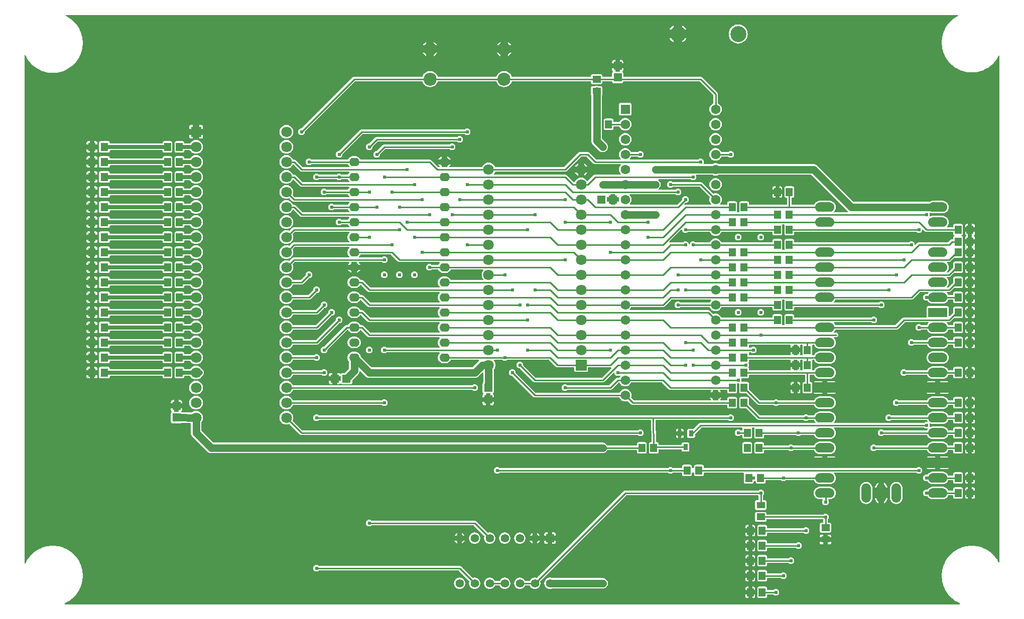
<source format=gtl>
G04 Layer: TopLayer*
G04 EasyEDA v6.5.20, 2022-11-29 04:13:21*
G04 a67cddfb3fce44daa9051d46cbbcc19f,10*
G04 Gerber Generator version 0.2*
G04 Scale: 100 percent, Rotated: No, Reflected: No *
G04 Dimensions in inches *
G04 leading zeros omitted , absolute positions ,3 integer and 6 decimal *
%FSLAX36Y36*%
%MOIN*%

%AMMACRO1*21,1,$1,$2,0,0,$3*%
%AMMACRO2*4,1,4,-0.063,-0.0315,-0.063,0.0315,0.063,0.0315,0.063,-0.0315,-0.063,-0.0315,0*%
%ADD10C,0.0250*%
%ADD11C,0.0100*%
%ADD12C,0.0500*%
%ADD13MACRO1,0.0542X0.0446X-90.0000*%
%ADD14R,0.0315X0.0394*%
%ADD15MACRO1,0.0542X0.0446X0.0000*%
%ADD16R,0.0542X0.0446*%
%ADD17MACRO1,0.0542X0.0446X90.0000*%
%ADD18MACRO1,0.0531X0.0555X90.0000*%
%ADD19MACRO1,0.0531X0.0555X-90.0000*%
%ADD20MACRO1,0.0532X0.0555X0.0000*%
%ADD21R,0.0532X0.0555*%
%ADD22R,0.0512X0.0551*%
%ADD23MACRO2*%
%ADD24C,0.1063*%
%ADD25C,0.0866*%
%ADD26R,0.0550X0.0550*%
%ADD27C,0.0550*%
%ADD28C,0.0630*%
%ADD29R,0.0630X0.0630*%
%ADD30O,0.068898X0.055118*%
%ADD31C,0.0709*%
%ADD32MACRO1,0.0708X0.0708X90.0000*%
%ADD33R,0.0709X0.0709*%
%ADD34C,0.0240*%
%ADD35C,0.0240*%
%ADD36C,0.0123*%

%LPD*%
G36*
X280980Y10200D02*
G01*
X279460Y10500D01*
X278180Y11339D01*
X277300Y12600D01*
X276980Y14120D01*
X277240Y15620D01*
X278040Y16940D01*
X279300Y17840D01*
X287560Y21640D01*
X298360Y27440D01*
X308780Y33920D01*
X318780Y41000D01*
X328320Y48700D01*
X337380Y56980D01*
X345900Y65780D01*
X353880Y75100D01*
X361240Y84900D01*
X368000Y95140D01*
X374120Y105760D01*
X379580Y116760D01*
X384340Y128059D01*
X388380Y139620D01*
X391719Y151420D01*
X394320Y163400D01*
X396180Y175520D01*
X397280Y187740D01*
X397640Y199980D01*
X397280Y212260D01*
X396180Y224480D01*
X394320Y236600D01*
X391719Y248580D01*
X388380Y260380D01*
X384340Y271940D01*
X379580Y283240D01*
X374120Y294240D01*
X368000Y304860D01*
X361240Y315100D01*
X353880Y324900D01*
X345900Y334219D01*
X337380Y343020D01*
X328320Y351300D01*
X318780Y359000D01*
X308780Y366079D01*
X298360Y372560D01*
X287560Y378360D01*
X276420Y383500D01*
X264980Y387920D01*
X253299Y391659D01*
X241420Y394640D01*
X229360Y396900D01*
X217180Y398420D01*
X204940Y399159D01*
X192680Y399159D01*
X180440Y398420D01*
X168280Y396900D01*
X156220Y394640D01*
X144340Y391659D01*
X132660Y387920D01*
X121220Y383500D01*
X110079Y378360D01*
X99280Y372560D01*
X88859Y366079D01*
X78860Y359000D01*
X69320Y351300D01*
X60260Y343020D01*
X51740Y334219D01*
X43760Y324900D01*
X36380Y315100D01*
X29620Y304860D01*
X23520Y294240D01*
X18060Y283240D01*
X17020Y281540D01*
X15720Y280680D01*
X14180Y280380D01*
X12660Y280680D01*
X11359Y281560D01*
X10500Y282860D01*
X10200Y284380D01*
X10200Y3655779D01*
X10500Y3657300D01*
X11359Y3658600D01*
X12660Y3659460D01*
X14180Y3659780D01*
X15720Y3659480D01*
X17020Y3658620D01*
X18060Y3656900D01*
X23520Y3645920D01*
X29620Y3635280D01*
X36380Y3625059D01*
X43760Y3615260D01*
X51740Y3605940D01*
X60260Y3597120D01*
X69320Y3588860D01*
X78860Y3581160D01*
X88859Y3574060D01*
X99280Y3567600D01*
X110079Y3561780D01*
X121220Y3556660D01*
X132660Y3552220D01*
X144340Y3548500D01*
X156220Y3545500D01*
X168280Y3543240D01*
X180440Y3541740D01*
X192680Y3540980D01*
X204940Y3540980D01*
X217180Y3541740D01*
X229360Y3543240D01*
X241420Y3545500D01*
X253299Y3548500D01*
X264980Y3552220D01*
X276420Y3556660D01*
X287560Y3561780D01*
X298360Y3567600D01*
X308780Y3574060D01*
X318780Y3581160D01*
X328320Y3588860D01*
X337380Y3597120D01*
X345900Y3605940D01*
X353880Y3615260D01*
X361240Y3625059D01*
X368000Y3635280D01*
X374120Y3645920D01*
X379580Y3656900D01*
X384340Y3668200D01*
X388380Y3679780D01*
X391719Y3691580D01*
X394320Y3703560D01*
X396180Y3715680D01*
X397280Y3727900D01*
X397640Y3740140D01*
X397280Y3752400D01*
X396180Y3764620D01*
X394320Y3776740D01*
X391719Y3788720D01*
X388380Y3800520D01*
X384340Y3812100D01*
X379580Y3823399D01*
X374120Y3834380D01*
X368000Y3845020D01*
X361240Y3855240D01*
X353880Y3865040D01*
X345900Y3874360D01*
X337380Y3883180D01*
X328320Y3891440D01*
X318780Y3899140D01*
X308780Y3906240D01*
X298360Y3912700D01*
X287560Y3918519D01*
X286140Y3919160D01*
X284880Y3920059D01*
X284080Y3921380D01*
X283800Y3922880D01*
X284140Y3924400D01*
X285020Y3925659D01*
X286300Y3926500D01*
X287800Y3926800D01*
X6206100Y3926800D01*
X6207820Y3926420D01*
X6209200Y3925340D01*
X6209980Y3923780D01*
X6210019Y3922020D01*
X6209320Y3920419D01*
X6208000Y3919280D01*
X6201640Y3915860D01*
X6191220Y3909380D01*
X6181200Y3902300D01*
X6171660Y3894600D01*
X6162600Y3886320D01*
X6154080Y3877520D01*
X6146120Y3868200D01*
X6138740Y3858399D01*
X6131980Y3848159D01*
X6125860Y3837540D01*
X6120420Y3826540D01*
X6115660Y3815240D01*
X6111600Y3803680D01*
X6108260Y3791880D01*
X6105660Y3779900D01*
X6103800Y3767780D01*
X6102700Y3755560D01*
X6102360Y3743320D01*
X6102700Y3731040D01*
X6103800Y3718820D01*
X6105660Y3706700D01*
X6108260Y3694720D01*
X6111600Y3682919D01*
X6115660Y3671360D01*
X6120420Y3660059D01*
X6125860Y3649060D01*
X6131980Y3638440D01*
X6138740Y3628200D01*
X6146120Y3618399D01*
X6154080Y3609080D01*
X6162600Y3600280D01*
X6171660Y3592000D01*
X6181200Y3584300D01*
X6191220Y3577220D01*
X6201640Y3570740D01*
X6212440Y3564940D01*
X6223560Y3559800D01*
X6235000Y3555380D01*
X6246680Y3551640D01*
X6258579Y3548660D01*
X6270620Y3546400D01*
X6282800Y3544880D01*
X6295040Y3544140D01*
X6307300Y3544140D01*
X6319539Y3544880D01*
X6331700Y3546400D01*
X6343760Y3548660D01*
X6355660Y3551640D01*
X6367340Y3555380D01*
X6378760Y3559800D01*
X6389900Y3564940D01*
X6400700Y3570740D01*
X6411120Y3577220D01*
X6421120Y3584300D01*
X6430680Y3592000D01*
X6439720Y3600280D01*
X6448260Y3609080D01*
X6456220Y3618399D01*
X6463600Y3628200D01*
X6470359Y3638440D01*
X6476480Y3649060D01*
X6478260Y3652679D01*
X6479380Y3654060D01*
X6481000Y3654800D01*
X6482760Y3654800D01*
X6484360Y3654020D01*
X6485460Y3652640D01*
X6485860Y3650899D01*
X6485860Y292400D01*
X6485460Y290660D01*
X6484360Y289280D01*
X6482760Y288500D01*
X6481000Y288500D01*
X6479380Y289240D01*
X6478260Y290620D01*
X6476480Y294240D01*
X6470359Y304860D01*
X6463600Y315100D01*
X6456220Y324900D01*
X6448260Y334219D01*
X6439720Y343020D01*
X6430680Y351300D01*
X6421120Y359000D01*
X6411120Y366079D01*
X6400700Y372560D01*
X6389900Y378360D01*
X6378760Y383500D01*
X6367340Y387920D01*
X6355660Y391659D01*
X6343760Y394640D01*
X6331700Y396900D01*
X6319539Y398420D01*
X6307300Y399159D01*
X6295040Y399159D01*
X6282800Y398420D01*
X6270620Y396900D01*
X6258579Y394640D01*
X6246680Y391659D01*
X6235000Y387920D01*
X6223560Y383500D01*
X6212440Y378360D01*
X6201640Y372560D01*
X6191220Y366079D01*
X6181200Y359000D01*
X6171660Y351300D01*
X6162600Y343020D01*
X6154080Y334219D01*
X6146120Y324900D01*
X6138740Y315100D01*
X6131980Y304860D01*
X6125860Y294240D01*
X6120420Y283240D01*
X6115660Y271940D01*
X6111600Y260380D01*
X6108260Y248580D01*
X6105660Y236600D01*
X6103800Y224480D01*
X6102700Y212260D01*
X6102360Y200020D01*
X6102700Y187740D01*
X6103800Y175520D01*
X6105660Y163400D01*
X6108260Y151420D01*
X6111600Y139620D01*
X6115660Y128059D01*
X6120420Y116760D01*
X6125860Y105760D01*
X6131980Y95140D01*
X6138740Y84900D01*
X6146120Y75100D01*
X6154080Y65780D01*
X6162600Y56980D01*
X6171660Y48700D01*
X6181200Y41000D01*
X6191220Y33920D01*
X6201640Y27440D01*
X6212440Y21640D01*
X6220680Y17840D01*
X6221940Y16940D01*
X6222760Y15620D01*
X6223020Y14120D01*
X6222680Y12600D01*
X6221820Y11339D01*
X6220520Y10500D01*
X6219020Y10200D01*
G37*

%LPC*%
G36*
X4379080Y3829080D02*
G01*
X4406180Y3829080D01*
X4404280Y3832660D01*
X4400420Y3838340D01*
X4395980Y3843560D01*
X4391000Y3848279D01*
X4385540Y3852420D01*
X4379680Y3855960D01*
X4379080Y3856240D01*
G37*
G36*
X4808560Y52699D02*
G01*
X4816980Y52699D01*
X4816980Y73940D01*
X4798140Y73940D01*
X4798140Y63120D01*
X4798420Y60620D01*
X4799160Y58480D01*
X4800380Y56540D01*
X4802000Y54940D01*
X4803920Y53720D01*
X4806060Y52980D01*
G37*
G36*
X4887300Y52699D02*
G01*
X4931440Y52699D01*
X4933940Y52980D01*
X4936080Y53720D01*
X4938000Y54940D01*
X4939620Y56540D01*
X4940840Y58480D01*
X4941580Y60620D01*
X4941860Y63120D01*
X4941860Y70800D01*
X4942180Y72340D01*
X4943040Y73620D01*
X4944340Y74500D01*
X4945860Y74800D01*
X4982280Y74800D01*
X4983820Y74500D01*
X4985120Y73620D01*
X4985740Y73000D01*
X4988900Y70780D01*
X4992420Y69160D01*
X4996140Y68160D01*
X5000000Y67820D01*
X5003860Y68160D01*
X5007580Y69160D01*
X5011100Y70780D01*
X5014260Y73000D01*
X5017000Y75740D01*
X5019220Y78900D01*
X5020840Y82420D01*
X5021840Y86140D01*
X5022180Y90000D01*
X5021840Y93859D01*
X5020840Y97579D01*
X5019220Y101100D01*
X5017000Y104260D01*
X5014260Y107000D01*
X5011100Y109220D01*
X5007580Y110840D01*
X5003860Y111840D01*
X5000000Y112180D01*
X4996140Y111840D01*
X4992420Y110840D01*
X4988900Y109220D01*
X4985740Y107000D01*
X4985120Y106380D01*
X4983820Y105500D01*
X4982280Y105200D01*
X4945860Y105200D01*
X4944340Y105500D01*
X4943040Y106380D01*
X4942180Y107660D01*
X4941860Y109200D01*
X4941860Y116880D01*
X4941580Y119380D01*
X4940840Y121519D01*
X4939620Y123460D01*
X4938000Y125060D01*
X4936080Y126280D01*
X4933940Y127020D01*
X4931440Y127300D01*
X4887300Y127300D01*
X4884820Y127020D01*
X4882660Y126280D01*
X4880740Y125060D01*
X4879120Y123460D01*
X4877920Y121519D01*
X4877160Y119380D01*
X4876880Y116880D01*
X4876880Y63120D01*
X4877160Y60620D01*
X4877920Y58480D01*
X4879120Y56540D01*
X4880740Y54940D01*
X4882660Y53720D01*
X4884820Y52980D01*
G37*
G36*
X4293820Y3829080D02*
G01*
X4320920Y3829080D01*
X4320920Y3856240D01*
X4320320Y3855960D01*
X4314460Y3852420D01*
X4309000Y3848279D01*
X4304020Y3843560D01*
X4299580Y3838340D01*
X4295720Y3832660D01*
G37*
G36*
X4320920Y3743759D02*
G01*
X4320920Y3770920D01*
X4293820Y3770920D01*
X4295720Y3767340D01*
X4299580Y3761660D01*
X4304020Y3756440D01*
X4309000Y3751720D01*
X4314460Y3747580D01*
X4320320Y3744040D01*
G37*
G36*
X4844280Y106060D02*
G01*
X4863120Y106060D01*
X4863120Y116880D01*
X4862840Y119380D01*
X4862080Y121519D01*
X4860880Y123460D01*
X4859260Y125060D01*
X4857340Y126280D01*
X4855180Y127020D01*
X4852700Y127300D01*
X4844280Y127300D01*
G37*
G36*
X4798140Y106060D02*
G01*
X4816980Y106060D01*
X4816980Y127300D01*
X4808560Y127300D01*
X4806060Y127020D01*
X4803920Y126280D01*
X4802000Y125060D01*
X4800380Y123460D01*
X4799160Y121519D01*
X4798420Y119380D01*
X4798140Y116880D01*
G37*
G36*
X2897420Y112400D02*
G01*
X2902580Y112400D01*
X2907660Y113100D01*
X2912620Y114480D01*
X2917340Y116540D01*
X2921740Y119200D01*
X2925720Y122460D01*
X2929240Y126220D01*
X2932200Y130420D01*
X2934580Y134980D01*
X2936300Y139840D01*
X2937340Y144860D01*
X2937700Y150000D01*
X2937340Y155140D01*
X2936300Y160159D01*
X2934580Y165020D01*
X2932200Y169579D01*
X2929240Y173780D01*
X2925720Y177540D01*
X2921740Y180799D01*
X2917340Y183460D01*
X2912620Y185520D01*
X2907660Y186900D01*
X2902580Y187600D01*
X2897420Y187600D01*
X2892340Y186900D01*
X2887380Y185520D01*
X2882660Y183460D01*
X2878260Y180799D01*
X2874280Y177540D01*
X2870760Y173780D01*
X2867799Y169579D01*
X2865419Y165020D01*
X2863700Y160159D01*
X2862660Y155140D01*
X2862300Y150000D01*
X2862660Y144860D01*
X2863700Y139840D01*
X2865419Y134980D01*
X2867799Y130420D01*
X2870760Y126220D01*
X2874280Y122460D01*
X2878260Y119200D01*
X2882660Y116540D01*
X2887380Y114480D01*
X2892340Y113100D01*
G37*
G36*
X3097420Y112400D02*
G01*
X3102580Y112400D01*
X3107660Y113100D01*
X3112620Y114480D01*
X3117340Y116540D01*
X3121740Y119200D01*
X3125720Y122460D01*
X3129240Y126220D01*
X3132200Y130420D01*
X3133360Y132640D01*
X3134240Y133780D01*
X3135480Y134540D01*
X3136900Y134800D01*
X3163100Y134800D01*
X3164520Y134540D01*
X3165760Y133780D01*
X3166640Y132640D01*
X3167799Y130420D01*
X3170760Y126220D01*
X3174280Y122460D01*
X3178260Y119200D01*
X3182660Y116540D01*
X3187380Y114480D01*
X3192340Y113100D01*
X3197420Y112400D01*
X3202580Y112400D01*
X3207660Y113100D01*
X3212620Y114480D01*
X3217340Y116540D01*
X3221740Y119200D01*
X3225720Y122460D01*
X3229240Y126220D01*
X3232200Y130420D01*
X3234580Y134980D01*
X3236300Y139840D01*
X3237340Y144860D01*
X3237700Y150000D01*
X3237340Y155140D01*
X3236300Y160159D01*
X3234580Y165020D01*
X3232200Y169579D01*
X3229240Y173780D01*
X3225720Y177540D01*
X3221740Y180799D01*
X3217340Y183460D01*
X3212620Y185520D01*
X3207660Y186900D01*
X3202580Y187600D01*
X3197420Y187600D01*
X3192340Y186900D01*
X3187380Y185520D01*
X3182660Y183460D01*
X3178260Y180799D01*
X3174280Y177540D01*
X3170760Y173780D01*
X3167799Y169579D01*
X3166640Y167360D01*
X3165760Y166220D01*
X3164520Y165460D01*
X3163100Y165200D01*
X3136900Y165200D01*
X3135480Y165460D01*
X3134240Y166220D01*
X3133360Y167360D01*
X3132200Y169579D01*
X3129240Y173780D01*
X3125720Y177540D01*
X3121740Y180799D01*
X3117340Y183460D01*
X3112620Y185520D01*
X3107660Y186900D01*
X3102580Y187600D01*
X3097420Y187600D01*
X3092340Y186900D01*
X3087380Y185520D01*
X3082660Y183460D01*
X3078260Y180799D01*
X3074280Y177540D01*
X3070760Y173780D01*
X3067799Y169579D01*
X3065419Y165020D01*
X3063700Y160159D01*
X3062660Y155140D01*
X3062300Y150000D01*
X3062660Y144860D01*
X3063700Y139840D01*
X3065419Y134980D01*
X3067799Y130420D01*
X3070760Y126220D01*
X3074280Y122460D01*
X3078260Y119200D01*
X3082660Y116540D01*
X3087380Y114480D01*
X3092340Y113100D01*
G37*
G36*
X4379080Y3743759D02*
G01*
X4379680Y3744040D01*
X4385540Y3747580D01*
X4391000Y3751720D01*
X4395980Y3756440D01*
X4400420Y3761660D01*
X4404280Y3767340D01*
X4406180Y3770920D01*
X4379080Y3770920D01*
G37*
G36*
X3497420Y112400D02*
G01*
X3502580Y112400D01*
X3507660Y113100D01*
X3513080Y114640D01*
X3514180Y114800D01*
X3849860Y114800D01*
X3855000Y115160D01*
X3859920Y116240D01*
X3864620Y118000D01*
X3869020Y120399D01*
X3873039Y123400D01*
X3876600Y126960D01*
X3879600Y130980D01*
X3882000Y135380D01*
X3883759Y140080D01*
X3884840Y145000D01*
X3885179Y150000D01*
X3884840Y155000D01*
X3883759Y159920D01*
X3882000Y164620D01*
X3879600Y169020D01*
X3876600Y173039D01*
X3873039Y176600D01*
X3869020Y179600D01*
X3864620Y182000D01*
X3859920Y183760D01*
X3855000Y184840D01*
X3849860Y185200D01*
X3514180Y185200D01*
X3513080Y185360D01*
X3507660Y186900D01*
X3502580Y187600D01*
X3497420Y187600D01*
X3492340Y186900D01*
X3487380Y185520D01*
X3482660Y183460D01*
X3478260Y180799D01*
X3474280Y177540D01*
X3470760Y173780D01*
X3467799Y169579D01*
X3465419Y165020D01*
X3463700Y160159D01*
X3462660Y155140D01*
X3462300Y150000D01*
X3462660Y144860D01*
X3463700Y139840D01*
X3465419Y134980D01*
X3467799Y130420D01*
X3470760Y126220D01*
X3474280Y122460D01*
X3478260Y119200D01*
X3482660Y116540D01*
X3487380Y114480D01*
X3492340Y113100D01*
G37*
G36*
X2997420Y112400D02*
G01*
X3002580Y112400D01*
X3007660Y113100D01*
X3012620Y114480D01*
X3017340Y116540D01*
X3021740Y119200D01*
X3025720Y122460D01*
X3029240Y126220D01*
X3032200Y130420D01*
X3034580Y134980D01*
X3036300Y139840D01*
X3037340Y144860D01*
X3037700Y150000D01*
X3037340Y155140D01*
X3036300Y160159D01*
X3034580Y165020D01*
X3032200Y169579D01*
X3029240Y173780D01*
X3025720Y177540D01*
X3021740Y180799D01*
X3017340Y183460D01*
X3012620Y185520D01*
X3007660Y186900D01*
X3002580Y187600D01*
X2997420Y187600D01*
X2992340Y186900D01*
X2988540Y185840D01*
X2987140Y185700D01*
X2985779Y186060D01*
X2984640Y186860D01*
X2910880Y260600D01*
X2908440Y262620D01*
X2905800Y264020D01*
X2902960Y264880D01*
X2899800Y265200D01*
X1967720Y265200D01*
X1966180Y265500D01*
X1964880Y266380D01*
X1964259Y267000D01*
X1961100Y269220D01*
X1957580Y270840D01*
X1953860Y271840D01*
X1950000Y272180D01*
X1946140Y271840D01*
X1942420Y270840D01*
X1938899Y269220D01*
X1935740Y267000D01*
X1933000Y264260D01*
X1930780Y261100D01*
X1929160Y257580D01*
X1928160Y253860D01*
X1927820Y250000D01*
X1928160Y246140D01*
X1929160Y242420D01*
X1930780Y238900D01*
X1933000Y235740D01*
X1935740Y233000D01*
X1938899Y230780D01*
X1942420Y229160D01*
X1946140Y228160D01*
X1950000Y227820D01*
X1953860Y228160D01*
X1957580Y229160D01*
X1961100Y230780D01*
X1964259Y233000D01*
X1964880Y233619D01*
X1966180Y234500D01*
X1967720Y234800D01*
X2892040Y234800D01*
X2893580Y234500D01*
X2894880Y233619D01*
X2963140Y165380D01*
X2963980Y164140D01*
X2964300Y162680D01*
X2964080Y161200D01*
X2963700Y160159D01*
X2962660Y155140D01*
X2962300Y150000D01*
X2962660Y144860D01*
X2963700Y139840D01*
X2965419Y134980D01*
X2967799Y130420D01*
X2970760Y126220D01*
X2974280Y122460D01*
X2978260Y119200D01*
X2982660Y116540D01*
X2987380Y114480D01*
X2992340Y113100D01*
G37*
G36*
X3297420Y112400D02*
G01*
X3302580Y112400D01*
X3307660Y113100D01*
X3312620Y114480D01*
X3317340Y116540D01*
X3321740Y119200D01*
X3325720Y122460D01*
X3329240Y126220D01*
X3332200Y130420D01*
X3333360Y132640D01*
X3334240Y133780D01*
X3335480Y134540D01*
X3336900Y134800D01*
X3363100Y134800D01*
X3364520Y134540D01*
X3365760Y133780D01*
X3366640Y132640D01*
X3367799Y130420D01*
X3370760Y126220D01*
X3374280Y122460D01*
X3378260Y119200D01*
X3382660Y116540D01*
X3387380Y114480D01*
X3392340Y113100D01*
X3397420Y112400D01*
X3402580Y112400D01*
X3407660Y113100D01*
X3412620Y114480D01*
X3417340Y116540D01*
X3421740Y119200D01*
X3425720Y122460D01*
X3429240Y126220D01*
X3432200Y130420D01*
X3434580Y134980D01*
X3436300Y139840D01*
X3437340Y144860D01*
X3437700Y150000D01*
X3437340Y155140D01*
X3436300Y160159D01*
X3435920Y161200D01*
X3435700Y162680D01*
X3436019Y164140D01*
X3436860Y165380D01*
X4005120Y733620D01*
X4006420Y734500D01*
X4007960Y734800D01*
X4880800Y734800D01*
X4882340Y734500D01*
X4883620Y733620D01*
X4884500Y732340D01*
X4884800Y730800D01*
X4884800Y705860D01*
X4884500Y704340D01*
X4883620Y703040D01*
X4882340Y702180D01*
X4880800Y701860D01*
X4873120Y701860D01*
X4870620Y701580D01*
X4868480Y700840D01*
X4866540Y699620D01*
X4864940Y698000D01*
X4863720Y696080D01*
X4862980Y693940D01*
X4862700Y691440D01*
X4862700Y647300D01*
X4862980Y644820D01*
X4863720Y642660D01*
X4864940Y640740D01*
X4866540Y639120D01*
X4868480Y637920D01*
X4870620Y637160D01*
X4873120Y636880D01*
X4926880Y636880D01*
X4929380Y637160D01*
X4931520Y637920D01*
X4933460Y639120D01*
X4935060Y640740D01*
X4936280Y642660D01*
X4937020Y644820D01*
X4937300Y647300D01*
X4937300Y691440D01*
X4937020Y693940D01*
X4936280Y696080D01*
X4935060Y698000D01*
X4933460Y699620D01*
X4931520Y700840D01*
X4929380Y701580D01*
X4926880Y701860D01*
X4919200Y701860D01*
X4917660Y702180D01*
X4916380Y703040D01*
X4915500Y704340D01*
X4915200Y705860D01*
X4915200Y732280D01*
X4915500Y733820D01*
X4916380Y735120D01*
X4917000Y735740D01*
X4919220Y738900D01*
X4920840Y742420D01*
X4921840Y746140D01*
X4922180Y750000D01*
X4921840Y753860D01*
X4920840Y757580D01*
X4919220Y761100D01*
X4917000Y764260D01*
X4914260Y767000D01*
X4911100Y769220D01*
X4907580Y770840D01*
X4903860Y771840D01*
X4900000Y772180D01*
X4896140Y771840D01*
X4892420Y770840D01*
X4888900Y769220D01*
X4885740Y767000D01*
X4885120Y766380D01*
X4883820Y765500D01*
X4882280Y765200D01*
X4000200Y765200D01*
X3997040Y764880D01*
X3994200Y764020D01*
X3991560Y762620D01*
X3989120Y760600D01*
X3415360Y186860D01*
X3414220Y186060D01*
X3412860Y185700D01*
X3411460Y185840D01*
X3407660Y186900D01*
X3402580Y187600D01*
X3397420Y187600D01*
X3392340Y186900D01*
X3387380Y185520D01*
X3382660Y183460D01*
X3378260Y180799D01*
X3374280Y177540D01*
X3370760Y173780D01*
X3367799Y169579D01*
X3366640Y167360D01*
X3365760Y166220D01*
X3364520Y165460D01*
X3363100Y165200D01*
X3336900Y165200D01*
X3335480Y165460D01*
X3334240Y166220D01*
X3333360Y167360D01*
X3332200Y169579D01*
X3329240Y173780D01*
X3325720Y177540D01*
X3321740Y180799D01*
X3317340Y183460D01*
X3312620Y185520D01*
X3307660Y186900D01*
X3302580Y187600D01*
X3297420Y187600D01*
X3292340Y186900D01*
X3287380Y185520D01*
X3282660Y183460D01*
X3278260Y180799D01*
X3274280Y177540D01*
X3270760Y173780D01*
X3267799Y169579D01*
X3265419Y165020D01*
X3263700Y160159D01*
X3262660Y155140D01*
X3262300Y150000D01*
X3262660Y144860D01*
X3263700Y139840D01*
X3265419Y134980D01*
X3267799Y130420D01*
X3270760Y126220D01*
X3274280Y122460D01*
X3278260Y119200D01*
X3282660Y116540D01*
X3287380Y114480D01*
X3292340Y113100D01*
G37*
G36*
X4746580Y3736740D02*
G01*
X4753420Y3736740D01*
X4760240Y3737500D01*
X4766940Y3738960D01*
X4773440Y3741160D01*
X4779680Y3744040D01*
X4785540Y3747580D01*
X4791000Y3751720D01*
X4795980Y3756440D01*
X4800420Y3761660D01*
X4804280Y3767340D01*
X4807480Y3773399D01*
X4810020Y3779780D01*
X4811860Y3786380D01*
X4812980Y3793159D01*
X4813340Y3800000D01*
X4812980Y3806840D01*
X4811860Y3813620D01*
X4810020Y3820220D01*
X4807480Y3826600D01*
X4804280Y3832660D01*
X4800420Y3838340D01*
X4795980Y3843560D01*
X4791000Y3848279D01*
X4785540Y3852420D01*
X4779680Y3855960D01*
X4773440Y3858840D01*
X4766940Y3861040D01*
X4760240Y3862500D01*
X4753420Y3863260D01*
X4746580Y3863260D01*
X4739760Y3862500D01*
X4733060Y3861040D01*
X4726560Y3858840D01*
X4720320Y3855960D01*
X4714460Y3852420D01*
X4709000Y3848279D01*
X4704020Y3843560D01*
X4699580Y3838340D01*
X4695720Y3832660D01*
X4692520Y3826600D01*
X4689980Y3820220D01*
X4688140Y3813620D01*
X4687020Y3806840D01*
X4686660Y3800000D01*
X4687020Y3793159D01*
X4688140Y3786380D01*
X4689980Y3779780D01*
X4692520Y3773399D01*
X4695720Y3767340D01*
X4699580Y3761660D01*
X4704020Y3756440D01*
X4709000Y3751720D01*
X4714460Y3747580D01*
X4720320Y3744040D01*
X4726560Y3741160D01*
X4733060Y3738960D01*
X4739760Y3737500D01*
G37*
G36*
X4844280Y162700D02*
G01*
X4852700Y162700D01*
X4855180Y162979D01*
X4857340Y163720D01*
X4859260Y164940D01*
X4860880Y166540D01*
X4862080Y168480D01*
X4862840Y170620D01*
X4863120Y173120D01*
X4863120Y183939D01*
X4844280Y183939D01*
G37*
G36*
X4808560Y162700D02*
G01*
X4816980Y162700D01*
X4816980Y183939D01*
X4798140Y183939D01*
X4798140Y173120D01*
X4798420Y170620D01*
X4799160Y168480D01*
X4800380Y166540D01*
X4802000Y164940D01*
X4803920Y163720D01*
X4806060Y162979D01*
G37*
G36*
X4887300Y162700D02*
G01*
X4931440Y162700D01*
X4933940Y162979D01*
X4936080Y163720D01*
X4938000Y164940D01*
X4939620Y166540D01*
X4940840Y168480D01*
X4941580Y170620D01*
X4941860Y173120D01*
X4941860Y180799D01*
X4942180Y182340D01*
X4943040Y183619D01*
X4944340Y184500D01*
X4945860Y184800D01*
X5032280Y184800D01*
X5033820Y184500D01*
X5035120Y183619D01*
X5035740Y183000D01*
X5038900Y180780D01*
X5042420Y179160D01*
X5046140Y178160D01*
X5050000Y177820D01*
X5053860Y178160D01*
X5057580Y179160D01*
X5061100Y180780D01*
X5064260Y183000D01*
X5067000Y185740D01*
X5069220Y188900D01*
X5070840Y192420D01*
X5071840Y196140D01*
X5072180Y200000D01*
X5071840Y203860D01*
X5070840Y207580D01*
X5069220Y211100D01*
X5067000Y214259D01*
X5064260Y217000D01*
X5061100Y219220D01*
X5057580Y220840D01*
X5053860Y221840D01*
X5050000Y222180D01*
X5046140Y221840D01*
X5042420Y220840D01*
X5038900Y219220D01*
X5035740Y217000D01*
X5035120Y216380D01*
X5033820Y215500D01*
X5032280Y215200D01*
X4945860Y215200D01*
X4944340Y215500D01*
X4943040Y216380D01*
X4942180Y217659D01*
X4941860Y219200D01*
X4941860Y226880D01*
X4941580Y229380D01*
X4940840Y231520D01*
X4939620Y233460D01*
X4938000Y235060D01*
X4936080Y236280D01*
X4933940Y237020D01*
X4931440Y237300D01*
X4887300Y237300D01*
X4884820Y237020D01*
X4882660Y236280D01*
X4880740Y235060D01*
X4879120Y233460D01*
X4877920Y231520D01*
X4877160Y229380D01*
X4876880Y226880D01*
X4876880Y173120D01*
X4877160Y170620D01*
X4877920Y168480D01*
X4879120Y166540D01*
X4880740Y164940D01*
X4882660Y163720D01*
X4884820Y162979D01*
G37*
G36*
X2656180Y3724160D02*
G01*
X2679740Y3724160D01*
X2679740Y3747640D01*
X2677140Y3746340D01*
X2671960Y3742919D01*
X2667180Y3738920D01*
X2662919Y3734380D01*
X2659200Y3729400D01*
G37*
G36*
X3220260Y3724160D02*
G01*
X3243820Y3724160D01*
X3240800Y3729400D01*
X3237080Y3734380D01*
X3232820Y3738920D01*
X3228039Y3742919D01*
X3222860Y3746340D01*
X3220260Y3747640D01*
G37*
G36*
X3148380Y3724160D02*
G01*
X3171940Y3724160D01*
X3171940Y3747640D01*
X3169340Y3746340D01*
X3164160Y3742919D01*
X3159380Y3738920D01*
X3155120Y3734380D01*
X3151400Y3729400D01*
G37*
G36*
X2728060Y3724160D02*
G01*
X2751620Y3724160D01*
X2748600Y3729400D01*
X2744880Y3734380D01*
X2740620Y3738920D01*
X2735840Y3742919D01*
X2730659Y3746340D01*
X2728060Y3747640D01*
G37*
G36*
X2679740Y3652360D02*
G01*
X2679740Y3675840D01*
X2656180Y3675840D01*
X2659200Y3670600D01*
X2662919Y3665620D01*
X2667180Y3661080D01*
X2671960Y3657080D01*
X2677140Y3653660D01*
G37*
G36*
X2728060Y3652360D02*
G01*
X2730659Y3653660D01*
X2735840Y3657080D01*
X2740620Y3661080D01*
X2744880Y3665620D01*
X2748600Y3670600D01*
X2751620Y3675840D01*
X2728060Y3675840D01*
G37*
G36*
X4798140Y216060D02*
G01*
X4816980Y216060D01*
X4816980Y237300D01*
X4808560Y237300D01*
X4806060Y237020D01*
X4803920Y236280D01*
X4802000Y235060D01*
X4800380Y233460D01*
X4799160Y231520D01*
X4798420Y229380D01*
X4798140Y226880D01*
G37*
G36*
X4844280Y216060D02*
G01*
X4863120Y216060D01*
X4863120Y226880D01*
X4862840Y229380D01*
X4862080Y231520D01*
X4860880Y233460D01*
X4859260Y235060D01*
X4857340Y236280D01*
X4855180Y237020D01*
X4852700Y237300D01*
X4844280Y237300D01*
G37*
G36*
X3220260Y3652360D02*
G01*
X3222860Y3653660D01*
X3228039Y3657080D01*
X3232820Y3661080D01*
X3237080Y3665620D01*
X3240800Y3670600D01*
X3243820Y3675840D01*
X3220260Y3675840D01*
G37*
G36*
X4808560Y262700D02*
G01*
X4816980Y262700D01*
X4816980Y283940D01*
X4798140Y283940D01*
X4798140Y273120D01*
X4798420Y270620D01*
X4799160Y268480D01*
X4800380Y266540D01*
X4802000Y264940D01*
X4803920Y263720D01*
X4806060Y262980D01*
G37*
G36*
X4844280Y262700D02*
G01*
X4852700Y262700D01*
X4855180Y262980D01*
X4857340Y263720D01*
X4859260Y264940D01*
X4860880Y266540D01*
X4862080Y268480D01*
X4862840Y270620D01*
X4863120Y273120D01*
X4863120Y283940D01*
X4844280Y283940D01*
G37*
G36*
X4887300Y262700D02*
G01*
X4931440Y262700D01*
X4933940Y262980D01*
X4936080Y263720D01*
X4938000Y264940D01*
X4939620Y266540D01*
X4940840Y268480D01*
X4941580Y270620D01*
X4941860Y273120D01*
X4941860Y280800D01*
X4942180Y282340D01*
X4943040Y283620D01*
X4944340Y284500D01*
X4945860Y284800D01*
X5082280Y284800D01*
X5083820Y284500D01*
X5085120Y283620D01*
X5085740Y283000D01*
X5088900Y280780D01*
X5092420Y279160D01*
X5096140Y278160D01*
X5100000Y277820D01*
X5103860Y278160D01*
X5107580Y279160D01*
X5111100Y280780D01*
X5114260Y283000D01*
X5117000Y285740D01*
X5119220Y288900D01*
X5120839Y292420D01*
X5121840Y296140D01*
X5122180Y300000D01*
X5121840Y303860D01*
X5120839Y307580D01*
X5119220Y311100D01*
X5117000Y314260D01*
X5114260Y317000D01*
X5111100Y319220D01*
X5107580Y320840D01*
X5103860Y321840D01*
X5100000Y322180D01*
X5096140Y321840D01*
X5092420Y320840D01*
X5088900Y319220D01*
X5085740Y317000D01*
X5085120Y316380D01*
X5083820Y315500D01*
X5082280Y315200D01*
X4945860Y315200D01*
X4944340Y315500D01*
X4943040Y316380D01*
X4942180Y317660D01*
X4941860Y319200D01*
X4941860Y326880D01*
X4941580Y329380D01*
X4940840Y331520D01*
X4939620Y333459D01*
X4938000Y335060D01*
X4936080Y336280D01*
X4933940Y337020D01*
X4931440Y337299D01*
X4887300Y337299D01*
X4884820Y337020D01*
X4882660Y336280D01*
X4880740Y335060D01*
X4879120Y333459D01*
X4877920Y331520D01*
X4877160Y329380D01*
X4876880Y326880D01*
X4876880Y273120D01*
X4877160Y270620D01*
X4877920Y268480D01*
X4879120Y266540D01*
X4880740Y264940D01*
X4882660Y263720D01*
X4884820Y262980D01*
G37*
G36*
X3171940Y3652360D02*
G01*
X3171940Y3675840D01*
X3148380Y3675840D01*
X3151400Y3670600D01*
X3155120Y3665620D01*
X3159380Y3661080D01*
X3164160Y3657080D01*
X3169340Y3653660D01*
G37*
G36*
X3965779Y3605740D02*
G01*
X3986780Y3605740D01*
X3986780Y3616900D01*
X3986500Y3619400D01*
X3985740Y3621540D01*
X3984520Y3623480D01*
X3982919Y3625080D01*
X3980980Y3626300D01*
X3978840Y3627040D01*
X3976360Y3627320D01*
X3965779Y3627320D01*
G37*
G36*
X3913220Y3605740D02*
G01*
X3934220Y3605740D01*
X3934220Y3627320D01*
X3923639Y3627320D01*
X3921160Y3627040D01*
X3919020Y3626300D01*
X3917080Y3625080D01*
X3915480Y3623480D01*
X3914260Y3621540D01*
X3913500Y3619400D01*
X3913220Y3616900D01*
G37*
G36*
X3968720Y3258300D02*
G01*
X4031280Y3258300D01*
X4033759Y3258580D01*
X4035920Y3259340D01*
X4037840Y3260539D01*
X4039460Y3262160D01*
X4040659Y3264080D01*
X4041420Y3266240D01*
X4041700Y3268720D01*
X4041700Y3331280D01*
X4041420Y3333759D01*
X4040659Y3335920D01*
X4039460Y3337840D01*
X4037840Y3339460D01*
X4035920Y3340659D01*
X4033759Y3341420D01*
X4031280Y3341700D01*
X3968720Y3341700D01*
X3966240Y3341420D01*
X3964080Y3340659D01*
X3962160Y3339460D01*
X3960539Y3337840D01*
X3959340Y3335920D01*
X3958580Y3333759D01*
X3958300Y3331280D01*
X3958300Y3268720D01*
X3958580Y3266240D01*
X3959340Y3264080D01*
X3960539Y3262160D01*
X3962160Y3260539D01*
X3964080Y3259340D01*
X3966240Y3258580D01*
G37*
G36*
X4798140Y316060D02*
G01*
X4816980Y316060D01*
X4816980Y337299D01*
X4808560Y337299D01*
X4806060Y337020D01*
X4803920Y336280D01*
X4802000Y335060D01*
X4800380Y333459D01*
X4799160Y331520D01*
X4798420Y329380D01*
X4798140Y326880D01*
G37*
G36*
X4844280Y316060D02*
G01*
X4863120Y316060D01*
X4863120Y326880D01*
X4862840Y329380D01*
X4862080Y331520D01*
X4860880Y333459D01*
X4859260Y335060D01*
X4857340Y336280D01*
X4855180Y337020D01*
X4852700Y337299D01*
X4844280Y337299D01*
G37*
G36*
X4844280Y362700D02*
G01*
X4852700Y362700D01*
X4855180Y362980D01*
X4857340Y363720D01*
X4859260Y364940D01*
X4860880Y366540D01*
X4862080Y368480D01*
X4862840Y370620D01*
X4863120Y373120D01*
X4863120Y383940D01*
X4844280Y383940D01*
G37*
G36*
X4808560Y362700D02*
G01*
X4816980Y362700D01*
X4816980Y383940D01*
X4798140Y383940D01*
X4798140Y373120D01*
X4798420Y370620D01*
X4799160Y368480D01*
X4800380Y366540D01*
X4802000Y364940D01*
X4803920Y363720D01*
X4806060Y362980D01*
G37*
G36*
X4887300Y362700D02*
G01*
X4931440Y362700D01*
X4933940Y362980D01*
X4936080Y363720D01*
X4938000Y364940D01*
X4939620Y366540D01*
X4940840Y368480D01*
X4941580Y370620D01*
X4941860Y373120D01*
X4941860Y380800D01*
X4942180Y382340D01*
X4943040Y383620D01*
X4944340Y384500D01*
X4945860Y384799D01*
X5132279Y384799D01*
X5133819Y384500D01*
X5135119Y383620D01*
X5135740Y383000D01*
X5138900Y380780D01*
X5142420Y379159D01*
X5146140Y378160D01*
X5150000Y377819D01*
X5153860Y378160D01*
X5157580Y379159D01*
X5161100Y380780D01*
X5164260Y383000D01*
X5167000Y385740D01*
X5169220Y388900D01*
X5170839Y392420D01*
X5171840Y396140D01*
X5172180Y400000D01*
X5171840Y403860D01*
X5170839Y407580D01*
X5169220Y411100D01*
X5167000Y414260D01*
X5164260Y417000D01*
X5161100Y419219D01*
X5157580Y420840D01*
X5153860Y421840D01*
X5150000Y422180D01*
X5146140Y421840D01*
X5142420Y420840D01*
X5138900Y419219D01*
X5135740Y417000D01*
X5135119Y416380D01*
X5133819Y415500D01*
X5132279Y415200D01*
X4945860Y415200D01*
X4944340Y415500D01*
X4943040Y416380D01*
X4942180Y417660D01*
X4941860Y419200D01*
X4941860Y426880D01*
X4941580Y429380D01*
X4940840Y431520D01*
X4939620Y433459D01*
X4938000Y435060D01*
X4936080Y436280D01*
X4933940Y437020D01*
X4931440Y437299D01*
X4887300Y437299D01*
X4884820Y437020D01*
X4882660Y436280D01*
X4880740Y435060D01*
X4879120Y433459D01*
X4877920Y431520D01*
X4877160Y429380D01*
X4876880Y426880D01*
X4876880Y373120D01*
X4877160Y370620D01*
X4877920Y368480D01*
X4879120Y366540D01*
X4880740Y364940D01*
X4882660Y363720D01*
X4884820Y362980D01*
G37*
G36*
X1104360Y3170220D02*
G01*
X1129780Y3170220D01*
X1129780Y3195640D01*
X1114800Y3195640D01*
X1112300Y3195360D01*
X1110160Y3194600D01*
X1108220Y3193380D01*
X1106620Y3191780D01*
X1105400Y3189840D01*
X1104640Y3187700D01*
X1104360Y3185200D01*
G37*
G36*
X5303120Y408140D02*
G01*
X5313940Y408140D01*
X5313940Y426980D01*
X5292700Y426980D01*
X5292700Y418560D01*
X5292980Y416060D01*
X5293720Y413920D01*
X5294940Y412000D01*
X5296540Y410379D01*
X5298480Y409159D01*
X5300620Y408420D01*
G37*
G36*
X5346060Y408140D02*
G01*
X5356880Y408140D01*
X5359380Y408420D01*
X5361520Y409159D01*
X5363460Y410379D01*
X5365060Y412000D01*
X5366280Y413920D01*
X5367020Y416060D01*
X5367300Y418560D01*
X5367300Y426980D01*
X5346060Y426980D01*
G37*
G36*
X3516259Y412299D02*
G01*
X3527280Y412299D01*
X3529760Y412580D01*
X3531920Y413340D01*
X3533840Y414540D01*
X3535460Y416160D01*
X3536660Y418080D01*
X3537420Y420240D01*
X3537700Y422720D01*
X3537700Y433740D01*
X3516259Y433740D01*
G37*
G36*
X3472720Y412299D02*
G01*
X3483759Y412299D01*
X3483759Y433740D01*
X3462300Y433740D01*
X3462300Y422720D01*
X3462580Y420240D01*
X3463340Y418080D01*
X3464540Y416160D01*
X3466160Y414540D01*
X3468080Y413340D01*
X3470240Y412580D01*
G37*
G36*
X3297420Y412400D02*
G01*
X3302580Y412400D01*
X3307660Y413100D01*
X3312620Y414480D01*
X3317340Y416540D01*
X3321740Y419200D01*
X3325720Y422460D01*
X3329240Y426220D01*
X3332200Y430420D01*
X3334580Y434980D01*
X3336300Y439840D01*
X3337340Y444860D01*
X3337700Y450000D01*
X3337340Y455140D01*
X3336300Y460160D01*
X3334580Y465020D01*
X3332200Y469580D01*
X3329240Y473780D01*
X3325720Y477540D01*
X3321740Y480800D01*
X3317340Y483459D01*
X3312620Y485520D01*
X3307660Y486900D01*
X3302580Y487600D01*
X3297420Y487600D01*
X3292340Y486900D01*
X3287380Y485520D01*
X3282660Y483459D01*
X3278260Y480800D01*
X3274280Y477540D01*
X3270760Y473780D01*
X3267799Y469580D01*
X3265419Y465020D01*
X3263700Y460160D01*
X3262660Y455140D01*
X3262300Y450000D01*
X3262660Y444860D01*
X3263700Y439840D01*
X3265419Y434980D01*
X3267799Y430420D01*
X3270760Y426220D01*
X3274280Y422460D01*
X3278260Y419200D01*
X3282660Y416540D01*
X3287380Y414480D01*
X3292340Y413100D01*
G37*
G36*
X2997420Y412400D02*
G01*
X3002580Y412400D01*
X3007660Y413100D01*
X3012620Y414480D01*
X3017340Y416540D01*
X3021740Y419200D01*
X3025720Y422460D01*
X3029240Y426220D01*
X3032200Y430420D01*
X3034580Y434980D01*
X3036300Y439840D01*
X3037340Y444860D01*
X3037700Y450000D01*
X3037340Y455140D01*
X3036300Y460160D01*
X3034580Y465020D01*
X3032200Y469580D01*
X3029240Y473780D01*
X3025720Y477540D01*
X3021740Y480800D01*
X3017340Y483459D01*
X3012620Y485520D01*
X3007660Y486900D01*
X3002580Y487600D01*
X2997420Y487600D01*
X2992340Y486900D01*
X2987380Y485520D01*
X2982660Y483459D01*
X2978260Y480800D01*
X2974280Y477540D01*
X2970760Y473780D01*
X2967799Y469580D01*
X2965419Y465020D01*
X2963700Y460160D01*
X2962660Y455140D01*
X2962300Y450000D01*
X2962660Y444860D01*
X2963700Y439840D01*
X2965419Y434980D01*
X2967799Y430420D01*
X2970760Y426220D01*
X2974280Y422460D01*
X2978260Y419200D01*
X2982660Y416540D01*
X2987380Y414480D01*
X2992340Y413100D01*
G37*
G36*
X3197420Y412400D02*
G01*
X3202580Y412400D01*
X3207660Y413100D01*
X3212620Y414480D01*
X3217340Y416540D01*
X3221740Y419200D01*
X3225720Y422460D01*
X3229240Y426220D01*
X3232200Y430420D01*
X3234580Y434980D01*
X3236300Y439840D01*
X3237340Y444860D01*
X3237700Y450000D01*
X3237340Y455140D01*
X3236300Y460160D01*
X3234580Y465020D01*
X3232200Y469580D01*
X3229240Y473780D01*
X3225720Y477540D01*
X3221740Y480800D01*
X3217340Y483459D01*
X3212620Y485520D01*
X3207660Y486900D01*
X3202580Y487600D01*
X3197420Y487600D01*
X3192340Y486900D01*
X3187380Y485520D01*
X3182660Y483459D01*
X3178260Y480800D01*
X3174280Y477540D01*
X3170760Y473780D01*
X3167799Y469580D01*
X3165419Y465020D01*
X3163700Y460160D01*
X3162660Y455140D01*
X3162300Y450000D01*
X3162660Y444860D01*
X3163700Y439840D01*
X3165419Y434980D01*
X3167799Y430420D01*
X3170760Y426220D01*
X3174280Y422460D01*
X3178260Y419200D01*
X3182660Y416540D01*
X3187380Y414480D01*
X3192340Y413100D01*
G37*
G36*
X3097420Y412400D02*
G01*
X3102580Y412400D01*
X3107660Y413100D01*
X3112620Y414480D01*
X3117340Y416540D01*
X3121740Y419200D01*
X3125720Y422460D01*
X3129240Y426220D01*
X3132200Y430420D01*
X3134580Y434980D01*
X3136300Y439840D01*
X3137340Y444860D01*
X3137700Y450000D01*
X3137340Y455140D01*
X3136300Y460160D01*
X3134580Y465020D01*
X3132200Y469580D01*
X3129240Y473780D01*
X3125720Y477540D01*
X3121740Y480800D01*
X3117340Y483459D01*
X3112620Y485520D01*
X3107660Y486900D01*
X3102580Y487600D01*
X3097420Y487600D01*
X3092340Y486900D01*
X3088540Y485840D01*
X3087140Y485700D01*
X3085779Y486060D01*
X3084640Y486860D01*
X3010880Y560600D01*
X3008440Y562620D01*
X3005800Y564020D01*
X3002960Y564880D01*
X2999800Y565200D01*
X2317720Y565200D01*
X2316180Y565500D01*
X2314880Y566380D01*
X2314260Y567000D01*
X2311100Y569220D01*
X2307580Y570840D01*
X2303860Y571840D01*
X2300000Y572180D01*
X2296140Y571840D01*
X2292420Y570840D01*
X2288900Y569220D01*
X2285740Y567000D01*
X2283000Y564260D01*
X2280780Y561100D01*
X2279160Y557580D01*
X2278160Y553860D01*
X2277820Y550000D01*
X2278160Y546140D01*
X2279160Y542420D01*
X2280780Y538900D01*
X2283000Y535740D01*
X2285740Y533000D01*
X2288900Y530780D01*
X2292420Y529160D01*
X2296140Y528160D01*
X2300000Y527820D01*
X2303860Y528160D01*
X2307580Y529160D01*
X2311100Y530780D01*
X2314260Y533000D01*
X2314880Y533620D01*
X2316180Y534500D01*
X2317720Y534800D01*
X2992040Y534800D01*
X2993580Y534500D01*
X2994880Y533620D01*
X3063140Y465379D01*
X3063980Y464140D01*
X3064300Y462680D01*
X3064080Y461200D01*
X3063700Y460160D01*
X3062660Y455140D01*
X3062300Y450000D01*
X3062660Y444860D01*
X3063700Y439840D01*
X3065419Y434980D01*
X3067799Y430420D01*
X3070760Y426220D01*
X3074280Y422460D01*
X3078260Y419200D01*
X3082660Y416540D01*
X3087380Y414480D01*
X3092340Y413100D01*
G37*
G36*
X1170220Y3170220D02*
G01*
X1195640Y3170220D01*
X1195640Y3185200D01*
X1195360Y3187700D01*
X1194600Y3189840D01*
X1193380Y3191780D01*
X1191780Y3193380D01*
X1189840Y3194600D01*
X1187700Y3195360D01*
X1185200Y3195640D01*
X1170220Y3195640D01*
G37*
G36*
X3383759Y416060D02*
G01*
X3383759Y433740D01*
X3366060Y433740D01*
X3367799Y430420D01*
X3370760Y426220D01*
X3374280Y422460D01*
X3378260Y419200D01*
X3382660Y416540D01*
G37*
G36*
X3416259Y416060D02*
G01*
X3417340Y416540D01*
X3421740Y419200D01*
X3425720Y422460D01*
X3429240Y426220D01*
X3432200Y430420D01*
X3433940Y433740D01*
X3416259Y433740D01*
G37*
G36*
X2916259Y416060D02*
G01*
X2917340Y416540D01*
X2921740Y419200D01*
X2925720Y422460D01*
X2929240Y426220D01*
X2932200Y430420D01*
X2933940Y433740D01*
X2916259Y433740D01*
G37*
G36*
X2883759Y416060D02*
G01*
X2883759Y433740D01*
X2866060Y433740D01*
X2867799Y430420D01*
X2870760Y426220D01*
X2874280Y422460D01*
X2878260Y419200D01*
X2882660Y416540D01*
G37*
G36*
X4844280Y416060D02*
G01*
X4863120Y416060D01*
X4863120Y426880D01*
X4862840Y429380D01*
X4862080Y431520D01*
X4860880Y433459D01*
X4859260Y435060D01*
X4857340Y436280D01*
X4855180Y437020D01*
X4852700Y437299D01*
X4844280Y437299D01*
G37*
G36*
X4798140Y416060D02*
G01*
X4816980Y416060D01*
X4816980Y437299D01*
X4808560Y437299D01*
X4806060Y437020D01*
X4803920Y436280D01*
X4802000Y435060D01*
X4800380Y433459D01*
X4799160Y431520D01*
X4798420Y429380D01*
X4798140Y426880D01*
G37*
G36*
X5292700Y454280D02*
G01*
X5313940Y454280D01*
X5313940Y473120D01*
X5303120Y473120D01*
X5300620Y472840D01*
X5298480Y472080D01*
X5296540Y470880D01*
X5294940Y469260D01*
X5293720Y467340D01*
X5292980Y465180D01*
X5292700Y462700D01*
G37*
G36*
X5346060Y454280D02*
G01*
X5367300Y454280D01*
X5367300Y462700D01*
X5367020Y465180D01*
X5366280Y467340D01*
X5365060Y469260D01*
X5363460Y470880D01*
X5361520Y472080D01*
X5359380Y472840D01*
X5356880Y473120D01*
X5346060Y473120D01*
G37*
G36*
X4844280Y462700D02*
G01*
X4852700Y462700D01*
X4855180Y462980D01*
X4857340Y463720D01*
X4859260Y464940D01*
X4860880Y466540D01*
X4862080Y468480D01*
X4862840Y470620D01*
X4863120Y473120D01*
X4863120Y483940D01*
X4844280Y483940D01*
G37*
G36*
X4808560Y462700D02*
G01*
X4816980Y462700D01*
X4816980Y483940D01*
X4798140Y483940D01*
X4798140Y473120D01*
X4798420Y470620D01*
X4799160Y468480D01*
X4800380Y466540D01*
X4802000Y464940D01*
X4803920Y463720D01*
X4806060Y462980D01*
G37*
G36*
X4887300Y462700D02*
G01*
X4931440Y462700D01*
X4933940Y462980D01*
X4936080Y463720D01*
X4938000Y464940D01*
X4939620Y466540D01*
X4940840Y468480D01*
X4941580Y470620D01*
X4941860Y473120D01*
X4941860Y480800D01*
X4942180Y482340D01*
X4943040Y483620D01*
X4944340Y484500D01*
X4945860Y484799D01*
X5182279Y484799D01*
X5183819Y484500D01*
X5185119Y483620D01*
X5185740Y483000D01*
X5188900Y480780D01*
X5192420Y479159D01*
X5196140Y478160D01*
X5200000Y477819D01*
X5203860Y478160D01*
X5207580Y479159D01*
X5211100Y480780D01*
X5214260Y483000D01*
X5217000Y485740D01*
X5219220Y488900D01*
X5220839Y492420D01*
X5221840Y496140D01*
X5222180Y500000D01*
X5221840Y503860D01*
X5220839Y507580D01*
X5219220Y511100D01*
X5217000Y514260D01*
X5214260Y517000D01*
X5211100Y519219D01*
X5207580Y520840D01*
X5203860Y521840D01*
X5200000Y522180D01*
X5196140Y521840D01*
X5192420Y520840D01*
X5188900Y519219D01*
X5185740Y517000D01*
X5185119Y516380D01*
X5183819Y515500D01*
X5182279Y515200D01*
X4945860Y515200D01*
X4944340Y515500D01*
X4943040Y516380D01*
X4942180Y517660D01*
X4941860Y519200D01*
X4941860Y526880D01*
X4941580Y529380D01*
X4940840Y531520D01*
X4939620Y533460D01*
X4938000Y535060D01*
X4936080Y536280D01*
X4933940Y537020D01*
X4931440Y537300D01*
X4887300Y537300D01*
X4884820Y537020D01*
X4882660Y536280D01*
X4880740Y535060D01*
X4879120Y533460D01*
X4877920Y531520D01*
X4877160Y529380D01*
X4876880Y526880D01*
X4876880Y473120D01*
X4877160Y470620D01*
X4877920Y468480D01*
X4879120Y466540D01*
X4880740Y464940D01*
X4882660Y463720D01*
X4884820Y462980D01*
G37*
G36*
X3416259Y466240D02*
G01*
X3433940Y466240D01*
X3432200Y469580D01*
X3429240Y473780D01*
X3425720Y477540D01*
X3421740Y480800D01*
X3417340Y483459D01*
X3416259Y483940D01*
G37*
G36*
X3366060Y466240D02*
G01*
X3383759Y466240D01*
X3383759Y483940D01*
X3382660Y483459D01*
X3378260Y480800D01*
X3374280Y477540D01*
X3370760Y473780D01*
X3367799Y469580D01*
G37*
G36*
X2866060Y466240D02*
G01*
X2883759Y466240D01*
X2883759Y483940D01*
X2882660Y483459D01*
X2878260Y480800D01*
X2874280Y477540D01*
X2870760Y473780D01*
X2867799Y469580D01*
G37*
G36*
X2916259Y466240D02*
G01*
X2933940Y466240D01*
X2932200Y469580D01*
X2929240Y473780D01*
X2925720Y477540D01*
X2921740Y480800D01*
X2917340Y483459D01*
X2916259Y483940D01*
G37*
G36*
X3516259Y466240D02*
G01*
X3537700Y466240D01*
X3537700Y477280D01*
X3537420Y479760D01*
X3536660Y481920D01*
X3535460Y483840D01*
X3533840Y485460D01*
X3531920Y486659D01*
X3529760Y487420D01*
X3527280Y487700D01*
X3516259Y487700D01*
G37*
G36*
X3462300Y466240D02*
G01*
X3483759Y466240D01*
X3483759Y487700D01*
X3472720Y487700D01*
X3470240Y487420D01*
X3468080Y486659D01*
X3466160Y485460D01*
X3464540Y483840D01*
X3463340Y481920D01*
X3462580Y479760D01*
X3462300Y477280D01*
G37*
G36*
X4000000Y3158300D02*
G01*
X4005440Y3158660D01*
X4010800Y3159720D01*
X4015960Y3161480D01*
X4020840Y3163900D01*
X4025380Y3166920D01*
X4029480Y3170520D01*
X4033080Y3174620D01*
X4036100Y3179160D01*
X4038519Y3184040D01*
X4040280Y3189200D01*
X4041340Y3194560D01*
X4041700Y3200000D01*
X4041340Y3205440D01*
X4040280Y3210800D01*
X4038519Y3215960D01*
X4036100Y3220840D01*
X4033080Y3225380D01*
X4029480Y3229480D01*
X4025380Y3233080D01*
X4020840Y3236100D01*
X4015960Y3238519D01*
X4010800Y3240280D01*
X4005440Y3241340D01*
X4000000Y3241700D01*
X3994560Y3241340D01*
X3989200Y3240280D01*
X3984040Y3238519D01*
X3979160Y3236100D01*
X3974620Y3233080D01*
X3970520Y3229480D01*
X3966920Y3225380D01*
X3963900Y3220840D01*
X3962220Y3217440D01*
X3961320Y3216259D01*
X3960080Y3215480D01*
X3958620Y3215200D01*
X3925860Y3215200D01*
X3924340Y3215500D01*
X3923039Y3216380D01*
X3922180Y3217660D01*
X3921860Y3219200D01*
X3921860Y3226880D01*
X3921580Y3229380D01*
X3920840Y3231520D01*
X3919620Y3233460D01*
X3918000Y3235059D01*
X3916080Y3236280D01*
X3913940Y3237020D01*
X3911440Y3237300D01*
X3867300Y3237300D01*
X3864820Y3237020D01*
X3862660Y3236280D01*
X3860740Y3235059D01*
X3859120Y3233460D01*
X3857919Y3231520D01*
X3857160Y3229380D01*
X3856880Y3226880D01*
X3856880Y3173120D01*
X3857160Y3170620D01*
X3857919Y3168480D01*
X3859120Y3166540D01*
X3860740Y3164940D01*
X3862660Y3163720D01*
X3864820Y3162980D01*
X3867300Y3162700D01*
X3911440Y3162700D01*
X3913940Y3162980D01*
X3916080Y3163720D01*
X3918000Y3164940D01*
X3919620Y3166540D01*
X3920840Y3168480D01*
X3921580Y3170620D01*
X3921860Y3173120D01*
X3921860Y3180800D01*
X3922180Y3182340D01*
X3923039Y3183620D01*
X3924340Y3184500D01*
X3925860Y3184800D01*
X3958620Y3184800D01*
X3960080Y3184520D01*
X3961320Y3183740D01*
X3962220Y3182559D01*
X3963900Y3179160D01*
X3966920Y3174620D01*
X3970520Y3170520D01*
X3974620Y3166920D01*
X3979160Y3163900D01*
X3984040Y3161480D01*
X3989200Y3159720D01*
X3994560Y3158660D01*
G37*
G36*
X4600000Y3158300D02*
G01*
X4605440Y3158660D01*
X4610800Y3159720D01*
X4615960Y3161480D01*
X4620840Y3163900D01*
X4625380Y3166920D01*
X4629480Y3170520D01*
X4633080Y3174620D01*
X4636100Y3179160D01*
X4638520Y3184040D01*
X4640280Y3189200D01*
X4641340Y3194560D01*
X4641700Y3200000D01*
X4641340Y3205440D01*
X4640280Y3210800D01*
X4638520Y3215960D01*
X4636100Y3220840D01*
X4633080Y3225380D01*
X4629480Y3229480D01*
X4625380Y3233080D01*
X4620840Y3236100D01*
X4615960Y3238519D01*
X4610800Y3240280D01*
X4605440Y3241340D01*
X4600000Y3241700D01*
X4594560Y3241340D01*
X4589200Y3240280D01*
X4584040Y3238519D01*
X4579160Y3236100D01*
X4574620Y3233080D01*
X4570520Y3229480D01*
X4566920Y3225380D01*
X4563900Y3220840D01*
X4561480Y3215960D01*
X4559720Y3210800D01*
X4558660Y3205440D01*
X4558300Y3200000D01*
X4558660Y3194560D01*
X4559720Y3189200D01*
X4561480Y3184040D01*
X4563900Y3179160D01*
X4566920Y3174620D01*
X4570520Y3170520D01*
X4574620Y3166920D01*
X4579160Y3163900D01*
X4584040Y3161480D01*
X4589200Y3159720D01*
X4594560Y3158660D01*
G37*
G36*
X5303120Y486880D02*
G01*
X5356880Y486880D01*
X5359380Y487160D01*
X5361520Y487920D01*
X5363460Y489120D01*
X5365060Y490740D01*
X5366280Y492660D01*
X5367020Y494820D01*
X5367300Y497299D01*
X5367300Y541440D01*
X5367020Y543940D01*
X5366280Y546080D01*
X5365060Y548000D01*
X5363460Y549620D01*
X5361520Y550840D01*
X5359380Y551580D01*
X5356880Y551860D01*
X5349200Y551860D01*
X5347660Y552180D01*
X5346380Y553040D01*
X5345500Y554340D01*
X5345200Y555860D01*
X5345200Y572280D01*
X5345500Y573820D01*
X5346380Y575120D01*
X5347000Y575740D01*
X5349220Y578900D01*
X5350839Y582420D01*
X5351840Y586140D01*
X5352180Y590000D01*
X5351840Y593860D01*
X5350839Y597580D01*
X5349220Y601100D01*
X5347000Y604260D01*
X5344260Y607000D01*
X5341100Y609220D01*
X5337580Y610840D01*
X5333860Y611840D01*
X5330000Y612180D01*
X5326140Y611840D01*
X5322420Y610840D01*
X5318900Y609220D01*
X5314440Y606140D01*
X5312920Y605820D01*
X4941300Y605820D01*
X4939780Y606140D01*
X4938480Y607000D01*
X4937620Y608300D01*
X4937300Y609820D01*
X4937300Y612700D01*
X4937020Y615180D01*
X4936280Y617340D01*
X4935060Y619260D01*
X4933460Y620880D01*
X4931520Y622080D01*
X4929380Y622840D01*
X4926880Y623120D01*
X4873120Y623120D01*
X4870620Y622840D01*
X4868480Y622080D01*
X4866540Y620880D01*
X4864940Y619260D01*
X4863720Y617340D01*
X4862980Y615180D01*
X4862700Y612700D01*
X4862700Y568560D01*
X4862980Y566060D01*
X4863720Y563920D01*
X4864940Y562000D01*
X4866540Y560380D01*
X4868480Y559160D01*
X4870620Y558420D01*
X4873120Y558140D01*
X4926880Y558140D01*
X4929380Y558420D01*
X4931520Y559160D01*
X4933460Y560380D01*
X4935060Y562000D01*
X4936280Y563920D01*
X4937020Y566060D01*
X4937300Y568560D01*
X4937300Y571420D01*
X4937620Y572960D01*
X4938480Y574260D01*
X4939780Y575120D01*
X4941300Y575420D01*
X5310800Y575420D01*
X5312340Y575120D01*
X5313620Y574260D01*
X5314500Y572960D01*
X5314800Y571420D01*
X5314800Y555860D01*
X5314500Y554340D01*
X5313620Y553040D01*
X5312340Y552180D01*
X5310800Y551860D01*
X5303120Y551860D01*
X5300620Y551580D01*
X5298480Y550840D01*
X5296540Y549620D01*
X5294940Y548000D01*
X5293720Y546080D01*
X5292980Y543940D01*
X5292700Y541440D01*
X5292700Y497299D01*
X5292980Y494820D01*
X5293720Y492660D01*
X5294940Y490740D01*
X5296540Y489120D01*
X5298480Y487920D01*
X5300620Y487160D01*
G37*
G36*
X1850000Y3127820D02*
G01*
X1853860Y3128159D01*
X1857580Y3129160D01*
X1861100Y3130779D01*
X1864259Y3133000D01*
X1867000Y3135740D01*
X1869220Y3138900D01*
X1870840Y3142420D01*
X1871840Y3146139D01*
X1872120Y3149300D01*
X1872480Y3150640D01*
X1873280Y3151780D01*
X2205120Y3483620D01*
X2206420Y3484500D01*
X2207960Y3484800D01*
X2649720Y3484800D01*
X2651380Y3484440D01*
X2652740Y3483440D01*
X2653620Y3481700D01*
X2656100Y3475980D01*
X2659200Y3470600D01*
X2662919Y3465620D01*
X2667180Y3461080D01*
X2671960Y3457080D01*
X2677140Y3453660D01*
X2682700Y3450880D01*
X2688560Y3448740D01*
X2694600Y3447320D01*
X2700779Y3446600D01*
X2707020Y3446600D01*
X2713200Y3447320D01*
X2719240Y3448740D01*
X2725100Y3450880D01*
X2730659Y3453660D01*
X2735840Y3457080D01*
X2740620Y3461080D01*
X2744880Y3465620D01*
X2748600Y3470600D01*
X2751700Y3475980D01*
X2754240Y3481940D01*
X2755059Y3483440D01*
X2756420Y3484440D01*
X2758080Y3484800D01*
X3141920Y3484800D01*
X3143580Y3484440D01*
X3144940Y3483440D01*
X3145820Y3481700D01*
X3148300Y3475980D01*
X3151400Y3470600D01*
X3155120Y3465620D01*
X3159380Y3461080D01*
X3164160Y3457080D01*
X3169340Y3453660D01*
X3174900Y3450880D01*
X3180760Y3448740D01*
X3186800Y3447320D01*
X3192980Y3446600D01*
X3199220Y3446600D01*
X3205400Y3447320D01*
X3211440Y3448740D01*
X3217300Y3450880D01*
X3222860Y3453660D01*
X3228039Y3457080D01*
X3232820Y3461080D01*
X3237080Y3465620D01*
X3240800Y3470600D01*
X3243900Y3475980D01*
X3246440Y3481940D01*
X3247260Y3483440D01*
X3248620Y3484440D01*
X3250280Y3484800D01*
X3768700Y3484800D01*
X3770220Y3484500D01*
X3771520Y3483620D01*
X3772380Y3482340D01*
X3772700Y3480800D01*
X3772700Y3477300D01*
X3772980Y3474820D01*
X3773720Y3472660D01*
X3774940Y3470740D01*
X3776540Y3469120D01*
X3778480Y3467919D01*
X3780620Y3467160D01*
X3783120Y3466880D01*
X3836880Y3466880D01*
X3839380Y3467160D01*
X3841520Y3467919D01*
X3843460Y3469120D01*
X3845059Y3470740D01*
X3846280Y3472660D01*
X3847020Y3474820D01*
X3847300Y3477300D01*
X3847300Y3480800D01*
X3847620Y3482340D01*
X3848480Y3483620D01*
X3849780Y3484500D01*
X3851300Y3484800D01*
X3909460Y3484800D01*
X3910880Y3484540D01*
X3912120Y3483780D01*
X3913020Y3482640D01*
X3913500Y3480600D01*
X3914260Y3478460D01*
X3915480Y3476520D01*
X3917080Y3474920D01*
X3919020Y3473700D01*
X3921160Y3472960D01*
X3923639Y3472679D01*
X3976360Y3472679D01*
X3978840Y3472960D01*
X3980980Y3473700D01*
X3982919Y3474920D01*
X3984520Y3476520D01*
X3985740Y3478460D01*
X3986500Y3480600D01*
X3986980Y3482640D01*
X3987880Y3483780D01*
X3989120Y3484540D01*
X3990539Y3484800D01*
X4492040Y3484800D01*
X4493580Y3484500D01*
X4494880Y3483620D01*
X4583620Y3394880D01*
X4584500Y3393580D01*
X4584800Y3392040D01*
X4584800Y3341380D01*
X4584520Y3339920D01*
X4583740Y3338680D01*
X4582560Y3337780D01*
X4579160Y3336100D01*
X4574620Y3333080D01*
X4570520Y3329480D01*
X4566920Y3325380D01*
X4563900Y3320840D01*
X4561480Y3315960D01*
X4559720Y3310800D01*
X4558660Y3305440D01*
X4558300Y3300000D01*
X4558660Y3294560D01*
X4559720Y3289200D01*
X4561480Y3284040D01*
X4563900Y3279160D01*
X4566920Y3274620D01*
X4570520Y3270520D01*
X4574620Y3266920D01*
X4579160Y3263900D01*
X4584040Y3261480D01*
X4589200Y3259720D01*
X4594560Y3258660D01*
X4600000Y3258300D01*
X4605440Y3258660D01*
X4610800Y3259720D01*
X4615960Y3261480D01*
X4620840Y3263900D01*
X4625380Y3266920D01*
X4629480Y3270520D01*
X4633080Y3274620D01*
X4636100Y3279160D01*
X4638520Y3284040D01*
X4640280Y3289200D01*
X4641340Y3294560D01*
X4641700Y3300000D01*
X4641340Y3305440D01*
X4640280Y3310800D01*
X4638520Y3315960D01*
X4636100Y3320840D01*
X4633080Y3325380D01*
X4629480Y3329480D01*
X4625380Y3333080D01*
X4620840Y3336100D01*
X4617440Y3337780D01*
X4616260Y3338680D01*
X4615480Y3339920D01*
X4615200Y3341380D01*
X4615200Y3399800D01*
X4614880Y3402960D01*
X4614020Y3405800D01*
X4612620Y3408440D01*
X4610600Y3410880D01*
X4510880Y3510600D01*
X4508440Y3512620D01*
X4505800Y3514020D01*
X4502960Y3514880D01*
X4499800Y3515200D01*
X3990779Y3515200D01*
X3989240Y3515500D01*
X3987940Y3516380D01*
X3987080Y3517660D01*
X3986780Y3519200D01*
X3986780Y3538159D01*
X3986500Y3540640D01*
X3985740Y3542799D01*
X3984520Y3544720D01*
X3982919Y3546340D01*
X3981320Y3547720D01*
X3980700Y3549200D01*
X3980700Y3550800D01*
X3981320Y3552280D01*
X3982919Y3553660D01*
X3984520Y3555280D01*
X3985740Y3557200D01*
X3986500Y3559360D01*
X3986780Y3561840D01*
X3986780Y3573000D01*
X3965779Y3573000D01*
X3965779Y3552580D01*
X3965480Y3551060D01*
X3964620Y3549760D01*
X3963320Y3548880D01*
X3961780Y3548580D01*
X3938220Y3548580D01*
X3936680Y3548880D01*
X3935380Y3549760D01*
X3934520Y3551060D01*
X3934220Y3552580D01*
X3934220Y3573000D01*
X3913220Y3573000D01*
X3913220Y3561840D01*
X3913500Y3559360D01*
X3914260Y3557200D01*
X3915480Y3555280D01*
X3917080Y3553660D01*
X3918680Y3552280D01*
X3919300Y3550800D01*
X3919300Y3549200D01*
X3918680Y3547720D01*
X3917080Y3546340D01*
X3915480Y3544720D01*
X3914260Y3542799D01*
X3913500Y3540640D01*
X3913220Y3538159D01*
X3913220Y3519200D01*
X3912919Y3517660D01*
X3912060Y3516380D01*
X3910760Y3515500D01*
X3909220Y3515200D01*
X3851300Y3515200D01*
X3849780Y3515500D01*
X3848480Y3516380D01*
X3847620Y3517660D01*
X3847300Y3519200D01*
X3847300Y3521440D01*
X3847020Y3523940D01*
X3846280Y3526080D01*
X3845059Y3528000D01*
X3843460Y3529620D01*
X3841520Y3530840D01*
X3839380Y3531580D01*
X3836880Y3531860D01*
X3783120Y3531860D01*
X3780620Y3531580D01*
X3778480Y3530840D01*
X3776540Y3529620D01*
X3774940Y3528000D01*
X3773720Y3526080D01*
X3772980Y3523940D01*
X3772700Y3521440D01*
X3772700Y3519200D01*
X3772380Y3517660D01*
X3771520Y3516380D01*
X3770220Y3515500D01*
X3768700Y3515200D01*
X3250280Y3515200D01*
X3248620Y3515560D01*
X3247260Y3516560D01*
X3246380Y3518300D01*
X3243900Y3524020D01*
X3240800Y3529400D01*
X3237080Y3534380D01*
X3232820Y3538920D01*
X3228039Y3542919D01*
X3222860Y3546340D01*
X3217300Y3549120D01*
X3211440Y3551259D01*
X3205400Y3552679D01*
X3199220Y3553399D01*
X3192980Y3553399D01*
X3186800Y3552679D01*
X3180760Y3551259D01*
X3174900Y3549120D01*
X3169340Y3546340D01*
X3164160Y3542919D01*
X3159380Y3538920D01*
X3155120Y3534380D01*
X3151400Y3529400D01*
X3148300Y3524020D01*
X3145760Y3518060D01*
X3144940Y3516560D01*
X3143580Y3515560D01*
X3141920Y3515200D01*
X2758080Y3515200D01*
X2756420Y3515560D01*
X2755059Y3516560D01*
X2754180Y3518300D01*
X2751700Y3524020D01*
X2748600Y3529400D01*
X2744880Y3534380D01*
X2740620Y3538920D01*
X2735840Y3542919D01*
X2730659Y3546340D01*
X2725100Y3549120D01*
X2719240Y3551259D01*
X2713200Y3552679D01*
X2707020Y3553399D01*
X2700779Y3553399D01*
X2694600Y3552679D01*
X2688560Y3551259D01*
X2682700Y3549120D01*
X2677140Y3546340D01*
X2671960Y3542919D01*
X2667180Y3538920D01*
X2662919Y3534380D01*
X2659200Y3529400D01*
X2656100Y3524020D01*
X2653560Y3518060D01*
X2652740Y3516560D01*
X2651380Y3515560D01*
X2649720Y3515200D01*
X2200200Y3515200D01*
X2197040Y3514880D01*
X2194200Y3514020D01*
X2191560Y3512620D01*
X2189120Y3510600D01*
X1851780Y3173279D01*
X1850640Y3172480D01*
X1849300Y3172120D01*
X1846140Y3171840D01*
X1842420Y3170840D01*
X1838899Y3169220D01*
X1835740Y3167000D01*
X1833000Y3164260D01*
X1830780Y3161100D01*
X1829160Y3157580D01*
X1828160Y3153860D01*
X1827820Y3150000D01*
X1828160Y3146139D01*
X1829160Y3142420D01*
X1830780Y3138900D01*
X1833000Y3135740D01*
X1835740Y3133000D01*
X1838899Y3130779D01*
X1842420Y3129160D01*
X1846140Y3128159D01*
G37*
G36*
X4844280Y516060D02*
G01*
X4863120Y516060D01*
X4863120Y526880D01*
X4862840Y529380D01*
X4862080Y531520D01*
X4860880Y533460D01*
X4859260Y535060D01*
X4857340Y536280D01*
X4855180Y537020D01*
X4852700Y537300D01*
X4844280Y537300D01*
G37*
G36*
X4798140Y516060D02*
G01*
X4816980Y516060D01*
X4816980Y537300D01*
X4808560Y537300D01*
X4806060Y537020D01*
X4803920Y536280D01*
X4802000Y535060D01*
X4800380Y533460D01*
X4799160Y531520D01*
X4798420Y529380D01*
X4798140Y526880D01*
G37*
G36*
X1750000Y3104380D02*
G01*
X1755720Y3104740D01*
X1761339Y3105800D01*
X1766800Y3107580D01*
X1771980Y3110020D01*
X1776819Y3113080D01*
X1781240Y3116740D01*
X1785160Y3120920D01*
X1788520Y3125560D01*
X1791279Y3130580D01*
X1793400Y3135899D01*
X1794820Y3141460D01*
X1795540Y3147140D01*
X1795540Y3152860D01*
X1794820Y3158540D01*
X1793400Y3164100D01*
X1791279Y3169420D01*
X1788520Y3174440D01*
X1785160Y3179080D01*
X1781240Y3183260D01*
X1776819Y3186920D01*
X1771980Y3189980D01*
X1766800Y3192420D01*
X1761339Y3194200D01*
X1755720Y3195260D01*
X1750000Y3195620D01*
X1744280Y3195260D01*
X1738660Y3194200D01*
X1733200Y3192420D01*
X1728020Y3189980D01*
X1723180Y3186920D01*
X1718760Y3183260D01*
X1714840Y3179080D01*
X1711480Y3174440D01*
X1708720Y3169420D01*
X1706600Y3164100D01*
X1705180Y3158540D01*
X1704460Y3152860D01*
X1704460Y3147140D01*
X1705180Y3141460D01*
X1706600Y3135899D01*
X1708720Y3130580D01*
X1711480Y3125560D01*
X1714840Y3120920D01*
X1718760Y3116740D01*
X1723180Y3113080D01*
X1728020Y3110020D01*
X1733200Y3107580D01*
X1738660Y3105800D01*
X1744280Y3104740D01*
G37*
G36*
X1114800Y3104360D02*
G01*
X1129780Y3104360D01*
X1129780Y3129780D01*
X1104360Y3129780D01*
X1104360Y3114800D01*
X1104640Y3112300D01*
X1105400Y3110160D01*
X1106620Y3108220D01*
X1108220Y3106620D01*
X1110160Y3105400D01*
X1112300Y3104640D01*
G37*
G36*
X1170220Y3104360D02*
G01*
X1185200Y3104360D01*
X1187700Y3104640D01*
X1189840Y3105400D01*
X1191780Y3106620D01*
X1193380Y3108220D01*
X1194600Y3110160D01*
X1195360Y3112300D01*
X1195640Y3114800D01*
X1195640Y3129780D01*
X1170220Y3129780D01*
G37*
G36*
X473960Y3066280D02*
G01*
X494460Y3066280D01*
X494460Y3077320D01*
X494159Y3079820D01*
X493420Y3081960D01*
X492200Y3083900D01*
X490600Y3085500D01*
X488660Y3086720D01*
X486520Y3087460D01*
X484020Y3087740D01*
X473960Y3087740D01*
G37*
G36*
X5330000Y667820D02*
G01*
X5333860Y668160D01*
X5337580Y669160D01*
X5341100Y670780D01*
X5344260Y673000D01*
X5347000Y675740D01*
X5349220Y678900D01*
X5350839Y682420D01*
X5351840Y686140D01*
X5352180Y690000D01*
X5351840Y693860D01*
X5350839Y697580D01*
X5349220Y701100D01*
X5348560Y702020D01*
X5347900Y703620D01*
X5347980Y705340D01*
X5348780Y706880D01*
X5350160Y707940D01*
X5351840Y708300D01*
X5356380Y708300D01*
X5360800Y708560D01*
X5362240Y708720D01*
X5365740Y709360D01*
X5367160Y709720D01*
X5370580Y710780D01*
X5371980Y711300D01*
X5375220Y712760D01*
X5376500Y713439D01*
X5379560Y715280D01*
X5380780Y716140D01*
X5383579Y718340D01*
X5384680Y719300D01*
X5387200Y721820D01*
X5388160Y722920D01*
X5390359Y725720D01*
X5391200Y726919D01*
X5393040Y729960D01*
X5393740Y731280D01*
X5395200Y734539D01*
X5395720Y735920D01*
X5396780Y739320D01*
X5397140Y740759D01*
X5397780Y744280D01*
X5398160Y749260D01*
X5398160Y750740D01*
X5397940Y754300D01*
X5397780Y755740D01*
X5397140Y759240D01*
X5396780Y760680D01*
X5395720Y764080D01*
X5395200Y765460D01*
X5393740Y768720D01*
X5393040Y770040D01*
X5391200Y773080D01*
X5390380Y774280D01*
X5388180Y777080D01*
X5387200Y778180D01*
X5384680Y780699D01*
X5383579Y781680D01*
X5380780Y783880D01*
X5379560Y784720D01*
X5376500Y786560D01*
X5375220Y787240D01*
X5371980Y788700D01*
X5370580Y789220D01*
X5367160Y790280D01*
X5365760Y790639D01*
X5362260Y791280D01*
X5360800Y791460D01*
X5356380Y791700D01*
X5293620Y791700D01*
X5289200Y791460D01*
X5287740Y791280D01*
X5284240Y790639D01*
X5282820Y790280D01*
X5279420Y789220D01*
X5278040Y788700D01*
X5274800Y787240D01*
X5273500Y786560D01*
X5270440Y784720D01*
X5269220Y783880D01*
X5266420Y781680D01*
X5265320Y780699D01*
X5262800Y778180D01*
X5261820Y777080D01*
X5259620Y774280D01*
X5258780Y773060D01*
X5256940Y770020D01*
X5256260Y768720D01*
X5254800Y765460D01*
X5254299Y764120D01*
X5253220Y760720D01*
X5252859Y759240D01*
X5252220Y755740D01*
X5252060Y754300D01*
X5251840Y750740D01*
X5251840Y749260D01*
X5252220Y744280D01*
X5252859Y740759D01*
X5253220Y739280D01*
X5254299Y735879D01*
X5254800Y734539D01*
X5256260Y731280D01*
X5256940Y729980D01*
X5258780Y726940D01*
X5259640Y725699D01*
X5262800Y721820D01*
X5265320Y719300D01*
X5266420Y718340D01*
X5269220Y716140D01*
X5270440Y715280D01*
X5273500Y713439D01*
X5274800Y712760D01*
X5278040Y711300D01*
X5279420Y710780D01*
X5282820Y709720D01*
X5284260Y709360D01*
X5287760Y708720D01*
X5289200Y708560D01*
X5293620Y708300D01*
X5308160Y708300D01*
X5309840Y707940D01*
X5311220Y706880D01*
X5312020Y705340D01*
X5312100Y703620D01*
X5311440Y702020D01*
X5310780Y701100D01*
X5309160Y697580D01*
X5308160Y693860D01*
X5307820Y690000D01*
X5308160Y686140D01*
X5309160Y682420D01*
X5310780Y678900D01*
X5313000Y675740D01*
X5315740Y673000D01*
X5318900Y670780D01*
X5322420Y669160D01*
X5326140Y668160D01*
G37*
G36*
X5599260Y676840D02*
G01*
X5600740Y676840D01*
X5604299Y677060D01*
X5605780Y677240D01*
X5609280Y677880D01*
X5610680Y678220D01*
X5614080Y679280D01*
X5615460Y679800D01*
X5618720Y681260D01*
X5620040Y681960D01*
X5623080Y683800D01*
X5624260Y684620D01*
X5627060Y686820D01*
X5628180Y687800D01*
X5630700Y690320D01*
X5631680Y691420D01*
X5633880Y694220D01*
X5634720Y695440D01*
X5636559Y698500D01*
X5637240Y699800D01*
X5638700Y703040D01*
X5639220Y704419D01*
X5640280Y707820D01*
X5640640Y709240D01*
X5641280Y712740D01*
X5641460Y714200D01*
X5641700Y718620D01*
X5641700Y781380D01*
X5641460Y785800D01*
X5641280Y787260D01*
X5640640Y790759D01*
X5640280Y792180D01*
X5639220Y795580D01*
X5638700Y796979D01*
X5637240Y800220D01*
X5636559Y801500D01*
X5634720Y804560D01*
X5633880Y805780D01*
X5631680Y808580D01*
X5630700Y809680D01*
X5628180Y812200D01*
X5627080Y813180D01*
X5624280Y815380D01*
X5623080Y816200D01*
X5620040Y818040D01*
X5618720Y818740D01*
X5615460Y820200D01*
X5614080Y820720D01*
X5610680Y821780D01*
X5609240Y822140D01*
X5605740Y822780D01*
X5604299Y822940D01*
X5600740Y823160D01*
X5599260Y823160D01*
X5595700Y822940D01*
X5594260Y822780D01*
X5590760Y822140D01*
X5589320Y821780D01*
X5585920Y820720D01*
X5584539Y820200D01*
X5581280Y818740D01*
X5579960Y818040D01*
X5576920Y816200D01*
X5575720Y815380D01*
X5572920Y813180D01*
X5571799Y812180D01*
X5569280Y809659D01*
X5568339Y808600D01*
X5566140Y805780D01*
X5565280Y804560D01*
X5563440Y801500D01*
X5562760Y800220D01*
X5561300Y796979D01*
X5560780Y795580D01*
X5559720Y792180D01*
X5559360Y790759D01*
X5558720Y787260D01*
X5558540Y785800D01*
X5558300Y781380D01*
X5558300Y718620D01*
X5558540Y714200D01*
X5558720Y712740D01*
X5559360Y709240D01*
X5559720Y707820D01*
X5560780Y704419D01*
X5561300Y703040D01*
X5562760Y699800D01*
X5563440Y698500D01*
X5565280Y695440D01*
X5566140Y694220D01*
X5568339Y691400D01*
X5569280Y690340D01*
X5571799Y687820D01*
X5572940Y686820D01*
X5575740Y684620D01*
X5576920Y683800D01*
X5579960Y681960D01*
X5581280Y681260D01*
X5584539Y679800D01*
X5585920Y679280D01*
X5589320Y678220D01*
X5590720Y677880D01*
X5594220Y677240D01*
X5595700Y677060D01*
G37*
G36*
X5799260Y676840D02*
G01*
X5800740Y676840D01*
X5804299Y677060D01*
X5805780Y677240D01*
X5809280Y677880D01*
X5810680Y678220D01*
X5814080Y679280D01*
X5815460Y679800D01*
X5818720Y681260D01*
X5820040Y681960D01*
X5823080Y683800D01*
X5824260Y684620D01*
X5827060Y686820D01*
X5828200Y687820D01*
X5830720Y690340D01*
X5831660Y691400D01*
X5833860Y694220D01*
X5834720Y695440D01*
X5836559Y698500D01*
X5837240Y699800D01*
X5838700Y703040D01*
X5839220Y704419D01*
X5840280Y707820D01*
X5840640Y709240D01*
X5841280Y712740D01*
X5841460Y714200D01*
X5841700Y718620D01*
X5841700Y781380D01*
X5841460Y785800D01*
X5841280Y787260D01*
X5840640Y790759D01*
X5840280Y792180D01*
X5839220Y795580D01*
X5838700Y796979D01*
X5837240Y800220D01*
X5836559Y801500D01*
X5834720Y804560D01*
X5833860Y805780D01*
X5831660Y808600D01*
X5830720Y809659D01*
X5828200Y812180D01*
X5827080Y813180D01*
X5824280Y815380D01*
X5823080Y816200D01*
X5820040Y818040D01*
X5818720Y818740D01*
X5815460Y820200D01*
X5814080Y820720D01*
X5810680Y821780D01*
X5809240Y822140D01*
X5805740Y822780D01*
X5804299Y822940D01*
X5800740Y823160D01*
X5799260Y823160D01*
X5795700Y822940D01*
X5794260Y822780D01*
X5790760Y822140D01*
X5789320Y821780D01*
X5785920Y820720D01*
X5784539Y820200D01*
X5781280Y818740D01*
X5779960Y818040D01*
X5776920Y816200D01*
X5775720Y815380D01*
X5772920Y813180D01*
X5771820Y812200D01*
X5769299Y809680D01*
X5768320Y808580D01*
X5766120Y805780D01*
X5765280Y804560D01*
X5763440Y801500D01*
X5762760Y800220D01*
X5761300Y796979D01*
X5760780Y795580D01*
X5759720Y792180D01*
X5759360Y790759D01*
X5758720Y787260D01*
X5758540Y785800D01*
X5758300Y781380D01*
X5758300Y718620D01*
X5758540Y714200D01*
X5758720Y712740D01*
X5759360Y709240D01*
X5759720Y707820D01*
X5760780Y704419D01*
X5761300Y703040D01*
X5762760Y699800D01*
X5763440Y698500D01*
X5765280Y695440D01*
X5766120Y694220D01*
X5768320Y691420D01*
X5769299Y690320D01*
X5771820Y687800D01*
X5772940Y686820D01*
X5775740Y684620D01*
X5776920Y683800D01*
X5779960Y681960D01*
X5781280Y681260D01*
X5784539Y679800D01*
X5785920Y679280D01*
X5789320Y678220D01*
X5790720Y677880D01*
X5794220Y677240D01*
X5795700Y677060D01*
G37*
G36*
X5718260Y681060D02*
G01*
X5720040Y681960D01*
X5723080Y683800D01*
X5724260Y684620D01*
X5727060Y686820D01*
X5728180Y687800D01*
X5730700Y690320D01*
X5731680Y691420D01*
X5733880Y694220D01*
X5734720Y695440D01*
X5736559Y698500D01*
X5737240Y699800D01*
X5738700Y703040D01*
X5739220Y704419D01*
X5740280Y707820D01*
X5740640Y709240D01*
X5741280Y712740D01*
X5741559Y716000D01*
X5718260Y716000D01*
G37*
G36*
X5681760Y681060D02*
G01*
X5681760Y716000D01*
X5658440Y716000D01*
X5658720Y712740D01*
X5659360Y709240D01*
X5659720Y707820D01*
X5660780Y704419D01*
X5661300Y703040D01*
X5662760Y699800D01*
X5663440Y698500D01*
X5665280Y695440D01*
X5666120Y694220D01*
X5668320Y691420D01*
X5669299Y690320D01*
X5671820Y687800D01*
X5672940Y686820D01*
X5675740Y684620D01*
X5676920Y683800D01*
X5679960Y681960D01*
G37*
G36*
X6043620Y708300D02*
G01*
X6106380Y708300D01*
X6110800Y708560D01*
X6112240Y708720D01*
X6115740Y709360D01*
X6117180Y709720D01*
X6120580Y710780D01*
X6121960Y711300D01*
X6125200Y712760D01*
X6126500Y713439D01*
X6129560Y715280D01*
X6130780Y716140D01*
X6133579Y718340D01*
X6134680Y719300D01*
X6137200Y721820D01*
X6140359Y725699D01*
X6141220Y726940D01*
X6143020Y729940D01*
X6144299Y732560D01*
X6145200Y733740D01*
X6146440Y734520D01*
X6147900Y734800D01*
X6174140Y734800D01*
X6175660Y734500D01*
X6176960Y733620D01*
X6177820Y732340D01*
X6178140Y730800D01*
X6178140Y723120D01*
X6178420Y720620D01*
X6179160Y718480D01*
X6180380Y716540D01*
X6182000Y714940D01*
X6183920Y713720D01*
X6186060Y712980D01*
X6188560Y712700D01*
X6232700Y712700D01*
X6235180Y712980D01*
X6237340Y713720D01*
X6239260Y714940D01*
X6240880Y716540D01*
X6242080Y718480D01*
X6242840Y720620D01*
X6243120Y723120D01*
X6243120Y776880D01*
X6242840Y779380D01*
X6242080Y781520D01*
X6240880Y783460D01*
X6239260Y785060D01*
X6237340Y786280D01*
X6235180Y787020D01*
X6232700Y787300D01*
X6188560Y787300D01*
X6186060Y787020D01*
X6183920Y786280D01*
X6182000Y785060D01*
X6180380Y783460D01*
X6179160Y781520D01*
X6178420Y779380D01*
X6178140Y776880D01*
X6178140Y769200D01*
X6177820Y767660D01*
X6176960Y766380D01*
X6175660Y765500D01*
X6174140Y765200D01*
X6147900Y765200D01*
X6146440Y765480D01*
X6145200Y766260D01*
X6144299Y767440D01*
X6143020Y770060D01*
X6141220Y773060D01*
X6140380Y774280D01*
X6138180Y777080D01*
X6137200Y778180D01*
X6134680Y780699D01*
X6133579Y781680D01*
X6130780Y783880D01*
X6129560Y784720D01*
X6126500Y786560D01*
X6125200Y787240D01*
X6121960Y788700D01*
X6120580Y789220D01*
X6117180Y790280D01*
X6115760Y790639D01*
X6112260Y791280D01*
X6110800Y791460D01*
X6106380Y791700D01*
X6043620Y791700D01*
X6039200Y791460D01*
X6037740Y791280D01*
X6034240Y790639D01*
X6032840Y790280D01*
X6029420Y789220D01*
X6028020Y788700D01*
X6024779Y787240D01*
X6023500Y786560D01*
X6020440Y784720D01*
X6019220Y783880D01*
X6016420Y781680D01*
X6015320Y780699D01*
X6012800Y778180D01*
X6011820Y777080D01*
X6009620Y774280D01*
X6008920Y773240D01*
X6007740Y772120D01*
X6006200Y771560D01*
X6004580Y771660D01*
X6003860Y771840D01*
X6000000Y772180D01*
X5996140Y771840D01*
X5992420Y770840D01*
X5988900Y769220D01*
X5985740Y767000D01*
X5983000Y764260D01*
X5980780Y761100D01*
X5979160Y757580D01*
X5978160Y753860D01*
X5977820Y750000D01*
X5978160Y746140D01*
X5979160Y742420D01*
X5980780Y738900D01*
X5983000Y735740D01*
X5985740Y733000D01*
X5988900Y730780D01*
X5992420Y729160D01*
X5996140Y728160D01*
X6000000Y727820D01*
X6003860Y728160D01*
X6004580Y728340D01*
X6006200Y728439D01*
X6007740Y727880D01*
X6008900Y726760D01*
X6011840Y722920D01*
X6012800Y721820D01*
X6015320Y719300D01*
X6016420Y718340D01*
X6019220Y716140D01*
X6020440Y715280D01*
X6023500Y713439D01*
X6024779Y712760D01*
X6028020Y711300D01*
X6029420Y710780D01*
X6032840Y709720D01*
X6034260Y709360D01*
X6037760Y708720D01*
X6039200Y708560D01*
G37*
G36*
X6267300Y712700D02*
G01*
X6275720Y712700D01*
X6275720Y733940D01*
X6256880Y733940D01*
X6256880Y723120D01*
X6257160Y720620D01*
X6257920Y718480D01*
X6259120Y716540D01*
X6260740Y714940D01*
X6262660Y713720D01*
X6264820Y712980D01*
G37*
G36*
X6303020Y712700D02*
G01*
X6311440Y712700D01*
X6313940Y712980D01*
X6316079Y713720D01*
X6318000Y714940D01*
X6319620Y716540D01*
X6320839Y718480D01*
X6321580Y720620D01*
X6321860Y723120D01*
X6321860Y733940D01*
X6303020Y733940D01*
G37*
G36*
X422860Y3066280D02*
G01*
X443360Y3066280D01*
X443360Y3087740D01*
X433280Y3087740D01*
X430780Y3087460D01*
X428640Y3086720D01*
X426700Y3085500D01*
X425100Y3083900D01*
X423880Y3081960D01*
X423140Y3079820D01*
X422860Y3077320D01*
G37*
G36*
X4600000Y3058300D02*
G01*
X4605440Y3058660D01*
X4610800Y3059720D01*
X4615960Y3061480D01*
X4620840Y3063900D01*
X4625380Y3066920D01*
X4629480Y3070520D01*
X4633080Y3074620D01*
X4636100Y3079160D01*
X4638520Y3084040D01*
X4640280Y3089200D01*
X4641340Y3094560D01*
X4641700Y3100000D01*
X4641340Y3105440D01*
X4640280Y3110800D01*
X4638520Y3115960D01*
X4636100Y3120840D01*
X4633080Y3125380D01*
X4629480Y3129480D01*
X4625380Y3133080D01*
X4620840Y3136100D01*
X4615960Y3138519D01*
X4610800Y3140280D01*
X4605440Y3141340D01*
X4600000Y3141700D01*
X4594560Y3141340D01*
X4589200Y3140280D01*
X4584040Y3138519D01*
X4579160Y3136100D01*
X4574620Y3133080D01*
X4570520Y3129480D01*
X4566920Y3125380D01*
X4563900Y3120840D01*
X4561480Y3115960D01*
X4559720Y3110800D01*
X4558660Y3105440D01*
X4558300Y3100000D01*
X4558660Y3094560D01*
X4559720Y3089200D01*
X4561480Y3084040D01*
X4563900Y3079160D01*
X4566920Y3074620D01*
X4570520Y3070520D01*
X4574620Y3066920D01*
X4579160Y3063900D01*
X4584040Y3061480D01*
X4589200Y3059720D01*
X4594560Y3058660D01*
G37*
G36*
X4000000Y3058300D02*
G01*
X4005440Y3058660D01*
X4010800Y3059720D01*
X4015960Y3061480D01*
X4020840Y3063900D01*
X4025380Y3066920D01*
X4029480Y3070520D01*
X4033080Y3074620D01*
X4036100Y3079160D01*
X4038519Y3084040D01*
X4040280Y3089200D01*
X4041340Y3094560D01*
X4041700Y3100000D01*
X4041340Y3105440D01*
X4040280Y3110800D01*
X4038519Y3115960D01*
X4036100Y3120840D01*
X4033080Y3125380D01*
X4029480Y3129480D01*
X4025380Y3133080D01*
X4020840Y3136100D01*
X4015960Y3138519D01*
X4010800Y3140280D01*
X4005440Y3141340D01*
X4000000Y3141700D01*
X3994560Y3141340D01*
X3989200Y3140280D01*
X3984040Y3138519D01*
X3979160Y3136100D01*
X3974620Y3133080D01*
X3970520Y3129480D01*
X3966920Y3125380D01*
X3963900Y3120840D01*
X3961480Y3115960D01*
X3959720Y3110800D01*
X3958660Y3105440D01*
X3958300Y3100000D01*
X3958660Y3094560D01*
X3959720Y3089200D01*
X3961480Y3084040D01*
X3963900Y3079160D01*
X3966920Y3074620D01*
X3970520Y3070520D01*
X3974620Y3066920D01*
X3979160Y3063900D01*
X3984040Y3061480D01*
X3989200Y3059720D01*
X3994560Y3058660D01*
G37*
G36*
X6256880Y766060D02*
G01*
X6275720Y766060D01*
X6275720Y787300D01*
X6267300Y787300D01*
X6264820Y787020D01*
X6262660Y786280D01*
X6260740Y785060D01*
X6259120Y783460D01*
X6257920Y781520D01*
X6257160Y779380D01*
X6256880Y776880D01*
G37*
G36*
X6303020Y766060D02*
G01*
X6321860Y766060D01*
X6321860Y776880D01*
X6321580Y779380D01*
X6320839Y781520D01*
X6319620Y783460D01*
X6318000Y785060D01*
X6316079Y786280D01*
X6313940Y787020D01*
X6311440Y787300D01*
X6303020Y787300D01*
G37*
G36*
X2300000Y3027820D02*
G01*
X2303860Y3028159D01*
X2307580Y3029160D01*
X2311100Y3030779D01*
X2314260Y3033000D01*
X2317000Y3035740D01*
X2319220Y3038900D01*
X2320840Y3042420D01*
X2321840Y3046139D01*
X2322120Y3049300D01*
X2322480Y3050640D01*
X2323280Y3051780D01*
X2355120Y3083620D01*
X2356420Y3084500D01*
X2357960Y3084800D01*
X2882280Y3084800D01*
X2883820Y3084500D01*
X2885120Y3083620D01*
X2885740Y3083000D01*
X2888900Y3080779D01*
X2892420Y3079160D01*
X2896139Y3078159D01*
X2900000Y3077820D01*
X2903860Y3078159D01*
X2907580Y3079160D01*
X2911100Y3080779D01*
X2914260Y3083000D01*
X2917000Y3085740D01*
X2919220Y3088900D01*
X2920840Y3092420D01*
X2921840Y3096139D01*
X2922180Y3100000D01*
X2921840Y3103860D01*
X2920840Y3107580D01*
X2919220Y3111100D01*
X2917000Y3114260D01*
X2914260Y3117000D01*
X2911100Y3119220D01*
X2907580Y3120840D01*
X2903860Y3121840D01*
X2900000Y3122180D01*
X2896139Y3121840D01*
X2892420Y3120840D01*
X2888900Y3119220D01*
X2885740Y3117000D01*
X2885120Y3116380D01*
X2883820Y3115500D01*
X2882280Y3115200D01*
X2350200Y3115200D01*
X2347040Y3114880D01*
X2344200Y3114020D01*
X2341560Y3112620D01*
X2339120Y3110600D01*
X2301780Y3073279D01*
X2300640Y3072480D01*
X2299300Y3072120D01*
X2296140Y3071840D01*
X2292420Y3070840D01*
X2288900Y3069220D01*
X2285740Y3067000D01*
X2283000Y3064260D01*
X2280780Y3061100D01*
X2279160Y3057580D01*
X2278160Y3053860D01*
X2277820Y3050000D01*
X2278160Y3046139D01*
X2279160Y3042420D01*
X2280780Y3038900D01*
X2283000Y3035740D01*
X2285740Y3033000D01*
X2288900Y3030779D01*
X2292420Y3029160D01*
X2296140Y3028159D01*
G37*
G36*
X5658440Y784000D02*
G01*
X5681760Y784000D01*
X5681760Y818960D01*
X5679960Y818040D01*
X5676920Y816200D01*
X5675720Y815380D01*
X5672920Y813180D01*
X5671820Y812200D01*
X5669299Y809680D01*
X5668320Y808580D01*
X5666120Y805780D01*
X5665280Y804560D01*
X5663440Y801500D01*
X5662760Y800220D01*
X5661300Y796979D01*
X5660780Y795580D01*
X5659720Y792180D01*
X5659360Y790759D01*
X5658720Y787260D01*
X5658540Y785800D01*
G37*
G36*
X5718260Y784000D02*
G01*
X5741559Y784000D01*
X5741280Y787260D01*
X5740640Y790759D01*
X5740280Y792180D01*
X5739220Y795580D01*
X5738700Y796979D01*
X5737240Y800220D01*
X5736559Y801500D01*
X5734720Y804560D01*
X5733880Y805780D01*
X5731680Y808580D01*
X5730700Y809680D01*
X5728180Y812200D01*
X5727080Y813180D01*
X5724280Y815380D01*
X5723080Y816200D01*
X5720040Y818040D01*
X5718260Y818960D01*
G37*
G36*
X6043620Y808300D02*
G01*
X6106380Y808300D01*
X6110800Y808560D01*
X6112240Y808720D01*
X6115740Y809360D01*
X6117180Y809720D01*
X6120580Y810780D01*
X6121960Y811300D01*
X6125200Y812760D01*
X6126500Y813439D01*
X6129560Y815280D01*
X6130780Y816140D01*
X6133579Y818340D01*
X6134680Y819300D01*
X6137200Y821820D01*
X6140359Y825699D01*
X6141220Y826940D01*
X6143020Y829940D01*
X6144299Y832560D01*
X6145200Y833740D01*
X6146440Y834520D01*
X6147900Y834800D01*
X6174140Y834800D01*
X6175660Y834500D01*
X6176960Y833620D01*
X6177820Y832340D01*
X6178140Y830800D01*
X6178140Y823120D01*
X6178420Y820620D01*
X6179160Y818480D01*
X6180380Y816540D01*
X6182000Y814940D01*
X6183920Y813720D01*
X6186060Y812980D01*
X6188560Y812700D01*
X6232700Y812700D01*
X6235180Y812980D01*
X6237340Y813720D01*
X6239260Y814940D01*
X6240880Y816540D01*
X6242080Y818480D01*
X6242840Y820620D01*
X6243120Y823120D01*
X6243120Y876880D01*
X6242840Y879380D01*
X6242080Y881520D01*
X6240880Y883460D01*
X6239260Y885060D01*
X6237340Y886280D01*
X6235180Y887020D01*
X6232700Y887300D01*
X6188560Y887300D01*
X6186060Y887020D01*
X6183920Y886280D01*
X6182000Y885060D01*
X6180380Y883460D01*
X6179160Y881520D01*
X6178420Y879380D01*
X6178140Y876880D01*
X6178140Y869200D01*
X6177820Y867660D01*
X6176960Y866380D01*
X6175660Y865500D01*
X6174140Y865200D01*
X6147900Y865200D01*
X6146440Y865480D01*
X6145200Y866260D01*
X6144299Y867440D01*
X6143020Y870060D01*
X6141220Y873060D01*
X6140380Y874280D01*
X6138180Y877080D01*
X6137200Y878180D01*
X6134680Y880699D01*
X6133579Y881680D01*
X6130780Y883880D01*
X6129560Y884720D01*
X6126500Y886560D01*
X6125200Y887240D01*
X6121960Y888700D01*
X6120580Y889220D01*
X6117180Y890280D01*
X6115760Y890639D01*
X6112260Y891280D01*
X6110800Y891460D01*
X6106380Y891700D01*
X6043620Y891700D01*
X6039200Y891460D01*
X6037740Y891280D01*
X6034240Y890639D01*
X6032840Y890280D01*
X6029420Y889220D01*
X6028020Y888700D01*
X6024779Y887240D01*
X6023500Y886560D01*
X6020440Y884720D01*
X6019220Y883880D01*
X6016420Y881680D01*
X6015320Y880699D01*
X6012800Y878180D01*
X6011820Y877080D01*
X6009620Y874280D01*
X6008920Y873240D01*
X6007740Y872120D01*
X6006200Y871560D01*
X6004580Y871660D01*
X6003860Y871840D01*
X6000000Y872180D01*
X5996140Y871840D01*
X5992420Y870840D01*
X5988900Y869220D01*
X5985740Y867000D01*
X5983000Y864260D01*
X5980780Y861100D01*
X5979160Y857580D01*
X5978160Y853860D01*
X5977820Y850000D01*
X5978160Y846140D01*
X5979160Y842420D01*
X5980780Y838900D01*
X5983000Y835740D01*
X5985740Y833000D01*
X5988900Y830780D01*
X5992420Y829160D01*
X5996140Y828160D01*
X6000000Y827820D01*
X6003860Y828160D01*
X6004580Y828340D01*
X6006200Y828439D01*
X6007740Y827880D01*
X6008900Y826760D01*
X6011840Y822920D01*
X6012800Y821820D01*
X6015320Y819300D01*
X6016420Y818340D01*
X6019220Y816140D01*
X6020440Y815280D01*
X6023500Y813439D01*
X6024779Y812760D01*
X6028020Y811300D01*
X6029420Y810780D01*
X6032840Y809720D01*
X6034260Y809360D01*
X6037760Y808720D01*
X6039200Y808560D01*
G37*
G36*
X5293620Y808300D02*
G01*
X5356380Y808300D01*
X5360800Y808560D01*
X5362240Y808720D01*
X5365740Y809360D01*
X5367160Y809720D01*
X5370580Y810780D01*
X5371980Y811300D01*
X5375220Y812760D01*
X5376500Y813439D01*
X5379560Y815280D01*
X5380780Y816140D01*
X5383579Y818340D01*
X5384680Y819300D01*
X5387200Y821820D01*
X5388160Y822920D01*
X5390359Y825720D01*
X5391200Y826919D01*
X5393040Y829960D01*
X5393740Y831280D01*
X5395200Y834539D01*
X5395720Y835920D01*
X5396780Y839320D01*
X5397140Y840759D01*
X5397780Y844280D01*
X5398160Y849260D01*
X5398160Y850740D01*
X5397940Y854300D01*
X5397780Y855740D01*
X5397140Y859240D01*
X5396780Y860680D01*
X5395720Y864080D01*
X5395200Y865460D01*
X5393740Y868720D01*
X5393040Y870040D01*
X5391200Y873080D01*
X5390380Y874280D01*
X5388180Y877080D01*
X5387240Y878139D01*
X5386460Y879460D01*
X5386240Y880960D01*
X5386580Y882440D01*
X5387460Y883680D01*
X5388740Y884520D01*
X5390220Y884800D01*
X5932279Y884800D01*
X5933819Y884500D01*
X5935119Y883620D01*
X5935740Y883000D01*
X5938900Y880780D01*
X5942420Y879160D01*
X5946140Y878160D01*
X5950000Y877820D01*
X5953860Y878160D01*
X5957580Y879160D01*
X5961100Y880780D01*
X5964260Y883000D01*
X5967000Y885740D01*
X5969220Y888900D01*
X5970839Y892420D01*
X5971840Y896140D01*
X5972180Y900000D01*
X5971840Y903860D01*
X5970839Y907580D01*
X5969220Y911100D01*
X5967000Y914260D01*
X5964260Y917000D01*
X5961100Y919220D01*
X5957580Y920840D01*
X5953860Y921840D01*
X5950000Y922180D01*
X5946140Y921840D01*
X5942420Y920840D01*
X5938900Y919220D01*
X5935740Y917000D01*
X5935119Y916380D01*
X5933819Y915500D01*
X5932279Y915200D01*
X5402200Y915200D01*
X5400920Y915400D01*
X5399779Y916000D01*
X5341660Y916000D01*
X5340520Y915400D01*
X5339240Y915200D01*
X5310760Y915200D01*
X5309480Y915400D01*
X5308339Y916000D01*
X5250220Y916000D01*
X5249080Y915400D01*
X5247820Y915200D01*
X4525860Y915200D01*
X4524340Y915500D01*
X4523040Y916380D01*
X4522180Y917660D01*
X4521860Y919200D01*
X4521860Y926880D01*
X4521580Y929380D01*
X4520840Y931520D01*
X4519620Y933460D01*
X4518000Y935060D01*
X4516080Y936280D01*
X4513940Y937020D01*
X4511440Y937300D01*
X4467300Y937300D01*
X4464820Y937020D01*
X4462660Y936280D01*
X4460740Y935060D01*
X4459120Y933460D01*
X4457920Y931520D01*
X4457160Y929380D01*
X4456880Y926880D01*
X4456880Y919200D01*
X4456580Y917660D01*
X4455700Y916380D01*
X4454400Y915500D01*
X4452880Y915200D01*
X4447120Y915200D01*
X4445600Y915500D01*
X4444300Y916380D01*
X4443420Y917660D01*
X4443120Y919200D01*
X4443120Y926880D01*
X4442840Y929380D01*
X4442080Y931520D01*
X4440880Y933460D01*
X4439260Y935060D01*
X4437340Y936280D01*
X4435180Y937020D01*
X4432700Y937300D01*
X4388560Y937300D01*
X4386060Y937020D01*
X4383920Y936280D01*
X4382000Y935060D01*
X4380380Y933460D01*
X4379160Y931520D01*
X4378420Y929380D01*
X4378140Y926880D01*
X4378140Y919200D01*
X4377820Y917660D01*
X4376960Y916380D01*
X4375660Y915500D01*
X4374140Y915200D01*
X4317720Y915200D01*
X4316180Y915500D01*
X4314880Y916380D01*
X4314260Y917000D01*
X4311100Y919220D01*
X4307580Y920840D01*
X4303860Y921840D01*
X4300000Y922180D01*
X4296140Y921840D01*
X4292420Y920840D01*
X4288900Y919220D01*
X4285740Y917000D01*
X4285120Y916380D01*
X4283820Y915500D01*
X4282280Y915200D01*
X3167720Y915200D01*
X3166180Y915500D01*
X3164880Y916380D01*
X3164260Y917000D01*
X3161100Y919220D01*
X3157580Y920840D01*
X3153860Y921840D01*
X3150000Y922180D01*
X3146139Y921840D01*
X3142420Y920840D01*
X3138900Y919220D01*
X3135740Y917000D01*
X3133000Y914260D01*
X3130779Y911100D01*
X3129160Y907580D01*
X3128159Y903860D01*
X3127820Y900000D01*
X3128159Y896140D01*
X3129160Y892420D01*
X3130779Y888900D01*
X3133000Y885740D01*
X3135740Y883000D01*
X3138900Y880780D01*
X3142420Y879160D01*
X3146139Y878160D01*
X3150000Y877820D01*
X3153860Y878160D01*
X3157580Y879160D01*
X3161100Y880780D01*
X3164260Y883000D01*
X3164880Y883620D01*
X3166180Y884500D01*
X3167720Y884800D01*
X4282280Y884800D01*
X4283820Y884500D01*
X4285120Y883620D01*
X4285740Y883000D01*
X4288900Y880780D01*
X4292420Y879160D01*
X4296140Y878160D01*
X4300000Y877820D01*
X4303860Y878160D01*
X4307580Y879160D01*
X4311100Y880780D01*
X4314260Y883000D01*
X4314880Y883620D01*
X4316180Y884500D01*
X4317720Y884800D01*
X4374140Y884800D01*
X4375660Y884500D01*
X4376960Y883620D01*
X4377820Y882340D01*
X4378140Y880800D01*
X4378140Y873120D01*
X4378420Y870620D01*
X4379160Y868480D01*
X4380380Y866540D01*
X4382000Y864940D01*
X4383920Y863720D01*
X4386060Y862980D01*
X4388560Y862700D01*
X4432700Y862700D01*
X4435180Y862980D01*
X4437340Y863720D01*
X4439260Y864940D01*
X4440880Y866540D01*
X4442080Y868480D01*
X4442840Y870620D01*
X4443120Y873120D01*
X4443120Y880800D01*
X4443420Y882340D01*
X4444300Y883620D01*
X4445600Y884500D01*
X4447120Y884800D01*
X4452880Y884800D01*
X4454400Y884500D01*
X4455700Y883620D01*
X4456580Y882340D01*
X4456880Y880800D01*
X4456880Y873120D01*
X4457160Y870620D01*
X4457920Y868480D01*
X4459120Y866540D01*
X4460740Y864940D01*
X4462660Y863720D01*
X4464820Y862980D01*
X4467300Y862700D01*
X4511440Y862700D01*
X4513940Y862980D01*
X4516080Y863720D01*
X4518000Y864940D01*
X4519620Y866540D01*
X4520840Y868480D01*
X4521580Y870620D01*
X4521860Y873120D01*
X4521860Y880800D01*
X4522180Y882340D01*
X4523040Y883620D01*
X4524340Y884500D01*
X4525860Y884800D01*
X4784680Y884800D01*
X4786160Y884520D01*
X4787440Y883700D01*
X4788320Y882460D01*
X4788680Y880980D01*
X4788140Y876880D01*
X4788140Y823120D01*
X4788420Y820620D01*
X4789160Y818480D01*
X4790380Y816540D01*
X4792000Y814940D01*
X4793920Y813720D01*
X4796060Y812980D01*
X4798560Y812700D01*
X4842700Y812700D01*
X4845180Y812980D01*
X4847340Y813720D01*
X4849260Y814940D01*
X4850880Y816540D01*
X4852080Y818480D01*
X4852840Y820620D01*
X4853120Y823120D01*
X4853120Y824880D01*
X4853500Y826580D01*
X4854560Y827960D01*
X4856080Y828760D01*
X4857580Y829160D01*
X4861180Y830840D01*
X4862740Y831200D01*
X4864320Y830939D01*
X4865660Y830080D01*
X4866560Y828760D01*
X4866880Y827200D01*
X4866880Y823120D01*
X4867160Y820620D01*
X4867920Y818480D01*
X4869120Y816540D01*
X4870740Y814940D01*
X4872660Y813720D01*
X4874820Y812980D01*
X4877300Y812700D01*
X4921440Y812700D01*
X4923940Y812980D01*
X4926080Y813720D01*
X4928000Y814940D01*
X4929620Y816540D01*
X4930840Y818480D01*
X4931580Y820620D01*
X4931860Y823120D01*
X4931860Y830800D01*
X4932180Y832340D01*
X4933040Y833620D01*
X4934340Y834500D01*
X4935860Y834800D01*
X5032280Y834800D01*
X5033820Y834500D01*
X5035120Y833620D01*
X5035740Y833000D01*
X5038900Y830780D01*
X5042420Y829160D01*
X5046140Y828160D01*
X5050000Y827820D01*
X5053860Y828160D01*
X5057580Y829160D01*
X5061100Y830780D01*
X5064260Y833000D01*
X5064880Y833620D01*
X5066180Y834500D01*
X5067720Y834800D01*
X5252100Y834800D01*
X5253560Y834520D01*
X5254800Y833740D01*
X5255700Y832560D01*
X5256980Y829940D01*
X5258780Y826940D01*
X5259640Y825699D01*
X5262800Y821820D01*
X5265320Y819300D01*
X5266420Y818340D01*
X5269220Y816140D01*
X5270440Y815280D01*
X5273500Y813439D01*
X5274800Y812760D01*
X5278040Y811300D01*
X5279420Y810780D01*
X5282820Y809720D01*
X5284260Y809360D01*
X5287760Y808720D01*
X5289200Y808560D01*
G37*
G36*
X6267300Y812700D02*
G01*
X6275720Y812700D01*
X6275720Y833940D01*
X6256880Y833940D01*
X6256880Y823120D01*
X6257160Y820620D01*
X6257920Y818480D01*
X6259120Y816540D01*
X6260740Y814940D01*
X6262660Y813720D01*
X6264820Y812980D01*
G37*
G36*
X6303020Y812700D02*
G01*
X6311440Y812700D01*
X6313940Y812980D01*
X6316079Y813720D01*
X6318000Y814940D01*
X6319620Y816540D01*
X6320839Y818480D01*
X6321580Y820620D01*
X6321860Y823120D01*
X6321860Y833940D01*
X6303020Y833940D01*
G37*
G36*
X3847480Y3014900D02*
G01*
X3852520Y3014900D01*
X3857480Y3015620D01*
X3862300Y3017020D01*
X3866860Y3019120D01*
X3871080Y3021820D01*
X3874880Y3025120D01*
X3878180Y3028920D01*
X3880880Y3033140D01*
X3882980Y3037700D01*
X3884380Y3042520D01*
X3885100Y3047480D01*
X3885100Y3052520D01*
X3884380Y3057480D01*
X3882980Y3062300D01*
X3880880Y3066860D01*
X3878180Y3071080D01*
X3874780Y3075000D01*
X3847000Y3102780D01*
X3846139Y3104080D01*
X3845840Y3105600D01*
X3845840Y3199920D01*
X3845740Y3202520D01*
X3845480Y3204940D01*
X3845200Y3206640D01*
X3845200Y3391060D01*
X3845360Y3392160D01*
X3846280Y3393920D01*
X3847020Y3396060D01*
X3847300Y3398560D01*
X3847300Y3442700D01*
X3847020Y3445179D01*
X3846280Y3447340D01*
X3845059Y3449260D01*
X3843460Y3450880D01*
X3841520Y3452080D01*
X3839380Y3452840D01*
X3836880Y3453120D01*
X3824040Y3453120D01*
X3822640Y3453380D01*
X3819920Y3454400D01*
X3815000Y3455460D01*
X3810000Y3455820D01*
X3805000Y3455460D01*
X3800080Y3454400D01*
X3797360Y3453380D01*
X3795960Y3453120D01*
X3783120Y3453120D01*
X3780620Y3452840D01*
X3778480Y3452080D01*
X3776540Y3450880D01*
X3774940Y3449260D01*
X3773720Y3447340D01*
X3772980Y3445179D01*
X3772700Y3442700D01*
X3772700Y3398560D01*
X3772980Y3396060D01*
X3773720Y3393920D01*
X3774640Y3392160D01*
X3774800Y3391060D01*
X3774800Y3200700D01*
X3774900Y3198120D01*
X3775160Y3195700D01*
X3775440Y3193980D01*
X3775440Y3089440D01*
X3775520Y3086860D01*
X3775800Y3084360D01*
X3776240Y3081880D01*
X3776860Y3079460D01*
X3777660Y3077060D01*
X3778620Y3074740D01*
X3779740Y3072500D01*
X3781019Y3070340D01*
X3782460Y3068279D01*
X3784020Y3066320D01*
X3785800Y3064420D01*
X3825000Y3025220D01*
X3828920Y3021820D01*
X3833140Y3019120D01*
X3837700Y3017020D01*
X3842520Y3015620D01*
G37*
G36*
X515980Y3012240D02*
G01*
X566720Y3012240D01*
X569220Y3012540D01*
X571360Y3013279D01*
X573300Y3014500D01*
X574900Y3016100D01*
X576120Y3018039D01*
X576860Y3020179D01*
X577160Y3023300D01*
X577460Y3024840D01*
X578320Y3026120D01*
X579620Y3027000D01*
X581160Y3027300D01*
X924140Y3027300D01*
X925580Y3027040D01*
X926820Y3026259D01*
X927700Y3025100D01*
X928120Y3023700D01*
X928420Y3020600D01*
X929160Y3018480D01*
X930380Y3016540D01*
X932000Y3014940D01*
X933920Y3013720D01*
X936060Y3012980D01*
X938560Y3012700D01*
X982700Y3012700D01*
X985180Y3012980D01*
X987340Y3013720D01*
X989260Y3014940D01*
X990879Y3016540D01*
X992080Y3018480D01*
X992840Y3020620D01*
X993120Y3023120D01*
X993120Y3076880D01*
X992840Y3079380D01*
X992080Y3081520D01*
X990879Y3083460D01*
X989260Y3085059D01*
X987340Y3086280D01*
X985180Y3087020D01*
X982700Y3087300D01*
X938560Y3087300D01*
X936060Y3087020D01*
X933920Y3086280D01*
X932000Y3085059D01*
X930380Y3083460D01*
X929160Y3081520D01*
X928420Y3079400D01*
X928120Y3076300D01*
X927700Y3074900D01*
X926820Y3073740D01*
X925580Y3072960D01*
X924140Y3072700D01*
X581160Y3072700D01*
X579620Y3073000D01*
X578320Y3073880D01*
X577460Y3075160D01*
X576860Y3079820D01*
X576120Y3081960D01*
X574900Y3083900D01*
X573300Y3085500D01*
X571360Y3086720D01*
X569220Y3087460D01*
X566720Y3087740D01*
X515980Y3087740D01*
X513480Y3087460D01*
X511340Y3086720D01*
X509400Y3085500D01*
X507800Y3083900D01*
X506580Y3081960D01*
X505840Y3079820D01*
X505560Y3077320D01*
X505560Y3022679D01*
X505840Y3020179D01*
X506580Y3018039D01*
X507800Y3016100D01*
X509400Y3014500D01*
X511340Y3013279D01*
X513480Y3012540D01*
G37*
G36*
X433280Y3012240D02*
G01*
X443360Y3012240D01*
X443360Y3033720D01*
X422860Y3033720D01*
X422860Y3022679D01*
X423140Y3020179D01*
X423880Y3018039D01*
X425100Y3016100D01*
X426700Y3014500D01*
X428640Y3013279D01*
X430780Y3012540D01*
G37*
G36*
X473960Y3012240D02*
G01*
X484020Y3012240D01*
X486520Y3012540D01*
X488660Y3013279D01*
X490600Y3014500D01*
X492200Y3016100D01*
X493420Y3018039D01*
X494159Y3020179D01*
X494460Y3022679D01*
X494460Y3033720D01*
X473960Y3033720D01*
G37*
G36*
X1150000Y3004380D02*
G01*
X1155720Y3004740D01*
X1161340Y3005800D01*
X1166800Y3007580D01*
X1171980Y3010020D01*
X1176820Y3013080D01*
X1181240Y3016740D01*
X1185160Y3020920D01*
X1188520Y3025560D01*
X1191280Y3030580D01*
X1193400Y3035899D01*
X1194820Y3041460D01*
X1195540Y3047140D01*
X1195540Y3052860D01*
X1194820Y3058540D01*
X1193400Y3064100D01*
X1191280Y3069420D01*
X1188520Y3074440D01*
X1185160Y3079080D01*
X1181240Y3083260D01*
X1176820Y3086920D01*
X1171980Y3089980D01*
X1166800Y3092420D01*
X1161340Y3094200D01*
X1155720Y3095260D01*
X1150000Y3095620D01*
X1144280Y3095260D01*
X1138660Y3094200D01*
X1133200Y3092420D01*
X1128020Y3089980D01*
X1123180Y3086920D01*
X1118760Y3083260D01*
X1114840Y3079080D01*
X1111400Y3074340D01*
X1110520Y3073460D01*
X1109400Y3072900D01*
X1108180Y3072700D01*
X1075860Y3072700D01*
X1074420Y3072960D01*
X1073180Y3073740D01*
X1072300Y3074900D01*
X1071880Y3076300D01*
X1071580Y3079400D01*
X1070840Y3081520D01*
X1069620Y3083460D01*
X1068000Y3085059D01*
X1066080Y3086280D01*
X1063940Y3087020D01*
X1061440Y3087300D01*
X1017300Y3087300D01*
X1014820Y3087020D01*
X1012660Y3086280D01*
X1010740Y3085059D01*
X1009120Y3083460D01*
X1007920Y3081520D01*
X1007159Y3079380D01*
X1006880Y3076880D01*
X1006880Y3023120D01*
X1007159Y3020620D01*
X1007920Y3018480D01*
X1009120Y3016540D01*
X1010740Y3014940D01*
X1012660Y3013720D01*
X1014820Y3012980D01*
X1017300Y3012700D01*
X1061440Y3012700D01*
X1063940Y3012980D01*
X1066080Y3013720D01*
X1068000Y3014940D01*
X1069620Y3016540D01*
X1070840Y3018480D01*
X1071580Y3020600D01*
X1071880Y3023700D01*
X1072300Y3025100D01*
X1073180Y3026259D01*
X1074420Y3027040D01*
X1075860Y3027300D01*
X1108180Y3027300D01*
X1109400Y3027100D01*
X1110520Y3026540D01*
X1111400Y3025659D01*
X1114840Y3020920D01*
X1118760Y3016740D01*
X1123180Y3013080D01*
X1128020Y3010020D01*
X1133200Y3007580D01*
X1138660Y3005800D01*
X1144280Y3004740D01*
G37*
G36*
X1750000Y3004380D02*
G01*
X1755720Y3004740D01*
X1761339Y3005800D01*
X1766800Y3007580D01*
X1771980Y3010020D01*
X1776819Y3013080D01*
X1781240Y3016740D01*
X1785160Y3020920D01*
X1788520Y3025560D01*
X1791279Y3030580D01*
X1793400Y3035899D01*
X1794820Y3041460D01*
X1795540Y3047140D01*
X1795540Y3052860D01*
X1794820Y3058540D01*
X1793400Y3064100D01*
X1791279Y3069420D01*
X1788520Y3074440D01*
X1785160Y3079080D01*
X1781240Y3083260D01*
X1776819Y3086920D01*
X1771980Y3089980D01*
X1766800Y3092420D01*
X1761339Y3094200D01*
X1755720Y3095260D01*
X1750000Y3095620D01*
X1744280Y3095260D01*
X1738660Y3094200D01*
X1733200Y3092420D01*
X1728020Y3089980D01*
X1723180Y3086920D01*
X1718760Y3083260D01*
X1714840Y3079080D01*
X1711480Y3074440D01*
X1708720Y3069420D01*
X1706600Y3064100D01*
X1705180Y3058540D01*
X1704460Y3052860D01*
X1704460Y3047140D01*
X1705180Y3041460D01*
X1706600Y3035899D01*
X1708720Y3030580D01*
X1711480Y3025560D01*
X1714840Y3020920D01*
X1718760Y3016740D01*
X1723180Y3013080D01*
X1728020Y3010020D01*
X1733200Y3007580D01*
X1738660Y3005800D01*
X1744280Y3004740D01*
G37*
G36*
X2100000Y2977820D02*
G01*
X2103860Y2978159D01*
X2107580Y2979160D01*
X2111100Y2980779D01*
X2114260Y2983000D01*
X2117000Y2985740D01*
X2119220Y2988900D01*
X2120840Y2992420D01*
X2121840Y2996139D01*
X2122120Y2999300D01*
X2122480Y3000640D01*
X2123280Y3001780D01*
X2255120Y3133620D01*
X2256420Y3134500D01*
X2257960Y3134800D01*
X2932280Y3134800D01*
X2933820Y3134500D01*
X2935120Y3133620D01*
X2935740Y3133000D01*
X2938900Y3130779D01*
X2942420Y3129160D01*
X2946139Y3128159D01*
X2950000Y3127820D01*
X2953860Y3128159D01*
X2957580Y3129160D01*
X2961100Y3130779D01*
X2964260Y3133000D01*
X2967000Y3135740D01*
X2969220Y3138900D01*
X2970840Y3142420D01*
X2971840Y3146139D01*
X2972180Y3150000D01*
X2971840Y3153860D01*
X2970840Y3157580D01*
X2969220Y3161100D01*
X2967000Y3164260D01*
X2964260Y3167000D01*
X2961100Y3169220D01*
X2957580Y3170840D01*
X2953860Y3171840D01*
X2950000Y3172180D01*
X2946139Y3171840D01*
X2942420Y3170840D01*
X2938900Y3169220D01*
X2935740Y3167000D01*
X2935120Y3166380D01*
X2933820Y3165500D01*
X2932280Y3165200D01*
X2250200Y3165200D01*
X2247040Y3164880D01*
X2244200Y3164020D01*
X2241560Y3162620D01*
X2239120Y3160600D01*
X2101780Y3023279D01*
X2100640Y3022480D01*
X2099300Y3022120D01*
X2096140Y3021840D01*
X2092420Y3020840D01*
X2088899Y3019220D01*
X2085740Y3017000D01*
X2083000Y3014260D01*
X2080780Y3011100D01*
X2079160Y3007580D01*
X2078160Y3003860D01*
X2077820Y3000000D01*
X2078160Y2996139D01*
X2079160Y2992420D01*
X2080780Y2988900D01*
X2083000Y2985740D01*
X2085740Y2983000D01*
X2088899Y2980779D01*
X2092420Y2979160D01*
X2096140Y2978159D01*
G37*
G36*
X2350000Y2977820D02*
G01*
X2353860Y2978159D01*
X2357580Y2979160D01*
X2361100Y2980779D01*
X2364260Y2983000D01*
X2367000Y2985740D01*
X2369220Y2988900D01*
X2370840Y2992420D01*
X2371840Y2996139D01*
X2372120Y2999300D01*
X2372480Y3000640D01*
X2373280Y3001780D01*
X2405120Y3033620D01*
X2406420Y3034500D01*
X2407960Y3034800D01*
X2832280Y3034800D01*
X2833820Y3034500D01*
X2835120Y3033620D01*
X2835740Y3033000D01*
X2838900Y3030779D01*
X2842420Y3029160D01*
X2846139Y3028159D01*
X2850000Y3027820D01*
X2853860Y3028159D01*
X2857580Y3029160D01*
X2861100Y3030779D01*
X2864260Y3033000D01*
X2867000Y3035740D01*
X2869220Y3038900D01*
X2870840Y3042420D01*
X2871840Y3046139D01*
X2872180Y3050000D01*
X2871840Y3053860D01*
X2870840Y3057580D01*
X2869220Y3061100D01*
X2867000Y3064260D01*
X2864260Y3067000D01*
X2861100Y3069220D01*
X2857580Y3070840D01*
X2853860Y3071840D01*
X2850000Y3072180D01*
X2846139Y3071840D01*
X2842420Y3070840D01*
X2838900Y3069220D01*
X2835740Y3067000D01*
X2835120Y3066380D01*
X2833820Y3065500D01*
X2832280Y3065200D01*
X2400200Y3065200D01*
X2397040Y3064880D01*
X2394200Y3064020D01*
X2391560Y3062620D01*
X2389120Y3060600D01*
X2351780Y3023279D01*
X2350640Y3022480D01*
X2349300Y3022120D01*
X2346140Y3021840D01*
X2342420Y3020840D01*
X2338900Y3019220D01*
X2335740Y3017000D01*
X2333000Y3014260D01*
X2330780Y3011100D01*
X2329160Y3007580D01*
X2328160Y3003860D01*
X2327820Y3000000D01*
X2328160Y2996139D01*
X2329160Y2992420D01*
X2330780Y2988900D01*
X2333000Y2985740D01*
X2335740Y2983000D01*
X2338900Y2980779D01*
X2342420Y2979160D01*
X2346140Y2978159D01*
G37*
G36*
X6256880Y866060D02*
G01*
X6275720Y866060D01*
X6275720Y887300D01*
X6267300Y887300D01*
X6264820Y887020D01*
X6262660Y886280D01*
X6260740Y885060D01*
X6259120Y883460D01*
X6257920Y881520D01*
X6257160Y879380D01*
X6256880Y876880D01*
G37*
G36*
X6303020Y866060D02*
G01*
X6321860Y866060D01*
X6321860Y876880D01*
X6321580Y879380D01*
X6320839Y881520D01*
X6319620Y883460D01*
X6318000Y885060D01*
X6316079Y886280D01*
X6313940Y887020D01*
X6311440Y887300D01*
X6303020Y887300D01*
G37*
G36*
X473960Y2966280D02*
G01*
X494460Y2966280D01*
X494460Y2977320D01*
X494159Y2979820D01*
X493420Y2981960D01*
X492200Y2983900D01*
X490600Y2985500D01*
X488660Y2986720D01*
X486520Y2987460D01*
X484020Y2987740D01*
X473960Y2987740D01*
G37*
G36*
X422860Y2966280D02*
G01*
X443360Y2966280D01*
X443360Y2987740D01*
X433280Y2987740D01*
X430780Y2987460D01*
X428640Y2986720D01*
X426700Y2985500D01*
X425100Y2983900D01*
X423880Y2981960D01*
X423140Y2979820D01*
X422860Y2977320D01*
G37*
G36*
X2759120Y2966280D02*
G01*
X2780280Y2966280D01*
X2780280Y2985400D01*
X2778060Y2984620D01*
X2773500Y2982260D01*
X2769280Y2979280D01*
X2765520Y2975760D01*
X2762260Y2971760D01*
X2759600Y2967360D01*
G37*
G36*
X2819720Y2966280D02*
G01*
X2840880Y2966280D01*
X2840400Y2967360D01*
X2837720Y2971760D01*
X2834480Y2975760D01*
X2830720Y2979280D01*
X2826500Y2982260D01*
X2821920Y2984620D01*
X2819720Y2985400D01*
G37*
G36*
X6012240Y908300D02*
G01*
X6056760Y908300D01*
X6056760Y916000D01*
X6002180Y916000D01*
X6002840Y914100D01*
X6004059Y912159D01*
X6005660Y910560D01*
X6007600Y909340D01*
X6009740Y908600D01*
G37*
G36*
X6093240Y908300D02*
G01*
X6137760Y908300D01*
X6140260Y908600D01*
X6142400Y909340D01*
X6144340Y910560D01*
X6145940Y912159D01*
X6147160Y914100D01*
X6147820Y916000D01*
X6093240Y916000D01*
G37*
G36*
X4600000Y2958300D02*
G01*
X4605440Y2958660D01*
X4610800Y2959720D01*
X4615960Y2961480D01*
X4620840Y2963900D01*
X4625380Y2966920D01*
X4629480Y2970520D01*
X4633080Y2974620D01*
X4636100Y2979160D01*
X4637780Y2982559D01*
X4638680Y2983740D01*
X4639920Y2984520D01*
X4641380Y2984800D01*
X4682280Y2984800D01*
X4683820Y2984500D01*
X4685120Y2983620D01*
X4685740Y2983000D01*
X4688900Y2980779D01*
X4692420Y2979160D01*
X4696140Y2978159D01*
X4700000Y2977820D01*
X4703860Y2978159D01*
X4707580Y2979160D01*
X4711100Y2980779D01*
X4714260Y2983000D01*
X4717000Y2985740D01*
X4719220Y2988900D01*
X4720840Y2992420D01*
X4721840Y2996139D01*
X4722180Y3000000D01*
X4721840Y3003860D01*
X4720840Y3007580D01*
X4719220Y3011100D01*
X4717000Y3014260D01*
X4714260Y3017000D01*
X4711100Y3019220D01*
X4707580Y3020840D01*
X4703860Y3021840D01*
X4700000Y3022180D01*
X4696140Y3021840D01*
X4692420Y3020840D01*
X4688900Y3019220D01*
X4685740Y3017000D01*
X4685120Y3016380D01*
X4683820Y3015500D01*
X4682280Y3015200D01*
X4641380Y3015200D01*
X4639920Y3015480D01*
X4638680Y3016259D01*
X4637780Y3017440D01*
X4636100Y3020840D01*
X4633080Y3025380D01*
X4629480Y3029480D01*
X4625380Y3033080D01*
X4620840Y3036100D01*
X4615960Y3038519D01*
X4610800Y3040280D01*
X4605440Y3041340D01*
X4600000Y3041700D01*
X4594560Y3041340D01*
X4589200Y3040280D01*
X4584040Y3038519D01*
X4579160Y3036100D01*
X4574620Y3033080D01*
X4570520Y3029480D01*
X4566920Y3025380D01*
X4563900Y3020840D01*
X4561480Y3015960D01*
X4559720Y3010800D01*
X4558660Y3005440D01*
X4558300Y3000000D01*
X4558660Y2994560D01*
X4559720Y2989200D01*
X4561480Y2984040D01*
X4563900Y2979160D01*
X4566920Y2974620D01*
X4570520Y2970520D01*
X4574620Y2966920D01*
X4579160Y2963900D01*
X4584040Y2961480D01*
X4589200Y2959720D01*
X4594560Y2958660D01*
G37*
G36*
X515980Y2912240D02*
G01*
X566720Y2912240D01*
X569220Y2912540D01*
X571360Y2913279D01*
X573300Y2914500D01*
X574900Y2916100D01*
X576120Y2918039D01*
X576860Y2920179D01*
X577160Y2923300D01*
X577460Y2924840D01*
X578320Y2926120D01*
X579620Y2927000D01*
X581160Y2927300D01*
X924140Y2927300D01*
X925580Y2927040D01*
X926820Y2926259D01*
X927700Y2925100D01*
X928120Y2923700D01*
X928420Y2920600D01*
X929160Y2918480D01*
X930380Y2916540D01*
X932000Y2914940D01*
X933920Y2913720D01*
X936060Y2912980D01*
X938560Y2912700D01*
X982700Y2912700D01*
X985180Y2912980D01*
X987340Y2913720D01*
X989260Y2914940D01*
X990879Y2916540D01*
X992080Y2918480D01*
X992840Y2920620D01*
X993120Y2923120D01*
X993120Y2976880D01*
X992840Y2979380D01*
X992080Y2981520D01*
X990879Y2983460D01*
X989260Y2985059D01*
X987340Y2986280D01*
X985180Y2987020D01*
X982700Y2987300D01*
X938560Y2987300D01*
X936060Y2987020D01*
X933920Y2986280D01*
X932000Y2985059D01*
X930380Y2983460D01*
X929160Y2981520D01*
X928420Y2979400D01*
X928120Y2976300D01*
X927700Y2974900D01*
X926820Y2973740D01*
X925580Y2972960D01*
X924140Y2972700D01*
X581160Y2972700D01*
X579620Y2973000D01*
X578320Y2973880D01*
X577460Y2975160D01*
X576860Y2979820D01*
X576120Y2981960D01*
X574900Y2983900D01*
X573300Y2985500D01*
X571360Y2986720D01*
X569220Y2987460D01*
X566720Y2987740D01*
X515980Y2987740D01*
X513480Y2987460D01*
X511340Y2986720D01*
X509400Y2985500D01*
X507800Y2983900D01*
X506580Y2981960D01*
X505840Y2979820D01*
X505560Y2977320D01*
X505560Y2922679D01*
X505840Y2920179D01*
X506580Y2918039D01*
X507800Y2916100D01*
X509400Y2914500D01*
X511340Y2913279D01*
X513480Y2912540D01*
G37*
G36*
X433280Y2912240D02*
G01*
X443360Y2912240D01*
X443360Y2933720D01*
X422860Y2933720D01*
X422860Y2922679D01*
X423140Y2920179D01*
X423880Y2918039D01*
X425100Y2916100D01*
X426700Y2914500D01*
X428640Y2913279D01*
X430780Y2912540D01*
G37*
G36*
X473960Y2912240D02*
G01*
X484020Y2912240D01*
X486520Y2912540D01*
X488660Y2913279D01*
X490600Y2914500D01*
X492200Y2916100D01*
X493420Y2918039D01*
X494159Y2920179D01*
X494460Y2922679D01*
X494460Y2933720D01*
X473960Y2933720D01*
G37*
G36*
X1150000Y2904380D02*
G01*
X1155720Y2904740D01*
X1161340Y2905800D01*
X1166800Y2907580D01*
X1171980Y2910020D01*
X1176820Y2913080D01*
X1181240Y2916740D01*
X1185160Y2920920D01*
X1188520Y2925560D01*
X1191280Y2930580D01*
X1193400Y2935899D01*
X1194820Y2941460D01*
X1195540Y2947140D01*
X1195540Y2952860D01*
X1194820Y2958540D01*
X1193400Y2964100D01*
X1191280Y2969420D01*
X1188520Y2974440D01*
X1185160Y2979080D01*
X1181240Y2983260D01*
X1176820Y2986920D01*
X1171980Y2989980D01*
X1166800Y2992420D01*
X1161340Y2994200D01*
X1155720Y2995260D01*
X1150000Y2995620D01*
X1144280Y2995260D01*
X1138660Y2994200D01*
X1133200Y2992420D01*
X1128020Y2989980D01*
X1123180Y2986920D01*
X1118760Y2983260D01*
X1114840Y2979080D01*
X1111400Y2974340D01*
X1110520Y2973460D01*
X1109400Y2972900D01*
X1108180Y2972700D01*
X1075860Y2972700D01*
X1074420Y2972960D01*
X1073180Y2973740D01*
X1072300Y2974900D01*
X1071880Y2976300D01*
X1071580Y2979400D01*
X1070840Y2981520D01*
X1069620Y2983460D01*
X1068000Y2985059D01*
X1066080Y2986280D01*
X1063940Y2987020D01*
X1061440Y2987300D01*
X1017300Y2987300D01*
X1014820Y2987020D01*
X1012660Y2986280D01*
X1010740Y2985059D01*
X1009120Y2983460D01*
X1007920Y2981520D01*
X1007159Y2979380D01*
X1006880Y2976880D01*
X1006880Y2923120D01*
X1007159Y2920620D01*
X1007920Y2918480D01*
X1009120Y2916540D01*
X1010740Y2914940D01*
X1012660Y2913720D01*
X1014820Y2912980D01*
X1017300Y2912700D01*
X1061440Y2912700D01*
X1063940Y2912980D01*
X1066080Y2913720D01*
X1068000Y2914940D01*
X1069620Y2916540D01*
X1070840Y2918480D01*
X1071580Y2920600D01*
X1071880Y2923700D01*
X1072300Y2925100D01*
X1073180Y2926259D01*
X1074420Y2927040D01*
X1075860Y2927300D01*
X1108180Y2927300D01*
X1109400Y2927100D01*
X1110520Y2926540D01*
X1111400Y2925659D01*
X1114840Y2920920D01*
X1118760Y2916740D01*
X1123180Y2913080D01*
X1128020Y2910020D01*
X1133200Y2907580D01*
X1138660Y2905800D01*
X1144280Y2904740D01*
G37*
G36*
X473960Y2866280D02*
G01*
X494460Y2866280D01*
X494460Y2877320D01*
X494159Y2879820D01*
X493420Y2881960D01*
X492200Y2883900D01*
X490600Y2885500D01*
X488660Y2886720D01*
X486520Y2887460D01*
X484020Y2887740D01*
X473960Y2887740D01*
G37*
G36*
X5343240Y984000D02*
G01*
X5397820Y984000D01*
X5397160Y985920D01*
X5395940Y987840D01*
X5394340Y989460D01*
X5392400Y990660D01*
X5390260Y991420D01*
X5387760Y991700D01*
X5343240Y991700D01*
G37*
G36*
X5252180Y984000D02*
G01*
X5306760Y984000D01*
X5306760Y991700D01*
X5262240Y991700D01*
X5259740Y991420D01*
X5257600Y990660D01*
X5255660Y989460D01*
X5254059Y987840D01*
X5252840Y985920D01*
G37*
G36*
X6002180Y984000D02*
G01*
X6056760Y984000D01*
X6056760Y991700D01*
X6012240Y991700D01*
X6009740Y991420D01*
X6007600Y990660D01*
X6005660Y989460D01*
X6004059Y987840D01*
X6002840Y985920D01*
G37*
G36*
X6093240Y984000D02*
G01*
X6147820Y984000D01*
X6147160Y985920D01*
X6145940Y987840D01*
X6144340Y989460D01*
X6142400Y990660D01*
X6140260Y991420D01*
X6137760Y991700D01*
X6093240Y991700D01*
G37*
G36*
X5293600Y1008300D02*
G01*
X5356400Y1008300D01*
X5360760Y1008540D01*
X5362260Y1008720D01*
X5365760Y1009360D01*
X5367160Y1009720D01*
X5370580Y1010780D01*
X5371980Y1011300D01*
X5375220Y1012760D01*
X5376500Y1013439D01*
X5379560Y1015280D01*
X5380780Y1016140D01*
X5383579Y1018340D01*
X5384680Y1019300D01*
X5387200Y1021820D01*
X5388160Y1022920D01*
X5390359Y1025720D01*
X5391200Y1026919D01*
X5393040Y1029960D01*
X5393740Y1031280D01*
X5395200Y1034539D01*
X5395720Y1035920D01*
X5396780Y1039320D01*
X5397140Y1040759D01*
X5397780Y1044260D01*
X5397940Y1045699D01*
X5398160Y1049260D01*
X5398160Y1050740D01*
X5397940Y1054300D01*
X5397780Y1055740D01*
X5397140Y1059240D01*
X5396780Y1060680D01*
X5395720Y1064080D01*
X5395200Y1065460D01*
X5393740Y1068720D01*
X5393040Y1070040D01*
X5391200Y1073080D01*
X5390380Y1074280D01*
X5388180Y1077080D01*
X5387200Y1078180D01*
X5384680Y1080700D01*
X5383579Y1081680D01*
X5380780Y1083880D01*
X5379560Y1084720D01*
X5376500Y1086560D01*
X5375220Y1087240D01*
X5371980Y1088700D01*
X5370580Y1089220D01*
X5367160Y1090280D01*
X5365760Y1090640D01*
X5362260Y1091280D01*
X5360800Y1091460D01*
X5356380Y1091700D01*
X5293620Y1091700D01*
X5289200Y1091460D01*
X5287740Y1091280D01*
X5284240Y1090640D01*
X5282820Y1090280D01*
X5279420Y1089220D01*
X5278040Y1088700D01*
X5274800Y1087240D01*
X5273500Y1086560D01*
X5270440Y1084720D01*
X5269220Y1083880D01*
X5266420Y1081680D01*
X5265320Y1080700D01*
X5262800Y1078180D01*
X5261820Y1077080D01*
X5259620Y1074280D01*
X5258780Y1073060D01*
X5256980Y1070060D01*
X5255700Y1067440D01*
X5254800Y1066260D01*
X5253560Y1065480D01*
X5252100Y1065200D01*
X5117720Y1065200D01*
X5116180Y1065500D01*
X5114880Y1066380D01*
X5114260Y1067000D01*
X5111100Y1069220D01*
X5107580Y1070840D01*
X5103860Y1071840D01*
X5100000Y1072180D01*
X5096140Y1071840D01*
X5092420Y1070840D01*
X5088900Y1069220D01*
X5085740Y1067000D01*
X5085120Y1066380D01*
X5083820Y1065500D01*
X5082280Y1065200D01*
X4925860Y1065200D01*
X4924340Y1065500D01*
X4923040Y1066380D01*
X4922180Y1067660D01*
X4921860Y1069200D01*
X4921860Y1076880D01*
X4921580Y1079380D01*
X4920840Y1081520D01*
X4919620Y1083460D01*
X4918000Y1085060D01*
X4916080Y1086280D01*
X4913940Y1087020D01*
X4911440Y1087300D01*
X4867300Y1087300D01*
X4864820Y1087020D01*
X4862660Y1086280D01*
X4860740Y1085060D01*
X4859120Y1083460D01*
X4857920Y1081520D01*
X4857160Y1079380D01*
X4856880Y1076880D01*
X4856880Y1023120D01*
X4857160Y1020620D01*
X4857920Y1018480D01*
X4859120Y1016540D01*
X4860740Y1014940D01*
X4862660Y1013720D01*
X4864820Y1012980D01*
X4867300Y1012700D01*
X4911440Y1012700D01*
X4913940Y1012980D01*
X4916080Y1013720D01*
X4918000Y1014940D01*
X4919620Y1016540D01*
X4920840Y1018480D01*
X4921580Y1020620D01*
X4921860Y1023120D01*
X4921860Y1030800D01*
X4922180Y1032340D01*
X4923040Y1033620D01*
X4924340Y1034500D01*
X4925860Y1034800D01*
X5082280Y1034800D01*
X5083820Y1034500D01*
X5085120Y1033620D01*
X5085740Y1033000D01*
X5088900Y1030780D01*
X5092420Y1029160D01*
X5096140Y1028160D01*
X5100000Y1027820D01*
X5103860Y1028160D01*
X5107580Y1029160D01*
X5111100Y1030780D01*
X5114260Y1033000D01*
X5114880Y1033620D01*
X5116180Y1034500D01*
X5117720Y1034800D01*
X5252100Y1034800D01*
X5253560Y1034520D01*
X5254800Y1033740D01*
X5255700Y1032560D01*
X5256980Y1029940D01*
X5258780Y1026940D01*
X5259640Y1025699D01*
X5262800Y1021820D01*
X5265320Y1019300D01*
X5266420Y1018340D01*
X5269220Y1016140D01*
X5270440Y1015280D01*
X5273500Y1013439D01*
X5274800Y1012760D01*
X5278040Y1011300D01*
X5279420Y1010780D01*
X5282820Y1009720D01*
X5284240Y1009360D01*
X5287740Y1008720D01*
X5289240Y1008540D01*
G37*
G36*
X6043600Y1008300D02*
G01*
X6106400Y1008300D01*
X6110760Y1008540D01*
X6112260Y1008720D01*
X6115760Y1009360D01*
X6117180Y1009720D01*
X6120580Y1010780D01*
X6121960Y1011300D01*
X6125200Y1012760D01*
X6126500Y1013439D01*
X6129560Y1015280D01*
X6130780Y1016140D01*
X6133579Y1018340D01*
X6134680Y1019300D01*
X6137200Y1021820D01*
X6140359Y1025699D01*
X6141220Y1026940D01*
X6143020Y1029940D01*
X6144299Y1032560D01*
X6145200Y1033740D01*
X6146440Y1034520D01*
X6147900Y1034800D01*
X6174140Y1034800D01*
X6175660Y1034500D01*
X6176960Y1033620D01*
X6177820Y1032340D01*
X6178140Y1030800D01*
X6178140Y1023120D01*
X6178420Y1020620D01*
X6179160Y1018480D01*
X6180380Y1016540D01*
X6182000Y1014940D01*
X6183920Y1013720D01*
X6186060Y1012980D01*
X6188560Y1012700D01*
X6232700Y1012700D01*
X6235180Y1012980D01*
X6237340Y1013720D01*
X6239260Y1014940D01*
X6240880Y1016540D01*
X6242080Y1018480D01*
X6242840Y1020620D01*
X6243120Y1023120D01*
X6243120Y1076880D01*
X6242840Y1079380D01*
X6242080Y1081520D01*
X6240880Y1083460D01*
X6239260Y1085060D01*
X6237340Y1086280D01*
X6235180Y1087020D01*
X6232700Y1087300D01*
X6188560Y1087300D01*
X6186060Y1087020D01*
X6183920Y1086280D01*
X6182000Y1085060D01*
X6180380Y1083460D01*
X6179160Y1081520D01*
X6178420Y1079380D01*
X6178140Y1076880D01*
X6178140Y1069200D01*
X6177820Y1067660D01*
X6176960Y1066380D01*
X6175660Y1065500D01*
X6174140Y1065200D01*
X6147900Y1065200D01*
X6146440Y1065480D01*
X6145200Y1066260D01*
X6144299Y1067440D01*
X6143020Y1070060D01*
X6141220Y1073060D01*
X6140380Y1074280D01*
X6138180Y1077080D01*
X6137200Y1078180D01*
X6134680Y1080700D01*
X6133579Y1081680D01*
X6130780Y1083880D01*
X6129560Y1084720D01*
X6126500Y1086560D01*
X6125200Y1087240D01*
X6121960Y1088700D01*
X6120580Y1089220D01*
X6117180Y1090280D01*
X6115760Y1090640D01*
X6112260Y1091280D01*
X6110800Y1091460D01*
X6106380Y1091700D01*
X6043620Y1091700D01*
X6039200Y1091460D01*
X6037740Y1091280D01*
X6034240Y1090640D01*
X6032840Y1090280D01*
X6029420Y1089220D01*
X6028020Y1088700D01*
X6024779Y1087240D01*
X6023500Y1086560D01*
X6020440Y1084720D01*
X6019220Y1083880D01*
X6016420Y1081680D01*
X6015320Y1080700D01*
X6012800Y1078180D01*
X6011820Y1077080D01*
X6009620Y1074280D01*
X6008800Y1073080D01*
X6006980Y1070080D01*
X6005680Y1067440D01*
X6004800Y1066260D01*
X6003540Y1065480D01*
X6002100Y1065200D01*
X5667720Y1065200D01*
X5666180Y1065500D01*
X5664880Y1066380D01*
X5664260Y1067000D01*
X5661100Y1069220D01*
X5657580Y1070840D01*
X5653860Y1071840D01*
X5650000Y1072180D01*
X5646140Y1071840D01*
X5642420Y1070840D01*
X5638900Y1069220D01*
X5635740Y1067000D01*
X5633000Y1064260D01*
X5630780Y1061100D01*
X5629160Y1057580D01*
X5628160Y1053860D01*
X5627820Y1050000D01*
X5628160Y1046140D01*
X5629160Y1042420D01*
X5630780Y1038900D01*
X5633000Y1035740D01*
X5635740Y1033000D01*
X5638900Y1030780D01*
X5642420Y1029160D01*
X5646140Y1028160D01*
X5650000Y1027820D01*
X5653860Y1028160D01*
X5657580Y1029160D01*
X5661100Y1030780D01*
X5664260Y1033000D01*
X5664880Y1033620D01*
X5666180Y1034500D01*
X5667720Y1034800D01*
X6002100Y1034800D01*
X6003540Y1034520D01*
X6004800Y1033740D01*
X6005680Y1032560D01*
X6006980Y1029920D01*
X6008800Y1026919D01*
X6009640Y1025720D01*
X6011840Y1022920D01*
X6012800Y1021820D01*
X6015320Y1019300D01*
X6016420Y1018340D01*
X6019220Y1016140D01*
X6020440Y1015280D01*
X6023500Y1013439D01*
X6024779Y1012760D01*
X6028020Y1011300D01*
X6029420Y1010780D01*
X6032840Y1009720D01*
X6034240Y1009360D01*
X6037740Y1008720D01*
X6039240Y1008540D01*
G37*
G36*
X6267300Y1012700D02*
G01*
X6275720Y1012700D01*
X6275720Y1033940D01*
X6256880Y1033940D01*
X6256880Y1023120D01*
X6257160Y1020620D01*
X6257920Y1018480D01*
X6259120Y1016540D01*
X6260740Y1014940D01*
X6262660Y1013720D01*
X6264820Y1012980D01*
G37*
G36*
X6303020Y1012700D02*
G01*
X6311440Y1012700D01*
X6313940Y1012980D01*
X6316079Y1013720D01*
X6318000Y1014940D01*
X6319620Y1016540D01*
X6320839Y1018480D01*
X6321580Y1020620D01*
X6321860Y1023120D01*
X6321860Y1033940D01*
X6303020Y1033940D01*
G37*
G36*
X4788560Y1012700D02*
G01*
X4832700Y1012700D01*
X4835180Y1012980D01*
X4837340Y1013720D01*
X4839260Y1014940D01*
X4840880Y1016540D01*
X4842080Y1018480D01*
X4842840Y1020620D01*
X4843120Y1023120D01*
X4843120Y1076880D01*
X4842840Y1079380D01*
X4842080Y1081520D01*
X4840880Y1083460D01*
X4839260Y1085060D01*
X4837340Y1086280D01*
X4835180Y1087020D01*
X4832700Y1087300D01*
X4788560Y1087300D01*
X4786060Y1087020D01*
X4783920Y1086280D01*
X4782000Y1085060D01*
X4780380Y1083460D01*
X4779160Y1081520D01*
X4778420Y1079380D01*
X4778140Y1076880D01*
X4778140Y1053820D01*
X4777820Y1050000D01*
X4778140Y1046180D01*
X4778140Y1023120D01*
X4778420Y1020620D01*
X4779160Y1018480D01*
X4780380Y1016540D01*
X4782000Y1014940D01*
X4783920Y1013720D01*
X4786060Y1012980D01*
G37*
G36*
X422860Y2866280D02*
G01*
X443360Y2866280D01*
X443360Y2887740D01*
X433280Y2887740D01*
X430780Y2887460D01*
X428640Y2886720D01*
X426700Y2885500D01*
X425100Y2883900D01*
X423880Y2881960D01*
X423140Y2879820D01*
X422860Y2877320D01*
G37*
G36*
X515980Y2812240D02*
G01*
X566720Y2812240D01*
X569220Y2812540D01*
X571360Y2813279D01*
X573300Y2814500D01*
X574900Y2816100D01*
X576120Y2818039D01*
X576860Y2820179D01*
X577160Y2823300D01*
X577460Y2824840D01*
X578320Y2826120D01*
X579620Y2827000D01*
X581160Y2827300D01*
X924140Y2827300D01*
X925580Y2827040D01*
X926820Y2826259D01*
X927700Y2825100D01*
X928120Y2823700D01*
X928420Y2820600D01*
X929160Y2818480D01*
X930380Y2816540D01*
X932000Y2814940D01*
X933920Y2813720D01*
X936060Y2812980D01*
X938560Y2812700D01*
X982700Y2812700D01*
X985180Y2812980D01*
X987340Y2813720D01*
X989260Y2814940D01*
X990879Y2816540D01*
X992080Y2818480D01*
X992840Y2820620D01*
X993120Y2823120D01*
X993120Y2876880D01*
X992840Y2879380D01*
X992080Y2881520D01*
X990879Y2883460D01*
X989260Y2885059D01*
X987340Y2886280D01*
X985180Y2887020D01*
X982700Y2887300D01*
X938560Y2887300D01*
X936060Y2887020D01*
X933920Y2886280D01*
X932000Y2885059D01*
X930380Y2883460D01*
X929160Y2881520D01*
X928420Y2879400D01*
X928120Y2876300D01*
X927700Y2874900D01*
X926820Y2873740D01*
X925580Y2872960D01*
X924140Y2872700D01*
X581160Y2872700D01*
X579620Y2873000D01*
X578320Y2873880D01*
X577460Y2875160D01*
X576860Y2879820D01*
X576120Y2881960D01*
X574900Y2883900D01*
X573300Y2885500D01*
X571360Y2886720D01*
X569220Y2887460D01*
X566720Y2887740D01*
X515980Y2887740D01*
X513480Y2887460D01*
X511340Y2886720D01*
X509400Y2885500D01*
X507800Y2883900D01*
X506580Y2881960D01*
X505840Y2879820D01*
X505560Y2877320D01*
X505560Y2822679D01*
X505840Y2820179D01*
X506580Y2818039D01*
X507800Y2816100D01*
X509400Y2814500D01*
X511340Y2813279D01*
X513480Y2812540D01*
G37*
G36*
X4167300Y1012700D02*
G01*
X4211440Y1012700D01*
X4213940Y1012980D01*
X4216080Y1013720D01*
X4218000Y1014940D01*
X4219620Y1016540D01*
X4220840Y1018480D01*
X4221580Y1020620D01*
X4221860Y1023120D01*
X4221860Y1035520D01*
X4222180Y1037060D01*
X4223040Y1038360D01*
X4224340Y1039220D01*
X4225860Y1039520D01*
X4370060Y1039520D01*
X4371500Y1039260D01*
X4372740Y1038480D01*
X4373620Y1037320D01*
X4374040Y1035920D01*
X4374340Y1032740D01*
X4375080Y1030620D01*
X4376300Y1028700D01*
X4377900Y1027080D01*
X4379840Y1025879D01*
X4381980Y1025120D01*
X4384480Y1024840D01*
X4415520Y1024840D01*
X4418020Y1025120D01*
X4420160Y1025879D01*
X4422100Y1027080D01*
X4423700Y1028700D01*
X4424920Y1030620D01*
X4425660Y1032780D01*
X4425940Y1035260D01*
X4425940Y1074180D01*
X4425660Y1076680D01*
X4424920Y1078820D01*
X4423700Y1080760D01*
X4422100Y1082360D01*
X4420160Y1083580D01*
X4418020Y1084340D01*
X4415520Y1084620D01*
X4384480Y1084620D01*
X4381980Y1084340D01*
X4379840Y1083580D01*
X4377900Y1082360D01*
X4376300Y1080760D01*
X4375080Y1078820D01*
X4374340Y1076700D01*
X4374040Y1073540D01*
X4373620Y1072120D01*
X4372740Y1070960D01*
X4371500Y1070200D01*
X4370060Y1069920D01*
X4225860Y1069920D01*
X4224340Y1070220D01*
X4223040Y1071100D01*
X4222180Y1072400D01*
X4221860Y1073920D01*
X4221860Y1076880D01*
X4221580Y1079380D01*
X4220840Y1081520D01*
X4219620Y1083460D01*
X4218000Y1085060D01*
X4216080Y1086280D01*
X4213940Y1087020D01*
X4211440Y1087300D01*
X4207900Y1087300D01*
X4206380Y1087600D01*
X4205100Y1088460D01*
X4204220Y1089720D01*
X4203900Y1091240D01*
X4201520Y1230740D01*
X4201820Y1232280D01*
X4202680Y1233600D01*
X4203980Y1234480D01*
X4205520Y1234800D01*
X4682280Y1234800D01*
X4683820Y1234500D01*
X4685120Y1233620D01*
X4685740Y1233000D01*
X4688900Y1230780D01*
X4692420Y1229160D01*
X4696140Y1228160D01*
X4700000Y1227820D01*
X4703860Y1228160D01*
X4707580Y1229160D01*
X4711100Y1230780D01*
X4714260Y1233000D01*
X4717000Y1235740D01*
X4719220Y1238900D01*
X4720840Y1242420D01*
X4721840Y1246140D01*
X4722180Y1250000D01*
X4721840Y1253860D01*
X4720840Y1257580D01*
X4719220Y1261100D01*
X4717000Y1264260D01*
X4714260Y1267000D01*
X4711100Y1269220D01*
X4707580Y1270840D01*
X4703860Y1271840D01*
X4700000Y1272180D01*
X4696140Y1271840D01*
X4692420Y1270840D01*
X4688900Y1269220D01*
X4685740Y1267000D01*
X4685120Y1266380D01*
X4683820Y1265500D01*
X4682280Y1265200D01*
X1967720Y1265200D01*
X1966180Y1265500D01*
X1964880Y1266380D01*
X1964259Y1267000D01*
X1961100Y1269220D01*
X1957580Y1270840D01*
X1953860Y1271840D01*
X1950000Y1272180D01*
X1946140Y1271840D01*
X1942420Y1270840D01*
X1938899Y1269220D01*
X1935740Y1267000D01*
X1933000Y1264260D01*
X1930780Y1261100D01*
X1929160Y1257580D01*
X1928160Y1253860D01*
X1927820Y1250000D01*
X1928160Y1246140D01*
X1929160Y1242420D01*
X1930780Y1238900D01*
X1933000Y1235740D01*
X1935740Y1233000D01*
X1938899Y1230780D01*
X1942420Y1229160D01*
X1946140Y1228160D01*
X1950000Y1227820D01*
X1953860Y1228160D01*
X1957580Y1229160D01*
X1961100Y1230780D01*
X1964259Y1233000D01*
X1964880Y1233620D01*
X1966180Y1234500D01*
X1967720Y1234800D01*
X4167120Y1234800D01*
X4168639Y1234500D01*
X4169920Y1233660D01*
X4170800Y1232380D01*
X4171120Y1230860D01*
X4173500Y1091380D01*
X4173200Y1089820D01*
X4172340Y1088500D01*
X4171040Y1087620D01*
X4169500Y1087300D01*
X4167300Y1087300D01*
X4164820Y1087020D01*
X4162660Y1086280D01*
X4160740Y1085060D01*
X4159120Y1083460D01*
X4157919Y1081520D01*
X4157160Y1079380D01*
X4156880Y1076880D01*
X4156880Y1023120D01*
X4157160Y1020620D01*
X4157919Y1018480D01*
X4159120Y1016540D01*
X4160740Y1014940D01*
X4162660Y1013720D01*
X4164820Y1012980D01*
G37*
G36*
X4088560Y1012700D02*
G01*
X4132700Y1012700D01*
X4135179Y1012980D01*
X4137340Y1013720D01*
X4139260Y1014940D01*
X4140880Y1016540D01*
X4142080Y1018480D01*
X4142840Y1020620D01*
X4143120Y1023120D01*
X4143120Y1076880D01*
X4142840Y1079380D01*
X4142080Y1081520D01*
X4140880Y1083460D01*
X4139260Y1085060D01*
X4137340Y1086280D01*
X4135179Y1087020D01*
X4132700Y1087300D01*
X4088560Y1087300D01*
X4086060Y1087020D01*
X4083920Y1086280D01*
X4082000Y1085060D01*
X4080380Y1083460D01*
X4079160Y1081520D01*
X4078420Y1079380D01*
X4078140Y1076880D01*
X4078140Y1069200D01*
X4077820Y1067660D01*
X4076960Y1066380D01*
X4075659Y1065500D01*
X4074140Y1065200D01*
X3884060Y1065200D01*
X3882660Y1065460D01*
X3881440Y1066180D01*
X3880560Y1067280D01*
X3879600Y1069020D01*
X3876600Y1073040D01*
X3873039Y1076600D01*
X3869020Y1079600D01*
X3864620Y1082000D01*
X3859920Y1083760D01*
X3855000Y1084840D01*
X3849860Y1085200D01*
X1266240Y1085200D01*
X1264700Y1085500D01*
X1263400Y1086380D01*
X1186380Y1163400D01*
X1185500Y1164700D01*
X1185200Y1166240D01*
X1185200Y1219680D01*
X1185400Y1220920D01*
X1185960Y1222040D01*
X1188520Y1225560D01*
X1191280Y1230580D01*
X1193400Y1235900D01*
X1194820Y1241460D01*
X1195540Y1247140D01*
X1195540Y1252860D01*
X1194820Y1258540D01*
X1193400Y1264100D01*
X1191280Y1269420D01*
X1188520Y1274440D01*
X1185160Y1279080D01*
X1181240Y1283260D01*
X1176820Y1286920D01*
X1171980Y1289980D01*
X1166800Y1292420D01*
X1161340Y1294199D01*
X1155720Y1295260D01*
X1150000Y1295620D01*
X1144280Y1295260D01*
X1138660Y1294199D01*
X1133200Y1292420D01*
X1128020Y1289980D01*
X1123180Y1286920D01*
X1122400Y1286260D01*
X1121180Y1285580D01*
X1119820Y1285340D01*
X1055160Y1285640D01*
X1054080Y1285800D01*
X1052480Y1286620D01*
X1051320Y1287720D01*
X1050700Y1289199D01*
X1050700Y1290800D01*
X1051320Y1292280D01*
X1052920Y1293660D01*
X1054520Y1295280D01*
X1055740Y1297200D01*
X1056500Y1299360D01*
X1056780Y1301840D01*
X1056780Y1313000D01*
X1035780Y1313000D01*
X1035780Y1292580D01*
X1035480Y1291060D01*
X1034620Y1289760D01*
X1033319Y1288880D01*
X1031780Y1288580D01*
X1008220Y1288580D01*
X1006680Y1288880D01*
X1005380Y1289760D01*
X1004520Y1291060D01*
X1004220Y1292580D01*
X1004220Y1313000D01*
X983220Y1313000D01*
X983220Y1301840D01*
X983500Y1299360D01*
X984260Y1297200D01*
X985480Y1295280D01*
X987080Y1293660D01*
X988680Y1292280D01*
X989300Y1290800D01*
X989300Y1289199D01*
X988680Y1287720D01*
X987080Y1286339D01*
X985480Y1284720D01*
X984260Y1282800D01*
X983500Y1280640D01*
X983220Y1278160D01*
X983220Y1223100D01*
X983500Y1220600D01*
X984260Y1218460D01*
X985480Y1216520D01*
X987080Y1214920D01*
X989020Y1213700D01*
X991160Y1212960D01*
X993640Y1212680D01*
X1046360Y1212680D01*
X1048840Y1212960D01*
X1050980Y1213700D01*
X1052460Y1214620D01*
X1053480Y1215080D01*
X1054600Y1215240D01*
X1110820Y1214980D01*
X1112340Y1214680D01*
X1113640Y1213800D01*
X1114500Y1212500D01*
X1114800Y1210980D01*
X1114800Y1150080D01*
X1114900Y1147480D01*
X1115160Y1145000D01*
X1115600Y1142520D01*
X1116220Y1140080D01*
X1117020Y1137700D01*
X1117980Y1135380D01*
X1119100Y1133140D01*
X1120380Y1130980D01*
X1121820Y1128900D01*
X1123400Y1126960D01*
X1125160Y1125060D01*
X1225060Y1025160D01*
X1226960Y1023400D01*
X1228900Y1021820D01*
X1230980Y1020380D01*
X1233140Y1019100D01*
X1235380Y1017980D01*
X1237700Y1017020D01*
X1240080Y1016220D01*
X1242520Y1015600D01*
X1245000Y1015160D01*
X1247480Y1014900D01*
X1250080Y1014800D01*
X3849860Y1014800D01*
X3855000Y1015160D01*
X3859920Y1016240D01*
X3864620Y1018000D01*
X3869020Y1020400D01*
X3873039Y1023400D01*
X3876600Y1026960D01*
X3879600Y1030980D01*
X3880560Y1032720D01*
X3881440Y1033820D01*
X3882660Y1034539D01*
X3884060Y1034800D01*
X4074140Y1034800D01*
X4075659Y1034500D01*
X4076960Y1033620D01*
X4077820Y1032340D01*
X4078140Y1030800D01*
X4078140Y1023120D01*
X4078420Y1020620D01*
X4079160Y1018480D01*
X4080380Y1016540D01*
X4082000Y1014940D01*
X4083920Y1013720D01*
X4086060Y1012980D01*
G37*
G36*
X433280Y2812240D02*
G01*
X443360Y2812240D01*
X443360Y2833720D01*
X422860Y2833720D01*
X422860Y2822679D01*
X423140Y2820179D01*
X423880Y2818039D01*
X425100Y2816100D01*
X426700Y2814500D01*
X428640Y2813279D01*
X430780Y2812540D01*
G37*
G36*
X473960Y2812240D02*
G01*
X484020Y2812240D01*
X486520Y2812540D01*
X488660Y2813279D01*
X490600Y2814500D01*
X492200Y2816100D01*
X493420Y2818039D01*
X494159Y2820179D01*
X494460Y2822679D01*
X494460Y2833720D01*
X473960Y2833720D01*
G37*
G36*
X1150000Y2804380D02*
G01*
X1155720Y2804740D01*
X1161340Y2805800D01*
X1166800Y2807580D01*
X1171980Y2810020D01*
X1176820Y2813080D01*
X1181240Y2816740D01*
X1185160Y2820920D01*
X1188520Y2825560D01*
X1191280Y2830580D01*
X1193400Y2835899D01*
X1194820Y2841460D01*
X1195540Y2847140D01*
X1195540Y2852860D01*
X1194820Y2858540D01*
X1193400Y2864100D01*
X1191280Y2869420D01*
X1188520Y2874440D01*
X1185160Y2879080D01*
X1181240Y2883260D01*
X1176820Y2886920D01*
X1171980Y2889980D01*
X1166800Y2892420D01*
X1161340Y2894200D01*
X1155720Y2895260D01*
X1150000Y2895620D01*
X1144280Y2895260D01*
X1138660Y2894200D01*
X1133200Y2892420D01*
X1128020Y2889980D01*
X1123180Y2886920D01*
X1118760Y2883260D01*
X1114840Y2879080D01*
X1111400Y2874340D01*
X1110520Y2873460D01*
X1109400Y2872900D01*
X1108180Y2872700D01*
X1075860Y2872700D01*
X1074420Y2872960D01*
X1073180Y2873740D01*
X1072300Y2874900D01*
X1071880Y2876300D01*
X1071580Y2879400D01*
X1070840Y2881520D01*
X1069620Y2883460D01*
X1068000Y2885059D01*
X1066080Y2886280D01*
X1063940Y2887020D01*
X1061440Y2887300D01*
X1017300Y2887300D01*
X1014820Y2887020D01*
X1012660Y2886280D01*
X1010740Y2885059D01*
X1009120Y2883460D01*
X1007920Y2881520D01*
X1007159Y2879380D01*
X1006880Y2876880D01*
X1006880Y2823120D01*
X1007159Y2820620D01*
X1007920Y2818480D01*
X1009120Y2816540D01*
X1010740Y2814940D01*
X1012660Y2813720D01*
X1014820Y2812980D01*
X1017300Y2812700D01*
X1061440Y2812700D01*
X1063940Y2812980D01*
X1066080Y2813720D01*
X1068000Y2814940D01*
X1069620Y2816540D01*
X1070840Y2818480D01*
X1071580Y2820600D01*
X1071880Y2823700D01*
X1072300Y2825100D01*
X1073180Y2826259D01*
X1074420Y2827040D01*
X1075860Y2827300D01*
X1108180Y2827300D01*
X1109400Y2827100D01*
X1110520Y2826540D01*
X1111400Y2825659D01*
X1114840Y2820920D01*
X1118760Y2816740D01*
X1123180Y2813080D01*
X1128020Y2810020D01*
X1133200Y2807580D01*
X1138660Y2805800D01*
X1144280Y2804740D01*
G37*
G36*
X422860Y2766280D02*
G01*
X443360Y2766280D01*
X443360Y2787740D01*
X433280Y2787740D01*
X430780Y2787460D01*
X428640Y2786720D01*
X426700Y2785500D01*
X425100Y2783900D01*
X423880Y2781960D01*
X423140Y2779820D01*
X422860Y2777320D01*
G37*
G36*
X473960Y2766280D02*
G01*
X494460Y2766280D01*
X494460Y2777320D01*
X494159Y2779820D01*
X493420Y2781960D01*
X492200Y2783900D01*
X490600Y2785500D01*
X488660Y2786720D01*
X486520Y2787460D01*
X484020Y2787740D01*
X473960Y2787740D01*
G37*
G36*
X515980Y2712240D02*
G01*
X566720Y2712240D01*
X569220Y2712540D01*
X571360Y2713279D01*
X573300Y2714500D01*
X574900Y2716100D01*
X576120Y2718039D01*
X576860Y2720179D01*
X577160Y2723300D01*
X577460Y2724840D01*
X578320Y2726120D01*
X579620Y2727000D01*
X581160Y2727300D01*
X924140Y2727300D01*
X925580Y2727040D01*
X926820Y2726259D01*
X927700Y2725100D01*
X928120Y2723700D01*
X928420Y2720600D01*
X929160Y2718480D01*
X930380Y2716540D01*
X932000Y2714940D01*
X933920Y2713720D01*
X936060Y2712980D01*
X938560Y2712700D01*
X982700Y2712700D01*
X985180Y2712980D01*
X987340Y2713720D01*
X989260Y2714940D01*
X990879Y2716540D01*
X992080Y2718480D01*
X992840Y2720620D01*
X993120Y2723120D01*
X993120Y2776880D01*
X992840Y2779380D01*
X992080Y2781520D01*
X990879Y2783460D01*
X989260Y2785059D01*
X987340Y2786280D01*
X985180Y2787020D01*
X982700Y2787300D01*
X938560Y2787300D01*
X936060Y2787020D01*
X933920Y2786280D01*
X932000Y2785059D01*
X930380Y2783460D01*
X929160Y2781520D01*
X928420Y2779400D01*
X928120Y2776300D01*
X927700Y2774900D01*
X926820Y2773740D01*
X925580Y2772960D01*
X924140Y2772700D01*
X581160Y2772700D01*
X579620Y2773000D01*
X578320Y2773880D01*
X577460Y2775160D01*
X576860Y2779820D01*
X576120Y2781960D01*
X574900Y2783900D01*
X573300Y2785500D01*
X571360Y2786720D01*
X569220Y2787460D01*
X566720Y2787740D01*
X515980Y2787740D01*
X513480Y2787460D01*
X511340Y2786720D01*
X509400Y2785500D01*
X507800Y2783900D01*
X506580Y2781960D01*
X505840Y2779820D01*
X505560Y2777320D01*
X505560Y2722679D01*
X505840Y2720179D01*
X506580Y2718039D01*
X507800Y2716100D01*
X509400Y2714500D01*
X511340Y2713279D01*
X513480Y2712540D01*
G37*
G36*
X433280Y2712240D02*
G01*
X443360Y2712240D01*
X443360Y2733720D01*
X422860Y2733720D01*
X422860Y2722679D01*
X423140Y2720179D01*
X423880Y2718039D01*
X425100Y2716100D01*
X426700Y2714500D01*
X428640Y2713279D01*
X430780Y2712540D01*
G37*
G36*
X473960Y2712240D02*
G01*
X484020Y2712240D01*
X486520Y2712540D01*
X488660Y2713279D01*
X490600Y2714500D01*
X492200Y2716100D01*
X493420Y2718039D01*
X494159Y2720179D01*
X494460Y2722679D01*
X494460Y2733720D01*
X473960Y2733720D01*
G37*
G36*
X1150000Y2704380D02*
G01*
X1155720Y2704740D01*
X1161340Y2705800D01*
X1166800Y2707580D01*
X1171980Y2710020D01*
X1176820Y2713080D01*
X1181240Y2716740D01*
X1185160Y2720920D01*
X1188520Y2725560D01*
X1191280Y2730580D01*
X1193400Y2735899D01*
X1194820Y2741460D01*
X1195540Y2747140D01*
X1195540Y2752860D01*
X1194820Y2758540D01*
X1193400Y2764100D01*
X1191280Y2769420D01*
X1188520Y2774440D01*
X1185160Y2779080D01*
X1181240Y2783260D01*
X1176820Y2786920D01*
X1171980Y2789980D01*
X1166800Y2792420D01*
X1161340Y2794200D01*
X1155720Y2795260D01*
X1150000Y2795620D01*
X1144280Y2795260D01*
X1138660Y2794200D01*
X1133200Y2792420D01*
X1128020Y2789980D01*
X1123180Y2786920D01*
X1118760Y2783260D01*
X1114840Y2779080D01*
X1111400Y2774340D01*
X1110520Y2773460D01*
X1109400Y2772900D01*
X1108180Y2772700D01*
X1075860Y2772700D01*
X1074420Y2772960D01*
X1073180Y2773740D01*
X1072300Y2774900D01*
X1071880Y2776300D01*
X1071580Y2779400D01*
X1070840Y2781520D01*
X1069620Y2783460D01*
X1068000Y2785059D01*
X1066080Y2786280D01*
X1063940Y2787020D01*
X1061440Y2787300D01*
X1017300Y2787300D01*
X1014820Y2787020D01*
X1012660Y2786280D01*
X1010740Y2785059D01*
X1009120Y2783460D01*
X1007920Y2781520D01*
X1007159Y2779380D01*
X1006880Y2776880D01*
X1006880Y2723120D01*
X1007159Y2720620D01*
X1007920Y2718480D01*
X1009120Y2716540D01*
X1010740Y2714940D01*
X1012660Y2713720D01*
X1014820Y2712980D01*
X1017300Y2712700D01*
X1061440Y2712700D01*
X1063940Y2712980D01*
X1066080Y2713720D01*
X1068000Y2714940D01*
X1069620Y2716540D01*
X1070840Y2718480D01*
X1071580Y2720600D01*
X1071880Y2723700D01*
X1072300Y2725100D01*
X1073180Y2726259D01*
X1074420Y2727040D01*
X1075860Y2727300D01*
X1108180Y2727300D01*
X1109400Y2727100D01*
X1110520Y2726540D01*
X1111400Y2725659D01*
X1114840Y2720920D01*
X1118760Y2716740D01*
X1123180Y2713080D01*
X1128020Y2710020D01*
X1133200Y2707580D01*
X1138660Y2705800D01*
X1144280Y2704740D01*
G37*
G36*
X6256880Y1066060D02*
G01*
X6275720Y1066060D01*
X6275720Y1087300D01*
X6267300Y1087300D01*
X6264820Y1087020D01*
X6262660Y1086280D01*
X6260740Y1085060D01*
X6259120Y1083460D01*
X6257920Y1081520D01*
X6257160Y1079380D01*
X6256880Y1076880D01*
G37*
G36*
X6303020Y1066060D02*
G01*
X6321860Y1066060D01*
X6321860Y1076880D01*
X6321580Y1079380D01*
X6320839Y1081520D01*
X6319620Y1083460D01*
X6318000Y1085060D01*
X6316079Y1086280D01*
X6313940Y1087020D01*
X6311440Y1087300D01*
X6303020Y1087300D01*
G37*
G36*
X422860Y2666280D02*
G01*
X443360Y2666280D01*
X443360Y2687740D01*
X433280Y2687740D01*
X430780Y2687460D01*
X428640Y2686720D01*
X426700Y2685500D01*
X425100Y2683900D01*
X423880Y2681960D01*
X423140Y2679820D01*
X422860Y2677320D01*
G37*
G36*
X5293600Y1108300D02*
G01*
X5356400Y1108300D01*
X5360760Y1108540D01*
X5362260Y1108720D01*
X5365760Y1109360D01*
X5367160Y1109720D01*
X5370580Y1110780D01*
X5371980Y1111300D01*
X5375220Y1112760D01*
X5376500Y1113440D01*
X5379560Y1115280D01*
X5380780Y1116140D01*
X5383579Y1118340D01*
X5384680Y1119300D01*
X5387200Y1121820D01*
X5388160Y1122920D01*
X5390359Y1125720D01*
X5391200Y1126920D01*
X5393040Y1129960D01*
X5393740Y1131280D01*
X5395200Y1134540D01*
X5395720Y1135920D01*
X5396780Y1139320D01*
X5397140Y1140760D01*
X5397780Y1144260D01*
X5397940Y1145700D01*
X5398160Y1149260D01*
X5398160Y1150740D01*
X5397940Y1154300D01*
X5397780Y1155740D01*
X5397140Y1159240D01*
X5396780Y1160680D01*
X5395720Y1164080D01*
X5395200Y1165460D01*
X5393740Y1168720D01*
X5393040Y1170040D01*
X5391200Y1173080D01*
X5390380Y1174280D01*
X5388180Y1177080D01*
X5387240Y1178140D01*
X5386460Y1179460D01*
X5386240Y1180960D01*
X5386580Y1182440D01*
X5387460Y1183680D01*
X5388740Y1184520D01*
X5390220Y1184800D01*
X5982279Y1184800D01*
X5983819Y1184500D01*
X5985119Y1183620D01*
X5985740Y1183000D01*
X5988900Y1180780D01*
X5992420Y1179160D01*
X5996140Y1178160D01*
X6000000Y1177820D01*
X6005420Y1178240D01*
X6006900Y1177720D01*
X6008060Y1176660D01*
X6008720Y1175240D01*
X6008800Y1173680D01*
X6008260Y1172200D01*
X6006980Y1170080D01*
X6005680Y1167440D01*
X6004800Y1166260D01*
X6003540Y1165480D01*
X6002100Y1165200D01*
X5717720Y1165200D01*
X5716180Y1165500D01*
X5714880Y1166380D01*
X5714260Y1167000D01*
X5711100Y1169220D01*
X5707580Y1170840D01*
X5703860Y1171840D01*
X5700000Y1172180D01*
X5696140Y1171840D01*
X5692420Y1170840D01*
X5688900Y1169220D01*
X5685740Y1167000D01*
X5683000Y1164260D01*
X5680780Y1161100D01*
X5679160Y1157580D01*
X5678160Y1153860D01*
X5677820Y1150000D01*
X5678160Y1146140D01*
X5679160Y1142420D01*
X5680780Y1138900D01*
X5683000Y1135740D01*
X5685740Y1133000D01*
X5688900Y1130780D01*
X5692420Y1129160D01*
X5696140Y1128160D01*
X5700000Y1127820D01*
X5703860Y1128160D01*
X5707580Y1129160D01*
X5711100Y1130780D01*
X5714260Y1133000D01*
X5714880Y1133620D01*
X5716180Y1134500D01*
X5717720Y1134800D01*
X6002100Y1134800D01*
X6003540Y1134520D01*
X6004800Y1133740D01*
X6005680Y1132560D01*
X6006980Y1129920D01*
X6008800Y1126920D01*
X6009640Y1125720D01*
X6011840Y1122920D01*
X6012800Y1121820D01*
X6015320Y1119300D01*
X6016420Y1118340D01*
X6019220Y1116140D01*
X6020440Y1115280D01*
X6023500Y1113440D01*
X6024779Y1112760D01*
X6028020Y1111300D01*
X6029420Y1110780D01*
X6032840Y1109720D01*
X6034240Y1109360D01*
X6037740Y1108720D01*
X6039240Y1108540D01*
X6043600Y1108300D01*
X6106400Y1108300D01*
X6110760Y1108540D01*
X6112260Y1108720D01*
X6115760Y1109360D01*
X6117180Y1109720D01*
X6120580Y1110780D01*
X6121960Y1111300D01*
X6125200Y1112760D01*
X6126500Y1113440D01*
X6129560Y1115280D01*
X6130780Y1116140D01*
X6133579Y1118340D01*
X6134680Y1119300D01*
X6137200Y1121820D01*
X6140359Y1125700D01*
X6141220Y1126940D01*
X6143020Y1129940D01*
X6144299Y1132560D01*
X6145200Y1133740D01*
X6146440Y1134520D01*
X6147900Y1134800D01*
X6174140Y1134800D01*
X6175660Y1134500D01*
X6176960Y1133620D01*
X6177820Y1132340D01*
X6178140Y1130800D01*
X6178140Y1123120D01*
X6178420Y1120620D01*
X6179160Y1118480D01*
X6180380Y1116540D01*
X6182000Y1114940D01*
X6183920Y1113720D01*
X6186060Y1112980D01*
X6188560Y1112700D01*
X6232700Y1112700D01*
X6235180Y1112980D01*
X6237340Y1113720D01*
X6239260Y1114940D01*
X6240880Y1116540D01*
X6242080Y1118480D01*
X6242840Y1120620D01*
X6243120Y1123120D01*
X6243120Y1176880D01*
X6242840Y1179380D01*
X6242080Y1181520D01*
X6240880Y1183460D01*
X6239260Y1185060D01*
X6237340Y1186280D01*
X6235180Y1187020D01*
X6232700Y1187300D01*
X6188560Y1187300D01*
X6186060Y1187020D01*
X6183920Y1186280D01*
X6182000Y1185060D01*
X6180380Y1183460D01*
X6179160Y1181520D01*
X6178420Y1179380D01*
X6178140Y1176880D01*
X6178140Y1169200D01*
X6177820Y1167660D01*
X6176960Y1166380D01*
X6175660Y1165500D01*
X6174140Y1165200D01*
X6147900Y1165200D01*
X6146440Y1165480D01*
X6145200Y1166260D01*
X6144299Y1167440D01*
X6143020Y1170060D01*
X6141220Y1173060D01*
X6140380Y1174280D01*
X6138180Y1177080D01*
X6137200Y1178180D01*
X6134680Y1180700D01*
X6133579Y1181680D01*
X6130780Y1183880D01*
X6129560Y1184720D01*
X6126500Y1186560D01*
X6125200Y1187240D01*
X6121960Y1188700D01*
X6120580Y1189220D01*
X6117180Y1190280D01*
X6115760Y1190640D01*
X6112260Y1191280D01*
X6110800Y1191460D01*
X6106380Y1191700D01*
X6043620Y1191700D01*
X6039200Y1191460D01*
X6037740Y1191280D01*
X6034240Y1190640D01*
X6032840Y1190280D01*
X6029420Y1189220D01*
X6026420Y1187980D01*
X6024960Y1187620D01*
X6023480Y1187840D01*
X6022180Y1188580D01*
X6021240Y1189740D01*
X6020800Y1191160D01*
X6020920Y1192660D01*
X6021840Y1196140D01*
X6022180Y1200000D01*
X6021840Y1203860D01*
X6020920Y1207340D01*
X6020800Y1208840D01*
X6021240Y1210260D01*
X6022180Y1211420D01*
X6023480Y1212160D01*
X6024960Y1212380D01*
X6026420Y1212020D01*
X6029420Y1210780D01*
X6032840Y1209720D01*
X6034240Y1209360D01*
X6037740Y1208720D01*
X6039200Y1208540D01*
X6043620Y1208300D01*
X6106380Y1208300D01*
X6110800Y1208540D01*
X6112260Y1208720D01*
X6115760Y1209360D01*
X6117180Y1209720D01*
X6120580Y1210780D01*
X6121960Y1211300D01*
X6125200Y1212760D01*
X6126500Y1213440D01*
X6129560Y1215280D01*
X6130780Y1216140D01*
X6133579Y1218340D01*
X6134680Y1219300D01*
X6137200Y1221820D01*
X6140359Y1225700D01*
X6141220Y1226940D01*
X6143020Y1229940D01*
X6144299Y1232560D01*
X6145200Y1233740D01*
X6146440Y1234520D01*
X6147900Y1234800D01*
X6174140Y1234800D01*
X6175660Y1234500D01*
X6176960Y1233620D01*
X6177820Y1232340D01*
X6178140Y1230800D01*
X6178140Y1223120D01*
X6178420Y1220620D01*
X6179160Y1218480D01*
X6180380Y1216540D01*
X6182000Y1214940D01*
X6183920Y1213720D01*
X6186060Y1212980D01*
X6188560Y1212700D01*
X6232700Y1212700D01*
X6235180Y1212980D01*
X6237340Y1213720D01*
X6239260Y1214940D01*
X6240880Y1216540D01*
X6242080Y1218480D01*
X6242840Y1220620D01*
X6243120Y1223120D01*
X6243120Y1276880D01*
X6242840Y1279380D01*
X6242080Y1281519D01*
X6240880Y1283460D01*
X6239260Y1285060D01*
X6237340Y1286279D01*
X6235180Y1287020D01*
X6232700Y1287300D01*
X6188560Y1287300D01*
X6186060Y1287020D01*
X6183920Y1286279D01*
X6182000Y1285060D01*
X6180380Y1283460D01*
X6179160Y1281519D01*
X6178420Y1279380D01*
X6178140Y1276880D01*
X6178140Y1269200D01*
X6177820Y1267660D01*
X6176960Y1266380D01*
X6175660Y1265500D01*
X6174140Y1265200D01*
X6147900Y1265200D01*
X6146440Y1265480D01*
X6145200Y1266260D01*
X6144299Y1267440D01*
X6143020Y1270060D01*
X6141220Y1273060D01*
X6140380Y1274280D01*
X6138180Y1277080D01*
X6137200Y1278180D01*
X6134680Y1280700D01*
X6133579Y1281680D01*
X6130780Y1283880D01*
X6129560Y1284720D01*
X6126500Y1286560D01*
X6125200Y1287240D01*
X6121960Y1288700D01*
X6120580Y1289220D01*
X6117180Y1290280D01*
X6115760Y1290640D01*
X6112260Y1291279D01*
X6110800Y1291459D01*
X6106380Y1291699D01*
X6043620Y1291699D01*
X6039200Y1291459D01*
X6037740Y1291279D01*
X6034240Y1290640D01*
X6032840Y1290280D01*
X6029420Y1289220D01*
X6028020Y1288700D01*
X6024779Y1287240D01*
X6023500Y1286560D01*
X6020440Y1284720D01*
X6019220Y1283880D01*
X6016420Y1281680D01*
X6015320Y1280700D01*
X6012800Y1278180D01*
X6011820Y1277080D01*
X6009620Y1274280D01*
X6008800Y1273080D01*
X6006980Y1270080D01*
X6005680Y1267440D01*
X6004800Y1266260D01*
X6003540Y1265480D01*
X6002100Y1265200D01*
X5767720Y1265200D01*
X5766180Y1265500D01*
X5764880Y1266380D01*
X5764260Y1267000D01*
X5761100Y1269220D01*
X5757580Y1270840D01*
X5753860Y1271840D01*
X5750000Y1272180D01*
X5746140Y1271840D01*
X5742420Y1270840D01*
X5738900Y1269220D01*
X5735740Y1267000D01*
X5733000Y1264260D01*
X5730780Y1261100D01*
X5729160Y1257580D01*
X5728160Y1253860D01*
X5727820Y1250000D01*
X5728160Y1246140D01*
X5729160Y1242420D01*
X5730780Y1238900D01*
X5733000Y1235740D01*
X5735740Y1233000D01*
X5738900Y1230780D01*
X5742420Y1229160D01*
X5746140Y1228160D01*
X5750000Y1227820D01*
X5753860Y1228160D01*
X5757580Y1229160D01*
X5761100Y1230780D01*
X5764260Y1233000D01*
X5764880Y1233620D01*
X5766180Y1234500D01*
X5767720Y1234800D01*
X6002100Y1234800D01*
X6003540Y1234520D01*
X6004800Y1233740D01*
X6005680Y1232560D01*
X6006980Y1229920D01*
X6008260Y1227800D01*
X6008800Y1226320D01*
X6008720Y1224760D01*
X6008060Y1223340D01*
X6006900Y1222280D01*
X6005420Y1221760D01*
X6000000Y1222180D01*
X5996140Y1221840D01*
X5992420Y1220840D01*
X5988900Y1219220D01*
X5985740Y1217000D01*
X5985119Y1216380D01*
X5983819Y1215500D01*
X5982279Y1215200D01*
X5390220Y1215200D01*
X5388720Y1215480D01*
X5387440Y1216320D01*
X5386580Y1217560D01*
X5386220Y1219040D01*
X5386460Y1220540D01*
X5387220Y1221860D01*
X5388160Y1222920D01*
X5390359Y1225720D01*
X5391200Y1226920D01*
X5393040Y1229960D01*
X5393740Y1231280D01*
X5395200Y1234540D01*
X5395720Y1235920D01*
X5396780Y1239320D01*
X5397140Y1240760D01*
X5397780Y1244260D01*
X5397940Y1245700D01*
X5398160Y1249260D01*
X5398160Y1250740D01*
X5397940Y1254300D01*
X5397780Y1255740D01*
X5397140Y1259240D01*
X5396780Y1260680D01*
X5395720Y1264080D01*
X5395200Y1265460D01*
X5393740Y1268720D01*
X5393040Y1270040D01*
X5391200Y1273080D01*
X5390380Y1274280D01*
X5388180Y1277080D01*
X5387200Y1278180D01*
X5384680Y1280700D01*
X5383579Y1281680D01*
X5380780Y1283880D01*
X5379560Y1284720D01*
X5376500Y1286560D01*
X5375220Y1287240D01*
X5371980Y1288700D01*
X5370580Y1289220D01*
X5367160Y1290280D01*
X5365760Y1290640D01*
X5362260Y1291279D01*
X5360800Y1291459D01*
X5356380Y1291699D01*
X5293620Y1291699D01*
X5289200Y1291459D01*
X5287740Y1291279D01*
X5284240Y1290640D01*
X5282820Y1290280D01*
X5279420Y1289220D01*
X5278040Y1288700D01*
X5274800Y1287240D01*
X5273500Y1286560D01*
X5270440Y1284720D01*
X5269220Y1283880D01*
X5266420Y1281680D01*
X5265320Y1280700D01*
X5262800Y1278180D01*
X5261820Y1277080D01*
X5259620Y1274280D01*
X5258780Y1273060D01*
X5256980Y1270060D01*
X5255700Y1267440D01*
X5254800Y1266260D01*
X5253560Y1265480D01*
X5252100Y1265200D01*
X5217720Y1265200D01*
X5216180Y1265500D01*
X5214880Y1266380D01*
X5214260Y1267000D01*
X5211100Y1269220D01*
X5207580Y1270840D01*
X5203860Y1271840D01*
X5200000Y1272180D01*
X5196140Y1271840D01*
X5192420Y1270840D01*
X5188900Y1269220D01*
X5185740Y1267000D01*
X5185119Y1266380D01*
X5183819Y1265500D01*
X5182279Y1265200D01*
X4897320Y1265200D01*
X4895800Y1265500D01*
X4894500Y1266380D01*
X4823040Y1337820D01*
X4822180Y1339120D01*
X4821860Y1340660D01*
X4821860Y1376879D01*
X4821580Y1379379D01*
X4820840Y1381519D01*
X4819620Y1383460D01*
X4818000Y1385060D01*
X4816080Y1386279D01*
X4813940Y1387020D01*
X4811440Y1387300D01*
X4767300Y1387300D01*
X4764820Y1387020D01*
X4762660Y1386279D01*
X4760740Y1385060D01*
X4759120Y1383460D01*
X4757920Y1381519D01*
X4757160Y1379379D01*
X4756880Y1376879D01*
X4756880Y1323120D01*
X4757160Y1320620D01*
X4757920Y1318480D01*
X4759120Y1316540D01*
X4760740Y1314940D01*
X4762660Y1313720D01*
X4764820Y1312980D01*
X4767300Y1312700D01*
X4803520Y1312700D01*
X4805060Y1312380D01*
X4806360Y1311519D01*
X4878480Y1239400D01*
X4880940Y1237380D01*
X4883560Y1235980D01*
X4886400Y1235120D01*
X4889560Y1234800D01*
X5182279Y1234800D01*
X5183819Y1234500D01*
X5185119Y1233620D01*
X5185740Y1233000D01*
X5188900Y1230780D01*
X5192420Y1229160D01*
X5196140Y1228160D01*
X5200000Y1227820D01*
X5203860Y1228160D01*
X5207580Y1229160D01*
X5211100Y1230780D01*
X5214260Y1233000D01*
X5214880Y1233620D01*
X5216180Y1234500D01*
X5217720Y1234800D01*
X5252100Y1234800D01*
X5253560Y1234520D01*
X5254800Y1233740D01*
X5255700Y1232560D01*
X5256980Y1229940D01*
X5258780Y1226940D01*
X5259640Y1225700D01*
X5261840Y1222920D01*
X5262780Y1221860D01*
X5263540Y1220540D01*
X5263780Y1219040D01*
X5263440Y1217560D01*
X5262560Y1216320D01*
X5261280Y1215480D01*
X5259779Y1215200D01*
X4500200Y1215200D01*
X4497040Y1214880D01*
X4494200Y1214020D01*
X4491560Y1212620D01*
X4489120Y1210600D01*
X4454840Y1176340D01*
X4453540Y1175460D01*
X4452000Y1175160D01*
X4421880Y1175160D01*
X4419400Y1174880D01*
X4417240Y1174120D01*
X4415320Y1172920D01*
X4413700Y1171300D01*
X4412500Y1169380D01*
X4411740Y1167220D01*
X4411460Y1164740D01*
X4411460Y1125820D01*
X4411740Y1123320D01*
X4412500Y1121180D01*
X4413700Y1119240D01*
X4415320Y1117640D01*
X4417240Y1116420D01*
X4419400Y1115680D01*
X4421880Y1115400D01*
X4452920Y1115400D01*
X4455420Y1115680D01*
X4457560Y1116420D01*
X4459500Y1117640D01*
X4461100Y1119240D01*
X4462320Y1121180D01*
X4463080Y1123320D01*
X4463360Y1125820D01*
X4463360Y1140200D01*
X4463660Y1141740D01*
X4464520Y1143020D01*
X4505120Y1183620D01*
X4506420Y1184500D01*
X4507960Y1184800D01*
X4774680Y1184800D01*
X4776160Y1184520D01*
X4777440Y1183700D01*
X4778320Y1182460D01*
X4778680Y1180980D01*
X4778140Y1176880D01*
X4778140Y1169200D01*
X4777820Y1167660D01*
X4776960Y1166380D01*
X4775660Y1165500D01*
X4774140Y1165200D01*
X4767720Y1165200D01*
X4766180Y1165500D01*
X4764880Y1166380D01*
X4764260Y1167000D01*
X4761100Y1169220D01*
X4757580Y1170840D01*
X4753860Y1171840D01*
X4750000Y1172180D01*
X4746140Y1171840D01*
X4742420Y1170840D01*
X4738900Y1169220D01*
X4735740Y1167000D01*
X4733000Y1164260D01*
X4730780Y1161100D01*
X4729160Y1157580D01*
X4728160Y1153860D01*
X4727820Y1150000D01*
X4728160Y1146140D01*
X4729160Y1142420D01*
X4730780Y1138900D01*
X4733000Y1135740D01*
X4735740Y1133000D01*
X4738900Y1130780D01*
X4742420Y1129160D01*
X4746140Y1128160D01*
X4750000Y1127820D01*
X4753860Y1128160D01*
X4757580Y1129160D01*
X4761100Y1130780D01*
X4764260Y1133000D01*
X4764880Y1133620D01*
X4766180Y1134500D01*
X4767720Y1134800D01*
X4774140Y1134800D01*
X4775660Y1134500D01*
X4776960Y1133620D01*
X4777820Y1132340D01*
X4778140Y1130800D01*
X4778140Y1123120D01*
X4778420Y1120620D01*
X4779160Y1118480D01*
X4780380Y1116540D01*
X4782000Y1114940D01*
X4783920Y1113720D01*
X4786060Y1112980D01*
X4788560Y1112700D01*
X4832700Y1112700D01*
X4835180Y1112980D01*
X4837340Y1113720D01*
X4839260Y1114940D01*
X4840880Y1116540D01*
X4842080Y1118480D01*
X4842840Y1120620D01*
X4843120Y1123120D01*
X4843120Y1176880D01*
X4842580Y1180980D01*
X4842940Y1182460D01*
X4843820Y1183700D01*
X4845100Y1184520D01*
X4846580Y1184800D01*
X4853420Y1184800D01*
X4854900Y1184520D01*
X4856180Y1183700D01*
X4857060Y1182460D01*
X4857420Y1180980D01*
X4856880Y1176880D01*
X4856880Y1123120D01*
X4857160Y1120620D01*
X4857920Y1118480D01*
X4859120Y1116540D01*
X4860740Y1114940D01*
X4862660Y1113720D01*
X4864820Y1112980D01*
X4867300Y1112700D01*
X4911440Y1112700D01*
X4913940Y1112980D01*
X4916080Y1113720D01*
X4918000Y1114940D01*
X4919620Y1116540D01*
X4920840Y1118480D01*
X4921580Y1120620D01*
X4921860Y1123120D01*
X4921860Y1130800D01*
X4922180Y1132340D01*
X4923040Y1133620D01*
X4924340Y1134500D01*
X4925860Y1134800D01*
X5131880Y1134800D01*
X5133400Y1134500D01*
X5134700Y1133620D01*
X5135320Y1133000D01*
X5138500Y1130780D01*
X5142000Y1129160D01*
X5145740Y1128160D01*
X5149580Y1127820D01*
X5153440Y1128160D01*
X5157180Y1129160D01*
X5160680Y1130780D01*
X5163840Y1133000D01*
X5164460Y1133620D01*
X5165760Y1134500D01*
X5167300Y1134800D01*
X5252100Y1134800D01*
X5253560Y1134520D01*
X5254800Y1133740D01*
X5255700Y1132560D01*
X5256980Y1129940D01*
X5258780Y1126940D01*
X5259640Y1125700D01*
X5262800Y1121820D01*
X5265320Y1119300D01*
X5266420Y1118340D01*
X5269220Y1116140D01*
X5270440Y1115280D01*
X5273500Y1113440D01*
X5274800Y1112760D01*
X5278040Y1111300D01*
X5279420Y1110780D01*
X5282820Y1109720D01*
X5284240Y1109360D01*
X5287740Y1108720D01*
X5289240Y1108540D01*
G37*
G36*
X473960Y2666280D02*
G01*
X494460Y2666280D01*
X494460Y2677320D01*
X494159Y2679820D01*
X493420Y2681960D01*
X492200Y2683900D01*
X490600Y2685500D01*
X488660Y2686720D01*
X486520Y2687460D01*
X484020Y2687740D01*
X473960Y2687740D01*
G37*
G36*
X6267300Y1112700D02*
G01*
X6275720Y1112700D01*
X6275720Y1133940D01*
X6256880Y1133940D01*
X6256880Y1123120D01*
X6257160Y1120620D01*
X6257920Y1118480D01*
X6259120Y1116540D01*
X6260740Y1114940D01*
X6262660Y1113720D01*
X6264820Y1112980D01*
G37*
G36*
X6303020Y1112700D02*
G01*
X6311440Y1112700D01*
X6313940Y1112980D01*
X6316079Y1113720D01*
X6318000Y1114940D01*
X6319620Y1116540D01*
X6320839Y1118480D01*
X6321580Y1120620D01*
X6321860Y1123120D01*
X6321860Y1133940D01*
X6303020Y1133940D01*
G37*
G36*
X515980Y2612240D02*
G01*
X566720Y2612240D01*
X569220Y2612540D01*
X571360Y2613279D01*
X573300Y2614500D01*
X574900Y2616100D01*
X576120Y2618039D01*
X576860Y2620179D01*
X577160Y2623300D01*
X577460Y2624840D01*
X578320Y2626120D01*
X579620Y2627000D01*
X581160Y2627300D01*
X924140Y2627300D01*
X925580Y2627040D01*
X926820Y2626259D01*
X927700Y2625100D01*
X928120Y2623700D01*
X928420Y2620600D01*
X929160Y2618480D01*
X930380Y2616540D01*
X932000Y2614940D01*
X933920Y2613720D01*
X936060Y2612980D01*
X938560Y2612700D01*
X982700Y2612700D01*
X985180Y2612980D01*
X987340Y2613720D01*
X989260Y2614940D01*
X990879Y2616540D01*
X992080Y2618480D01*
X992840Y2620620D01*
X993120Y2623120D01*
X993120Y2676880D01*
X992840Y2679380D01*
X992080Y2681520D01*
X990879Y2683460D01*
X989260Y2685059D01*
X987340Y2686280D01*
X985180Y2687020D01*
X982700Y2687300D01*
X938560Y2687300D01*
X936060Y2687020D01*
X933920Y2686280D01*
X932000Y2685059D01*
X930380Y2683460D01*
X929160Y2681520D01*
X928420Y2679400D01*
X928120Y2676300D01*
X927700Y2674900D01*
X926820Y2673740D01*
X925580Y2672960D01*
X924140Y2672700D01*
X581160Y2672700D01*
X579620Y2673000D01*
X578320Y2673880D01*
X577460Y2675160D01*
X576860Y2679820D01*
X576120Y2681960D01*
X574900Y2683900D01*
X573300Y2685500D01*
X571360Y2686720D01*
X569220Y2687460D01*
X566720Y2687740D01*
X515980Y2687740D01*
X513480Y2687460D01*
X511340Y2686720D01*
X509400Y2685500D01*
X507800Y2683900D01*
X506580Y2681960D01*
X505840Y2679820D01*
X505560Y2677320D01*
X505560Y2622679D01*
X505840Y2620179D01*
X506580Y2618039D01*
X507800Y2616100D01*
X509400Y2614500D01*
X511340Y2613279D01*
X513480Y2612540D01*
G37*
G36*
X433280Y2612240D02*
G01*
X443360Y2612240D01*
X443360Y2633720D01*
X422860Y2633720D01*
X422860Y2622679D01*
X423140Y2620179D01*
X423880Y2618039D01*
X425100Y2616100D01*
X426700Y2614500D01*
X428640Y2613279D01*
X430780Y2612540D01*
G37*
G36*
X473960Y2612240D02*
G01*
X484020Y2612240D01*
X486520Y2612540D01*
X488660Y2613279D01*
X490600Y2614500D01*
X492200Y2616100D01*
X493420Y2618039D01*
X494159Y2620179D01*
X494460Y2622679D01*
X494460Y2633720D01*
X473960Y2633720D01*
G37*
G36*
X4372980Y1115400D02*
G01*
X4378120Y1115400D01*
X4380620Y1115680D01*
X4382760Y1116420D01*
X4384680Y1117640D01*
X4386300Y1119240D01*
X4387520Y1121180D01*
X4388260Y1123320D01*
X4388540Y1125820D01*
X4388540Y1132940D01*
X4372980Y1132940D01*
G37*
G36*
X4347080Y1115400D02*
G01*
X4352220Y1115400D01*
X4352220Y1132940D01*
X4336660Y1132940D01*
X4336660Y1125820D01*
X4336940Y1123320D01*
X4337680Y1121180D01*
X4338900Y1119240D01*
X4340500Y1117640D01*
X4342440Y1116420D01*
X4344580Y1115680D01*
G37*
G36*
X1150000Y2604380D02*
G01*
X1155720Y2604740D01*
X1161340Y2605800D01*
X1166800Y2607580D01*
X1171980Y2610020D01*
X1176820Y2613080D01*
X1181240Y2616740D01*
X1185160Y2620920D01*
X1188520Y2625560D01*
X1191280Y2630580D01*
X1193400Y2635899D01*
X1194820Y2641460D01*
X1195540Y2647140D01*
X1195540Y2652860D01*
X1194820Y2658540D01*
X1193400Y2664100D01*
X1191280Y2669420D01*
X1188520Y2674440D01*
X1185160Y2679080D01*
X1181240Y2683260D01*
X1176820Y2686920D01*
X1171980Y2689980D01*
X1166800Y2692420D01*
X1161340Y2694200D01*
X1155720Y2695260D01*
X1150000Y2695620D01*
X1144280Y2695260D01*
X1138660Y2694200D01*
X1133200Y2692420D01*
X1128020Y2689980D01*
X1123180Y2686920D01*
X1118760Y2683260D01*
X1114840Y2679080D01*
X1111400Y2674340D01*
X1110520Y2673460D01*
X1109400Y2672900D01*
X1108180Y2672700D01*
X1075860Y2672700D01*
X1074420Y2672960D01*
X1073180Y2673740D01*
X1072300Y2674900D01*
X1071880Y2676300D01*
X1071580Y2679400D01*
X1070840Y2681520D01*
X1069620Y2683460D01*
X1068000Y2685059D01*
X1066080Y2686280D01*
X1063940Y2687020D01*
X1061440Y2687300D01*
X1017300Y2687300D01*
X1014820Y2687020D01*
X1012660Y2686280D01*
X1010740Y2685059D01*
X1009120Y2683460D01*
X1007920Y2681520D01*
X1007159Y2679380D01*
X1006880Y2676880D01*
X1006880Y2623120D01*
X1007159Y2620620D01*
X1007920Y2618480D01*
X1009120Y2616540D01*
X1010740Y2614940D01*
X1012660Y2613720D01*
X1014820Y2612980D01*
X1017300Y2612700D01*
X1061440Y2612700D01*
X1063940Y2612980D01*
X1066080Y2613720D01*
X1068000Y2614940D01*
X1069620Y2616540D01*
X1070840Y2618480D01*
X1071580Y2620600D01*
X1071880Y2623700D01*
X1072300Y2625100D01*
X1073180Y2626259D01*
X1074420Y2627040D01*
X1075860Y2627300D01*
X1108180Y2627300D01*
X1109400Y2627100D01*
X1110520Y2626540D01*
X1111400Y2625659D01*
X1114840Y2620920D01*
X1118760Y2616740D01*
X1123180Y2613080D01*
X1128020Y2610020D01*
X1133200Y2607580D01*
X1138660Y2605800D01*
X1144280Y2604740D01*
G37*
G36*
X4100000Y1127820D02*
G01*
X4103860Y1128160D01*
X4107580Y1129160D01*
X4111100Y1130780D01*
X4114260Y1133000D01*
X4117000Y1135740D01*
X4119220Y1138900D01*
X4120840Y1142420D01*
X4121840Y1146140D01*
X4122180Y1150000D01*
X4121840Y1153860D01*
X4120840Y1157580D01*
X4119220Y1161100D01*
X4117000Y1164260D01*
X4114260Y1167000D01*
X4111100Y1169220D01*
X4107580Y1170840D01*
X4103860Y1171840D01*
X4100000Y1172180D01*
X4096139Y1171840D01*
X4092420Y1170840D01*
X4088900Y1169220D01*
X4085740Y1167000D01*
X4085120Y1166380D01*
X4083820Y1165500D01*
X4082280Y1165200D01*
X1857960Y1165200D01*
X1856420Y1165500D01*
X1855120Y1166380D01*
X1793040Y1228460D01*
X1792180Y1229740D01*
X1791860Y1231240D01*
X1792140Y1232760D01*
X1793400Y1235900D01*
X1794820Y1241460D01*
X1795540Y1247140D01*
X1795540Y1252860D01*
X1794820Y1258540D01*
X1793400Y1264100D01*
X1791279Y1269420D01*
X1788520Y1274440D01*
X1785160Y1279080D01*
X1781240Y1283260D01*
X1776819Y1286920D01*
X1771980Y1289980D01*
X1766800Y1292420D01*
X1761339Y1294199D01*
X1755720Y1295260D01*
X1750000Y1295620D01*
X1744280Y1295260D01*
X1738660Y1294199D01*
X1733200Y1292420D01*
X1728020Y1289980D01*
X1723180Y1286920D01*
X1718760Y1283260D01*
X1714840Y1279080D01*
X1711480Y1274440D01*
X1708720Y1269420D01*
X1706600Y1264100D01*
X1705180Y1258540D01*
X1704460Y1252860D01*
X1704460Y1247140D01*
X1705180Y1241460D01*
X1706600Y1235900D01*
X1708720Y1230580D01*
X1711480Y1225560D01*
X1714840Y1220920D01*
X1718760Y1216740D01*
X1723180Y1213080D01*
X1728020Y1210020D01*
X1733200Y1207580D01*
X1738660Y1205800D01*
X1744280Y1204740D01*
X1750000Y1204380D01*
X1755720Y1204740D01*
X1761339Y1205800D01*
X1766800Y1207580D01*
X1768640Y1208080D01*
X1770240Y1207800D01*
X1771600Y1206920D01*
X1839120Y1139400D01*
X1841560Y1137380D01*
X1844199Y1135980D01*
X1847040Y1135120D01*
X1850200Y1134800D01*
X4082280Y1134800D01*
X4083820Y1134500D01*
X4085120Y1133620D01*
X4085740Y1133000D01*
X4088900Y1130780D01*
X4092420Y1129160D01*
X4096139Y1128160D01*
G37*
G36*
X422860Y2566280D02*
G01*
X443360Y2566280D01*
X443360Y2587740D01*
X433280Y2587740D01*
X430780Y2587460D01*
X428640Y2586720D01*
X426700Y2585500D01*
X425100Y2583900D01*
X423880Y2581960D01*
X423140Y2579820D01*
X422860Y2577320D01*
G37*
G36*
X473960Y2566280D02*
G01*
X494460Y2566280D01*
X494460Y2577320D01*
X494159Y2579820D01*
X493420Y2581960D01*
X492200Y2583900D01*
X490600Y2585500D01*
X488660Y2586720D01*
X486520Y2587460D01*
X484020Y2587740D01*
X473960Y2587740D01*
G37*
G36*
X6303020Y2516060D02*
G01*
X6321860Y2516060D01*
X6321860Y2526880D01*
X6321580Y2529380D01*
X6320839Y2531520D01*
X6319620Y2533460D01*
X6318000Y2535060D01*
X6316079Y2536280D01*
X6313940Y2537020D01*
X6311440Y2537300D01*
X6303020Y2537300D01*
G37*
G36*
X4372980Y1157620D02*
G01*
X4388540Y1157620D01*
X4388540Y1164740D01*
X4388260Y1167220D01*
X4387520Y1169380D01*
X4386300Y1171300D01*
X4384680Y1172920D01*
X4382760Y1174120D01*
X4380620Y1174880D01*
X4378120Y1175160D01*
X4372980Y1175160D01*
G37*
G36*
X4336660Y1157620D02*
G01*
X4352220Y1157620D01*
X4352220Y1175160D01*
X4347080Y1175160D01*
X4344580Y1174880D01*
X4342440Y1174120D01*
X4340500Y1172920D01*
X4338900Y1171300D01*
X4337680Y1169380D01*
X4336940Y1167220D01*
X4336660Y1164740D01*
G37*
G36*
X6256880Y2516060D02*
G01*
X6275720Y2516060D01*
X6275720Y2537300D01*
X6267300Y2537300D01*
X6264820Y2537020D01*
X6262660Y2536280D01*
X6260740Y2535060D01*
X6259120Y2533460D01*
X6257920Y2531520D01*
X6257160Y2529380D01*
X6256880Y2526880D01*
G37*
G36*
X515980Y2512240D02*
G01*
X566720Y2512240D01*
X569220Y2512540D01*
X571360Y2513280D01*
X573300Y2514500D01*
X574900Y2516100D01*
X576120Y2518040D01*
X576860Y2520180D01*
X577160Y2523300D01*
X577460Y2524840D01*
X578320Y2526120D01*
X579620Y2527000D01*
X581160Y2527300D01*
X924140Y2527300D01*
X925580Y2527040D01*
X926820Y2526260D01*
X927700Y2525100D01*
X928120Y2523700D01*
X928420Y2520600D01*
X929160Y2518480D01*
X930380Y2516540D01*
X932000Y2514940D01*
X933920Y2513720D01*
X936060Y2512980D01*
X938560Y2512700D01*
X982700Y2512700D01*
X985180Y2512980D01*
X987340Y2513720D01*
X989260Y2514940D01*
X990879Y2516540D01*
X992080Y2518480D01*
X992840Y2520620D01*
X993120Y2523120D01*
X993120Y2576880D01*
X992840Y2579380D01*
X992080Y2581520D01*
X990879Y2583460D01*
X989260Y2585059D01*
X987340Y2586280D01*
X985180Y2587020D01*
X982700Y2587300D01*
X938560Y2587300D01*
X936060Y2587020D01*
X933920Y2586280D01*
X932000Y2585059D01*
X930380Y2583460D01*
X929160Y2581520D01*
X928420Y2579400D01*
X928120Y2576300D01*
X927700Y2574900D01*
X926820Y2573740D01*
X925580Y2572960D01*
X924140Y2572700D01*
X581160Y2572700D01*
X579620Y2573000D01*
X578320Y2573880D01*
X577460Y2575160D01*
X576860Y2579820D01*
X576120Y2581960D01*
X574900Y2583900D01*
X573300Y2585500D01*
X571360Y2586720D01*
X569220Y2587460D01*
X566720Y2587740D01*
X515980Y2587740D01*
X513480Y2587460D01*
X511340Y2586720D01*
X509400Y2585500D01*
X507800Y2583900D01*
X506580Y2581960D01*
X505840Y2579820D01*
X505560Y2577320D01*
X505560Y2522680D01*
X505840Y2520180D01*
X506580Y2518040D01*
X507800Y2516100D01*
X509400Y2514500D01*
X511340Y2513280D01*
X513480Y2512540D01*
G37*
G36*
X433280Y2512240D02*
G01*
X443360Y2512240D01*
X443360Y2533720D01*
X422860Y2533720D01*
X422860Y2522680D01*
X423140Y2520180D01*
X423880Y2518040D01*
X425100Y2516100D01*
X426700Y2514500D01*
X428640Y2513280D01*
X430780Y2512540D01*
G37*
G36*
X473960Y2512240D02*
G01*
X484020Y2512240D01*
X486520Y2512540D01*
X488660Y2513280D01*
X490600Y2514500D01*
X492200Y2516100D01*
X493420Y2518040D01*
X494159Y2520180D01*
X494460Y2522680D01*
X494460Y2533720D01*
X473960Y2533720D01*
G37*
G36*
X6303020Y1166060D02*
G01*
X6321860Y1166060D01*
X6321860Y1176880D01*
X6321580Y1179380D01*
X6320839Y1181520D01*
X6319620Y1183460D01*
X6318000Y1185060D01*
X6316079Y1186280D01*
X6313940Y1187020D01*
X6311440Y1187300D01*
X6303020Y1187300D01*
G37*
G36*
X6256880Y1166060D02*
G01*
X6275720Y1166060D01*
X6275720Y1187300D01*
X6267300Y1187300D01*
X6264820Y1187020D01*
X6262660Y1186280D01*
X6260740Y1185060D01*
X6259120Y1183460D01*
X6257920Y1181520D01*
X6257160Y1179380D01*
X6256880Y1176880D01*
G37*
G36*
X1150000Y2504380D02*
G01*
X1155720Y2504740D01*
X1161340Y2505800D01*
X1166800Y2507580D01*
X1171980Y2510020D01*
X1176820Y2513080D01*
X1181240Y2516740D01*
X1185160Y2520920D01*
X1188520Y2525560D01*
X1191280Y2530580D01*
X1193400Y2535900D01*
X1194820Y2541460D01*
X1195540Y2547140D01*
X1195540Y2552860D01*
X1194820Y2558540D01*
X1193400Y2564100D01*
X1191280Y2569420D01*
X1188520Y2574440D01*
X1185160Y2579080D01*
X1181240Y2583260D01*
X1176820Y2586920D01*
X1171980Y2589980D01*
X1166800Y2592420D01*
X1161340Y2594200D01*
X1155720Y2595260D01*
X1150000Y2595620D01*
X1144280Y2595260D01*
X1138660Y2594200D01*
X1133200Y2592420D01*
X1128020Y2589980D01*
X1123180Y2586920D01*
X1118760Y2583260D01*
X1114840Y2579080D01*
X1111400Y2574340D01*
X1110520Y2573460D01*
X1109400Y2572900D01*
X1108180Y2572700D01*
X1075860Y2572700D01*
X1074420Y2572960D01*
X1073180Y2573740D01*
X1072300Y2574900D01*
X1071880Y2576300D01*
X1071580Y2579400D01*
X1070840Y2581520D01*
X1069620Y2583460D01*
X1068000Y2585059D01*
X1066080Y2586280D01*
X1063940Y2587020D01*
X1061440Y2587300D01*
X1017300Y2587300D01*
X1014820Y2587020D01*
X1012660Y2586280D01*
X1010740Y2585059D01*
X1009120Y2583460D01*
X1007920Y2581520D01*
X1007159Y2579380D01*
X1006880Y2576880D01*
X1006880Y2523120D01*
X1007159Y2520620D01*
X1007920Y2518480D01*
X1009120Y2516540D01*
X1010740Y2514940D01*
X1012660Y2513720D01*
X1014820Y2512980D01*
X1017300Y2512700D01*
X1061440Y2512700D01*
X1063940Y2512980D01*
X1066080Y2513720D01*
X1068000Y2514940D01*
X1069620Y2516540D01*
X1070840Y2518480D01*
X1071580Y2520600D01*
X1071880Y2523700D01*
X1072300Y2525100D01*
X1073180Y2526260D01*
X1074420Y2527040D01*
X1075860Y2527300D01*
X1108180Y2527300D01*
X1109400Y2527100D01*
X1110520Y2526540D01*
X1111400Y2525660D01*
X1114840Y2520920D01*
X1118760Y2516740D01*
X1123180Y2513080D01*
X1128020Y2510020D01*
X1133200Y2507580D01*
X1138660Y2505800D01*
X1144280Y2504740D01*
G37*
G36*
X1750000Y2504380D02*
G01*
X1755720Y2504740D01*
X1761339Y2505800D01*
X1766800Y2507580D01*
X1771980Y2510020D01*
X1776819Y2513080D01*
X1781240Y2516740D01*
X1785160Y2520920D01*
X1788520Y2525560D01*
X1791279Y2530580D01*
X1793400Y2535900D01*
X1794820Y2541460D01*
X1795540Y2547140D01*
X1795540Y2552860D01*
X1794820Y2558540D01*
X1793400Y2564100D01*
X1791279Y2569420D01*
X1788520Y2574440D01*
X1785160Y2579080D01*
X1781240Y2583260D01*
X1776819Y2586920D01*
X1771980Y2589980D01*
X1766800Y2592420D01*
X1761339Y2594200D01*
X1755720Y2595260D01*
X1750000Y2595620D01*
X1744280Y2595260D01*
X1738660Y2594200D01*
X1733200Y2592420D01*
X1728020Y2589980D01*
X1723180Y2586920D01*
X1718760Y2583260D01*
X1714840Y2579080D01*
X1711480Y2574440D01*
X1708720Y2569420D01*
X1706600Y2564100D01*
X1705180Y2558540D01*
X1704460Y2552860D01*
X1704460Y2547140D01*
X1705180Y2541460D01*
X1706600Y2535900D01*
X1708720Y2530580D01*
X1711480Y2525560D01*
X1714840Y2520920D01*
X1718760Y2516740D01*
X1723180Y2513080D01*
X1728020Y2510020D01*
X1733200Y2507580D01*
X1738660Y2505800D01*
X1744280Y2504740D01*
G37*
G36*
X473960Y2466280D02*
G01*
X494460Y2466280D01*
X494460Y2477320D01*
X494159Y2479820D01*
X493420Y2481960D01*
X492200Y2483900D01*
X490600Y2485500D01*
X488660Y2486720D01*
X486520Y2487460D01*
X484020Y2487740D01*
X473960Y2487740D01*
G37*
G36*
X422860Y2466280D02*
G01*
X443360Y2466280D01*
X443360Y2487740D01*
X433280Y2487740D01*
X430780Y2487460D01*
X428640Y2486720D01*
X426700Y2485500D01*
X425100Y2483900D01*
X423880Y2481960D01*
X423140Y2479820D01*
X422860Y2477320D01*
G37*
G36*
X6303020Y2436060D02*
G01*
X6321860Y2436060D01*
X6321860Y2446880D01*
X6321580Y2449380D01*
X6320839Y2451520D01*
X6319620Y2453460D01*
X6318000Y2455060D01*
X6315700Y2456520D01*
X6314700Y2457400D01*
X6314059Y2458580D01*
X6313819Y2460100D01*
X6314059Y2461420D01*
X6314700Y2462600D01*
X6315700Y2463480D01*
X6318000Y2464940D01*
X6319620Y2466540D01*
X6320839Y2468480D01*
X6321580Y2470620D01*
X6321860Y2473120D01*
X6321860Y2483940D01*
X6303020Y2483940D01*
G37*
G36*
X6303020Y1212700D02*
G01*
X6311440Y1212700D01*
X6313940Y1212980D01*
X6316079Y1213720D01*
X6318000Y1214940D01*
X6319620Y1216540D01*
X6320839Y1218480D01*
X6321580Y1220620D01*
X6321860Y1223120D01*
X6321860Y1233940D01*
X6303020Y1233940D01*
G37*
G36*
X6267300Y1212700D02*
G01*
X6275720Y1212700D01*
X6275720Y1233940D01*
X6256880Y1233940D01*
X6256880Y1223120D01*
X6257160Y1220620D01*
X6257920Y1218480D01*
X6259120Y1216540D01*
X6260740Y1214940D01*
X6262660Y1213720D01*
X6264820Y1212980D01*
G37*
G36*
X6256880Y2436060D02*
G01*
X6275720Y2436060D01*
X6275720Y2483940D01*
X6256880Y2483940D01*
X6256880Y2473120D01*
X6257160Y2470620D01*
X6257920Y2468480D01*
X6259120Y2466540D01*
X6260740Y2464940D01*
X6263040Y2463480D01*
X6264040Y2462600D01*
X6264700Y2461420D01*
X6264920Y2459900D01*
X6264700Y2458580D01*
X6264040Y2457400D01*
X6263040Y2456520D01*
X6260740Y2455060D01*
X6259120Y2453460D01*
X6257920Y2451520D01*
X6257160Y2449380D01*
X6256880Y2446880D01*
G37*
G36*
X515980Y2412240D02*
G01*
X566720Y2412240D01*
X569220Y2412540D01*
X571360Y2413280D01*
X573300Y2414500D01*
X574900Y2416100D01*
X576120Y2418040D01*
X576860Y2420180D01*
X577160Y2423300D01*
X577460Y2424840D01*
X578320Y2426120D01*
X579620Y2427000D01*
X581160Y2427300D01*
X924140Y2427300D01*
X925580Y2427040D01*
X926820Y2426260D01*
X927700Y2425100D01*
X928120Y2423700D01*
X928420Y2420600D01*
X929160Y2418480D01*
X930380Y2416540D01*
X932000Y2414940D01*
X933920Y2413720D01*
X936060Y2412980D01*
X938560Y2412700D01*
X982700Y2412700D01*
X985180Y2412980D01*
X987340Y2413720D01*
X989260Y2414940D01*
X990879Y2416540D01*
X992080Y2418480D01*
X992840Y2420620D01*
X993120Y2423120D01*
X993120Y2476880D01*
X992840Y2479380D01*
X992080Y2481520D01*
X990879Y2483460D01*
X989260Y2485060D01*
X987340Y2486280D01*
X985180Y2487020D01*
X982700Y2487300D01*
X938560Y2487300D01*
X936060Y2487020D01*
X933920Y2486280D01*
X932000Y2485060D01*
X930380Y2483460D01*
X929160Y2481520D01*
X928420Y2479400D01*
X928120Y2476300D01*
X927700Y2474900D01*
X926820Y2473740D01*
X925580Y2472960D01*
X924140Y2472700D01*
X581160Y2472700D01*
X579620Y2473000D01*
X578320Y2473880D01*
X577460Y2475160D01*
X576860Y2479820D01*
X576120Y2481960D01*
X574900Y2483900D01*
X573300Y2485500D01*
X571360Y2486720D01*
X569220Y2487460D01*
X566720Y2487740D01*
X515980Y2487740D01*
X513480Y2487460D01*
X511340Y2486720D01*
X509400Y2485500D01*
X507800Y2483900D01*
X506580Y2481960D01*
X505840Y2479820D01*
X505560Y2477320D01*
X505560Y2422680D01*
X505840Y2420180D01*
X506580Y2418040D01*
X507800Y2416100D01*
X509400Y2414500D01*
X511340Y2413280D01*
X513480Y2412540D01*
G37*
G36*
X473960Y2412240D02*
G01*
X484020Y2412240D01*
X486520Y2412540D01*
X488660Y2413280D01*
X490600Y2414500D01*
X492200Y2416100D01*
X493420Y2418040D01*
X494159Y2420180D01*
X494460Y2422680D01*
X494460Y2433720D01*
X473960Y2433720D01*
G37*
G36*
X433280Y2412240D02*
G01*
X443360Y2412240D01*
X443360Y2433720D01*
X422860Y2433720D01*
X422860Y2422680D01*
X423140Y2420180D01*
X423880Y2418040D01*
X425100Y2416100D01*
X426700Y2414500D01*
X428640Y2413280D01*
X430780Y2412540D01*
G37*
G36*
X1150000Y2404380D02*
G01*
X1155720Y2404740D01*
X1161340Y2405800D01*
X1166800Y2407580D01*
X1171980Y2410020D01*
X1176820Y2413080D01*
X1181240Y2416740D01*
X1185160Y2420920D01*
X1188520Y2425560D01*
X1191280Y2430580D01*
X1193400Y2435900D01*
X1194820Y2441460D01*
X1195540Y2447140D01*
X1195540Y2452860D01*
X1194820Y2458540D01*
X1193400Y2464100D01*
X1191280Y2469420D01*
X1188520Y2474440D01*
X1185160Y2479080D01*
X1181240Y2483260D01*
X1176820Y2486920D01*
X1171980Y2489980D01*
X1166800Y2492420D01*
X1161340Y2494200D01*
X1155720Y2495260D01*
X1150000Y2495620D01*
X1144280Y2495260D01*
X1138660Y2494200D01*
X1133200Y2492420D01*
X1128020Y2489980D01*
X1123180Y2486920D01*
X1118760Y2483260D01*
X1114840Y2479080D01*
X1111400Y2474340D01*
X1110520Y2473460D01*
X1109400Y2472900D01*
X1108180Y2472700D01*
X1075860Y2472700D01*
X1074420Y2472960D01*
X1073180Y2473740D01*
X1072300Y2474900D01*
X1071880Y2476300D01*
X1071580Y2479400D01*
X1070840Y2481520D01*
X1069620Y2483460D01*
X1068000Y2485060D01*
X1066080Y2486280D01*
X1063940Y2487020D01*
X1061440Y2487300D01*
X1017300Y2487300D01*
X1014820Y2487020D01*
X1012660Y2486280D01*
X1010740Y2485060D01*
X1009120Y2483460D01*
X1007920Y2481520D01*
X1007159Y2479380D01*
X1006880Y2476880D01*
X1006880Y2423120D01*
X1007159Y2420620D01*
X1007920Y2418480D01*
X1009120Y2416540D01*
X1010740Y2414940D01*
X1012660Y2413720D01*
X1014820Y2412980D01*
X1017300Y2412700D01*
X1061440Y2412700D01*
X1063940Y2412980D01*
X1066080Y2413720D01*
X1068000Y2414940D01*
X1069620Y2416540D01*
X1070840Y2418480D01*
X1071580Y2420600D01*
X1071880Y2423700D01*
X1072300Y2425100D01*
X1073180Y2426260D01*
X1074420Y2427040D01*
X1075860Y2427300D01*
X1108180Y2427300D01*
X1109400Y2427100D01*
X1110520Y2426540D01*
X1111400Y2425660D01*
X1114840Y2420920D01*
X1118760Y2416740D01*
X1123180Y2413080D01*
X1128020Y2410020D01*
X1133200Y2407580D01*
X1138660Y2405800D01*
X1144280Y2404740D01*
G37*
G36*
X473960Y2366280D02*
G01*
X494460Y2366280D01*
X494460Y2377320D01*
X494159Y2379820D01*
X493420Y2381960D01*
X492200Y2383900D01*
X490600Y2385500D01*
X488660Y2386720D01*
X486520Y2387460D01*
X484020Y2387740D01*
X473960Y2387740D01*
G37*
G36*
X422860Y2366280D02*
G01*
X443360Y2366280D01*
X443360Y2387740D01*
X433280Y2387740D01*
X430780Y2387460D01*
X428640Y2386720D01*
X426700Y2385500D01*
X425100Y2383900D01*
X423880Y2381960D01*
X423140Y2379820D01*
X422860Y2377320D01*
G37*
G36*
X6303020Y2366060D02*
G01*
X6321860Y2366060D01*
X6321860Y2376880D01*
X6321580Y2379380D01*
X6320839Y2381520D01*
X6319980Y2382880D01*
X6319440Y2384260D01*
X6319440Y2385740D01*
X6319980Y2387120D01*
X6320839Y2388480D01*
X6321580Y2390620D01*
X6321860Y2393120D01*
X6321860Y2403940D01*
X6303020Y2403940D01*
G37*
G36*
X6256880Y2366060D02*
G01*
X6275720Y2366060D01*
X6275720Y2403940D01*
X6256880Y2403940D01*
X6256880Y2393120D01*
X6257160Y2390620D01*
X6257920Y2388480D01*
X6258760Y2387120D01*
X6259299Y2385740D01*
X6259299Y2384260D01*
X6258760Y2382880D01*
X6257920Y2381520D01*
X6257160Y2379380D01*
X6256880Y2376880D01*
G37*
G36*
X6303020Y2312700D02*
G01*
X6311440Y2312700D01*
X6313940Y2312980D01*
X6316079Y2313720D01*
X6318000Y2314940D01*
X6319620Y2316540D01*
X6320839Y2318480D01*
X6321580Y2320620D01*
X6321860Y2323120D01*
X6321860Y2333940D01*
X6303020Y2333940D01*
G37*
G36*
X6267300Y2312700D02*
G01*
X6275720Y2312700D01*
X6275720Y2333940D01*
X6256880Y2333940D01*
X6256880Y2323120D01*
X6257160Y2320620D01*
X6257920Y2318480D01*
X6259120Y2316540D01*
X6260740Y2314940D01*
X6262660Y2313720D01*
X6264820Y2312980D01*
G37*
G36*
X515980Y2312240D02*
G01*
X566720Y2312240D01*
X569220Y2312540D01*
X571360Y2313280D01*
X573300Y2314500D01*
X574900Y2316100D01*
X576120Y2318040D01*
X576860Y2320180D01*
X577160Y2323300D01*
X577460Y2324840D01*
X578320Y2326120D01*
X579620Y2327000D01*
X581160Y2327300D01*
X924140Y2327300D01*
X925580Y2327040D01*
X926820Y2326260D01*
X927700Y2325100D01*
X928120Y2323700D01*
X928420Y2320600D01*
X929160Y2318480D01*
X930380Y2316540D01*
X932000Y2314940D01*
X933920Y2313720D01*
X936060Y2312980D01*
X938560Y2312700D01*
X982700Y2312700D01*
X985180Y2312980D01*
X987340Y2313720D01*
X989260Y2314940D01*
X990879Y2316540D01*
X992080Y2318480D01*
X992840Y2320620D01*
X993120Y2323120D01*
X993120Y2376880D01*
X992840Y2379380D01*
X992080Y2381520D01*
X990879Y2383460D01*
X989260Y2385060D01*
X987340Y2386280D01*
X985180Y2387020D01*
X982700Y2387300D01*
X938560Y2387300D01*
X936060Y2387020D01*
X933920Y2386280D01*
X932000Y2385060D01*
X930380Y2383460D01*
X929160Y2381520D01*
X928420Y2379400D01*
X928120Y2376300D01*
X927700Y2374900D01*
X926820Y2373740D01*
X925580Y2372960D01*
X924140Y2372700D01*
X581160Y2372700D01*
X579620Y2373000D01*
X578320Y2373880D01*
X577460Y2375160D01*
X576860Y2379820D01*
X576120Y2381960D01*
X574900Y2383900D01*
X573300Y2385500D01*
X571360Y2386720D01*
X569220Y2387460D01*
X566720Y2387740D01*
X515980Y2387740D01*
X513480Y2387460D01*
X511340Y2386720D01*
X509400Y2385500D01*
X507800Y2383900D01*
X506580Y2381960D01*
X505840Y2379820D01*
X505560Y2377320D01*
X505560Y2322680D01*
X505840Y2320180D01*
X506580Y2318040D01*
X507800Y2316100D01*
X509400Y2314500D01*
X511340Y2313280D01*
X513480Y2312540D01*
G37*
G36*
X6303020Y1266060D02*
G01*
X6321860Y1266060D01*
X6321860Y1276880D01*
X6321580Y1279380D01*
X6320839Y1281519D01*
X6319620Y1283460D01*
X6318000Y1285060D01*
X6316079Y1286279D01*
X6313940Y1287020D01*
X6311440Y1287300D01*
X6303020Y1287300D01*
G37*
G36*
X6256880Y1266060D02*
G01*
X6275720Y1266060D01*
X6275720Y1287300D01*
X6267300Y1287300D01*
X6264820Y1287020D01*
X6262660Y1286279D01*
X6260740Y1285060D01*
X6259120Y1283460D01*
X6257920Y1281519D01*
X6257160Y1279380D01*
X6256880Y1276880D01*
G37*
G36*
X473960Y2312240D02*
G01*
X484020Y2312240D01*
X486520Y2312540D01*
X488660Y2313280D01*
X490600Y2314500D01*
X492200Y2316100D01*
X493420Y2318040D01*
X494159Y2320180D01*
X494460Y2322680D01*
X494460Y2333720D01*
X473960Y2333720D01*
G37*
G36*
X433280Y2312240D02*
G01*
X443360Y2312240D01*
X443360Y2333720D01*
X422860Y2333720D01*
X422860Y2322680D01*
X423140Y2320180D01*
X423880Y2318040D01*
X425100Y2316100D01*
X426700Y2314500D01*
X428640Y2313280D01*
X430780Y2312540D01*
G37*
G36*
X1150000Y1304379D02*
G01*
X1155720Y1304740D01*
X1161340Y1305800D01*
X1166800Y1307580D01*
X1171980Y1310020D01*
X1176820Y1313080D01*
X1181240Y1316740D01*
X1185160Y1320920D01*
X1188520Y1325560D01*
X1191280Y1330580D01*
X1193400Y1335900D01*
X1194820Y1341459D01*
X1195540Y1347140D01*
X1195540Y1352860D01*
X1194820Y1358540D01*
X1193400Y1364100D01*
X1191280Y1369420D01*
X1188520Y1374440D01*
X1185160Y1379079D01*
X1181240Y1383260D01*
X1176820Y1386920D01*
X1171980Y1389980D01*
X1166800Y1392420D01*
X1161340Y1394199D01*
X1155720Y1395260D01*
X1150000Y1395620D01*
X1144280Y1395260D01*
X1138660Y1394199D01*
X1133200Y1392420D01*
X1128020Y1389980D01*
X1123180Y1386920D01*
X1118760Y1383260D01*
X1114840Y1379079D01*
X1111480Y1374440D01*
X1108720Y1369420D01*
X1106600Y1364100D01*
X1105180Y1358540D01*
X1104460Y1352860D01*
X1104460Y1347140D01*
X1105180Y1341459D01*
X1106600Y1335900D01*
X1108720Y1330580D01*
X1111480Y1325560D01*
X1114840Y1320920D01*
X1118760Y1316740D01*
X1123180Y1313080D01*
X1128020Y1310020D01*
X1133200Y1307580D01*
X1138660Y1305800D01*
X1144280Y1304740D01*
G37*
G36*
X1750000Y1304379D02*
G01*
X1755720Y1304740D01*
X1761339Y1305800D01*
X1766800Y1307580D01*
X1771980Y1310020D01*
X1776819Y1313080D01*
X1781240Y1316740D01*
X1785160Y1320920D01*
X1788520Y1325560D01*
X1791279Y1330580D01*
X1791960Y1332280D01*
X1792820Y1333600D01*
X1794120Y1334480D01*
X1795680Y1334800D01*
X2382280Y1334800D01*
X2383820Y1334500D01*
X2385120Y1333620D01*
X2385740Y1333000D01*
X2388900Y1330780D01*
X2392420Y1329160D01*
X2396140Y1328160D01*
X2400000Y1327820D01*
X2403860Y1328160D01*
X2407580Y1329160D01*
X2411100Y1330780D01*
X2414260Y1333000D01*
X2417000Y1335740D01*
X2419220Y1338899D01*
X2420840Y1342420D01*
X2421840Y1346140D01*
X2422180Y1350000D01*
X2421840Y1353860D01*
X2420840Y1357580D01*
X2419220Y1361100D01*
X2417000Y1364259D01*
X2414260Y1367000D01*
X2411100Y1369220D01*
X2407580Y1370840D01*
X2403860Y1371840D01*
X2400000Y1372180D01*
X2396140Y1371840D01*
X2392420Y1370840D01*
X2388900Y1369220D01*
X2385740Y1367000D01*
X2385120Y1366380D01*
X2383820Y1365500D01*
X2382280Y1365200D01*
X1795680Y1365200D01*
X1794120Y1365520D01*
X1792820Y1366399D01*
X1791960Y1367720D01*
X1791279Y1369420D01*
X1788520Y1374440D01*
X1785160Y1379079D01*
X1781240Y1383260D01*
X1776819Y1386920D01*
X1771980Y1389980D01*
X1766800Y1392420D01*
X1761339Y1394199D01*
X1755720Y1395260D01*
X1750000Y1395620D01*
X1744280Y1395260D01*
X1738660Y1394199D01*
X1733200Y1392420D01*
X1728020Y1389980D01*
X1723180Y1386920D01*
X1718760Y1383260D01*
X1714840Y1379079D01*
X1711480Y1374440D01*
X1708720Y1369420D01*
X1706600Y1364100D01*
X1705180Y1358540D01*
X1704460Y1352860D01*
X1704460Y1347140D01*
X1705180Y1341459D01*
X1706600Y1335900D01*
X1708720Y1330580D01*
X1711480Y1325560D01*
X1714840Y1320920D01*
X1718760Y1316740D01*
X1723180Y1313080D01*
X1728020Y1310020D01*
X1733200Y1307580D01*
X1738660Y1305800D01*
X1744280Y1304740D01*
G37*
G36*
X6043620Y1308300D02*
G01*
X6106380Y1308300D01*
X6110800Y1308540D01*
X6112260Y1308720D01*
X6115760Y1309360D01*
X6117180Y1309720D01*
X6120580Y1310780D01*
X6121960Y1311300D01*
X6125200Y1312760D01*
X6126500Y1313440D01*
X6129560Y1315280D01*
X6130780Y1316140D01*
X6133600Y1318340D01*
X6134660Y1319280D01*
X6137180Y1321800D01*
X6138180Y1322920D01*
X6140380Y1325720D01*
X6141220Y1326940D01*
X6143020Y1329940D01*
X6144299Y1332560D01*
X6145200Y1333740D01*
X6146440Y1334520D01*
X6147900Y1334800D01*
X6174140Y1334800D01*
X6175660Y1334500D01*
X6176960Y1333620D01*
X6177820Y1332340D01*
X6178140Y1330800D01*
X6178140Y1323120D01*
X6178420Y1320620D01*
X6179160Y1318480D01*
X6180380Y1316540D01*
X6182000Y1314940D01*
X6183920Y1313720D01*
X6186060Y1312980D01*
X6188560Y1312700D01*
X6232700Y1312700D01*
X6235180Y1312980D01*
X6237340Y1313720D01*
X6239260Y1314940D01*
X6240880Y1316540D01*
X6242080Y1318480D01*
X6242840Y1320620D01*
X6243120Y1323120D01*
X6243120Y1376879D01*
X6242840Y1379379D01*
X6242080Y1381519D01*
X6240880Y1383460D01*
X6239260Y1385060D01*
X6237340Y1386279D01*
X6235180Y1387020D01*
X6232700Y1387300D01*
X6188560Y1387300D01*
X6186060Y1387020D01*
X6183920Y1386279D01*
X6182000Y1385060D01*
X6180380Y1383460D01*
X6179160Y1381519D01*
X6178420Y1379379D01*
X6178140Y1376879D01*
X6178140Y1369199D01*
X6177820Y1367660D01*
X6176960Y1366380D01*
X6175660Y1365500D01*
X6174140Y1365200D01*
X6147900Y1365200D01*
X6146440Y1365480D01*
X6145200Y1366260D01*
X6144299Y1367440D01*
X6143020Y1370060D01*
X6141220Y1373060D01*
X6140380Y1374280D01*
X6138180Y1377080D01*
X6137200Y1378180D01*
X6134680Y1380700D01*
X6133579Y1381680D01*
X6130780Y1383880D01*
X6129560Y1384720D01*
X6126500Y1386560D01*
X6125200Y1387240D01*
X6121960Y1388700D01*
X6120580Y1389220D01*
X6117180Y1390280D01*
X6115760Y1390640D01*
X6112260Y1391279D01*
X6110800Y1391459D01*
X6106380Y1391699D01*
X6043620Y1391699D01*
X6039200Y1391459D01*
X6037740Y1391279D01*
X6034240Y1390640D01*
X6032840Y1390280D01*
X6029420Y1389220D01*
X6028020Y1388700D01*
X6024779Y1387240D01*
X6023500Y1386560D01*
X6020440Y1384720D01*
X6019220Y1383880D01*
X6016420Y1381680D01*
X6015320Y1380700D01*
X6012800Y1378180D01*
X6011820Y1377080D01*
X6009620Y1374280D01*
X6008800Y1373080D01*
X6006980Y1370080D01*
X6005680Y1367440D01*
X6004800Y1366260D01*
X6003540Y1365480D01*
X6002100Y1365200D01*
X5817720Y1365200D01*
X5816180Y1365500D01*
X5814880Y1366380D01*
X5814260Y1367000D01*
X5811100Y1369220D01*
X5807580Y1370840D01*
X5803860Y1371840D01*
X5800000Y1372180D01*
X5796140Y1371840D01*
X5792420Y1370840D01*
X5788900Y1369220D01*
X5785740Y1367000D01*
X5783000Y1364259D01*
X5780780Y1361100D01*
X5779160Y1357580D01*
X5778160Y1353860D01*
X5777820Y1350000D01*
X5778160Y1346140D01*
X5779160Y1342420D01*
X5780780Y1338899D01*
X5783000Y1335740D01*
X5785740Y1333000D01*
X5788900Y1330780D01*
X5792420Y1329160D01*
X5796140Y1328160D01*
X5800000Y1327820D01*
X5803860Y1328160D01*
X5807580Y1329160D01*
X5811100Y1330780D01*
X5814260Y1333000D01*
X5814880Y1333620D01*
X5816180Y1334500D01*
X5817720Y1334800D01*
X6002100Y1334800D01*
X6003540Y1334520D01*
X6004800Y1333740D01*
X6005680Y1332560D01*
X6006980Y1329920D01*
X6008800Y1326920D01*
X6009620Y1325720D01*
X6011820Y1322920D01*
X6012820Y1321800D01*
X6015340Y1319280D01*
X6016400Y1318340D01*
X6019220Y1316140D01*
X6020440Y1315280D01*
X6023500Y1313440D01*
X6024779Y1312760D01*
X6028020Y1311300D01*
X6029420Y1310780D01*
X6032840Y1309720D01*
X6034240Y1309360D01*
X6037740Y1308720D01*
X6039200Y1308540D01*
G37*
G36*
X5293620Y1308300D02*
G01*
X5356380Y1308300D01*
X5360800Y1308540D01*
X5362260Y1308720D01*
X5365760Y1309360D01*
X5367160Y1309720D01*
X5370580Y1310780D01*
X5371980Y1311300D01*
X5375220Y1312760D01*
X5376500Y1313440D01*
X5379560Y1315280D01*
X5380780Y1316140D01*
X5383600Y1318340D01*
X5384660Y1319280D01*
X5387180Y1321800D01*
X5388180Y1322920D01*
X5390380Y1325720D01*
X5391200Y1326920D01*
X5393040Y1329960D01*
X5393740Y1331279D01*
X5395200Y1334540D01*
X5395720Y1335920D01*
X5396780Y1339319D01*
X5397140Y1340760D01*
X5397780Y1344259D01*
X5397940Y1345700D01*
X5398160Y1349259D01*
X5398160Y1350740D01*
X5397940Y1354300D01*
X5397780Y1355740D01*
X5397140Y1359240D01*
X5396780Y1360680D01*
X5395720Y1364079D01*
X5395200Y1365460D01*
X5393740Y1368720D01*
X5393040Y1370040D01*
X5391200Y1373080D01*
X5390380Y1374280D01*
X5388180Y1377080D01*
X5387200Y1378180D01*
X5384680Y1380700D01*
X5383579Y1381680D01*
X5380780Y1383880D01*
X5379560Y1384720D01*
X5376500Y1386560D01*
X5375220Y1387240D01*
X5371980Y1388700D01*
X5370580Y1389220D01*
X5367160Y1390280D01*
X5365760Y1390640D01*
X5362260Y1391279D01*
X5360800Y1391459D01*
X5356380Y1391699D01*
X5293620Y1391699D01*
X5289200Y1391459D01*
X5287740Y1391279D01*
X5284240Y1390640D01*
X5282820Y1390280D01*
X5279420Y1389220D01*
X5278040Y1388700D01*
X5274800Y1387240D01*
X5273500Y1386560D01*
X5270440Y1384720D01*
X5269220Y1383880D01*
X5266420Y1381680D01*
X5265320Y1380700D01*
X5262800Y1378180D01*
X5261820Y1377080D01*
X5259620Y1374280D01*
X5258780Y1373060D01*
X5256980Y1370060D01*
X5255700Y1367440D01*
X5254800Y1366260D01*
X5253560Y1365480D01*
X5252100Y1365200D01*
X5018960Y1365200D01*
X5017420Y1365500D01*
X5016140Y1366380D01*
X5015500Y1367000D01*
X5012340Y1369220D01*
X5008840Y1370840D01*
X5005100Y1371840D01*
X5001240Y1372180D01*
X4997400Y1371840D01*
X4993660Y1370840D01*
X4990160Y1369220D01*
X4986980Y1367000D01*
X4986360Y1366380D01*
X4985060Y1365500D01*
X4983540Y1365200D01*
X4897320Y1365200D01*
X4895800Y1365500D01*
X4894500Y1366380D01*
X4823040Y1437820D01*
X4822180Y1439120D01*
X4821860Y1440660D01*
X4821860Y1476879D01*
X4821580Y1479379D01*
X4820840Y1481519D01*
X4819620Y1483460D01*
X4818000Y1485060D01*
X4816080Y1486279D01*
X4813940Y1487020D01*
X4811440Y1487300D01*
X4774700Y1487300D01*
X4773260Y1487580D01*
X4772020Y1488340D01*
X4771120Y1489500D01*
X4770720Y1490880D01*
X4770820Y1492340D01*
X4771840Y1496140D01*
X4772180Y1500000D01*
X4771840Y1503860D01*
X4770820Y1507660D01*
X4770720Y1509120D01*
X4771120Y1510500D01*
X4772020Y1511660D01*
X4773260Y1512420D01*
X4774700Y1512700D01*
X4811440Y1512700D01*
X4813940Y1512980D01*
X4816080Y1513720D01*
X4818000Y1514940D01*
X4819620Y1516540D01*
X4820840Y1518480D01*
X4821580Y1520620D01*
X4821860Y1523120D01*
X4821860Y1530800D01*
X4822180Y1532340D01*
X4823040Y1533620D01*
X4824340Y1534500D01*
X4825860Y1534800D01*
X5190180Y1534800D01*
X5191700Y1534500D01*
X5193000Y1533620D01*
X5193860Y1532340D01*
X5194180Y1530800D01*
X5194180Y1491300D01*
X5193860Y1489780D01*
X5193000Y1488480D01*
X5191700Y1487620D01*
X5190180Y1487300D01*
X5187300Y1487300D01*
X5184820Y1487020D01*
X5182660Y1486279D01*
X5180740Y1485060D01*
X5179120Y1483460D01*
X5177920Y1481519D01*
X5177160Y1479379D01*
X5176880Y1476879D01*
X5176880Y1423120D01*
X5177160Y1420620D01*
X5177920Y1418480D01*
X5179120Y1416540D01*
X5180740Y1414940D01*
X5182660Y1413720D01*
X5184820Y1412980D01*
X5187300Y1412700D01*
X5231440Y1412700D01*
X5233940Y1412980D01*
X5236079Y1413720D01*
X5238000Y1414940D01*
X5239620Y1416540D01*
X5240839Y1418480D01*
X5241580Y1420620D01*
X5241860Y1423120D01*
X5241860Y1476879D01*
X5241580Y1479379D01*
X5240839Y1481519D01*
X5239620Y1483460D01*
X5238000Y1485060D01*
X5236079Y1486279D01*
X5233940Y1487020D01*
X5231440Y1487300D01*
X5228579Y1487300D01*
X5227039Y1487620D01*
X5225740Y1488480D01*
X5224880Y1489780D01*
X5224580Y1491300D01*
X5224580Y1530800D01*
X5224880Y1532340D01*
X5225740Y1533620D01*
X5227039Y1534500D01*
X5228579Y1534800D01*
X5252100Y1534800D01*
X5253560Y1534520D01*
X5254800Y1533740D01*
X5255700Y1532560D01*
X5256980Y1529940D01*
X5258780Y1526940D01*
X5259620Y1525720D01*
X5261820Y1522920D01*
X5262820Y1521800D01*
X5265340Y1519280D01*
X5266400Y1518340D01*
X5269220Y1516140D01*
X5270440Y1515280D01*
X5273500Y1513440D01*
X5274800Y1512760D01*
X5278040Y1511300D01*
X5279420Y1510780D01*
X5282820Y1509720D01*
X5284240Y1509360D01*
X5287740Y1508720D01*
X5289200Y1508540D01*
X5293620Y1508300D01*
X5356380Y1508300D01*
X5360800Y1508540D01*
X5362260Y1508720D01*
X5365760Y1509360D01*
X5367160Y1509720D01*
X5370580Y1510780D01*
X5371980Y1511300D01*
X5375220Y1512760D01*
X5376500Y1513440D01*
X5379560Y1515280D01*
X5380780Y1516140D01*
X5383600Y1518340D01*
X5384660Y1519280D01*
X5387180Y1521800D01*
X5388180Y1522920D01*
X5390380Y1525720D01*
X5391200Y1526920D01*
X5393040Y1529960D01*
X5393740Y1531279D01*
X5395200Y1534540D01*
X5395720Y1535920D01*
X5396780Y1539319D01*
X5397140Y1540760D01*
X5397780Y1544259D01*
X5397940Y1545700D01*
X5398160Y1549259D01*
X5398160Y1550740D01*
X5397940Y1554300D01*
X5397780Y1555740D01*
X5397140Y1559240D01*
X5396780Y1560680D01*
X5395720Y1564079D01*
X5395200Y1565460D01*
X5393740Y1568720D01*
X5393040Y1570040D01*
X5391200Y1573080D01*
X5390380Y1574280D01*
X5388180Y1577080D01*
X5387200Y1578180D01*
X5384680Y1580700D01*
X5383579Y1581680D01*
X5380780Y1583880D01*
X5379560Y1584720D01*
X5376500Y1586560D01*
X5375220Y1587240D01*
X5371980Y1588700D01*
X5370580Y1589220D01*
X5367160Y1590280D01*
X5365760Y1590640D01*
X5362260Y1591279D01*
X5360800Y1591459D01*
X5356380Y1591699D01*
X5293620Y1591699D01*
X5289200Y1591459D01*
X5287740Y1591279D01*
X5284240Y1590640D01*
X5282820Y1590280D01*
X5279420Y1589220D01*
X5278040Y1588700D01*
X5274800Y1587240D01*
X5273500Y1586560D01*
X5270440Y1584720D01*
X5269220Y1583880D01*
X5266420Y1581680D01*
X5265320Y1580700D01*
X5262800Y1578180D01*
X5261820Y1577080D01*
X5259620Y1574280D01*
X5258780Y1573060D01*
X5256980Y1570060D01*
X5255700Y1567440D01*
X5254800Y1566260D01*
X5253560Y1565480D01*
X5252100Y1565200D01*
X5245320Y1565200D01*
X5243840Y1565480D01*
X5242560Y1566300D01*
X5241680Y1567540D01*
X5241319Y1569019D01*
X5241860Y1573120D01*
X5241860Y1626879D01*
X5241319Y1630980D01*
X5241680Y1632460D01*
X5242560Y1633700D01*
X5243840Y1634520D01*
X5245320Y1634800D01*
X5252100Y1634800D01*
X5253560Y1634520D01*
X5254800Y1633740D01*
X5255700Y1632560D01*
X5256980Y1629940D01*
X5258780Y1626940D01*
X5259620Y1625720D01*
X5261820Y1622920D01*
X5262820Y1621800D01*
X5265340Y1619280D01*
X5266400Y1618340D01*
X5269220Y1616140D01*
X5270440Y1615280D01*
X5273500Y1613440D01*
X5274800Y1612760D01*
X5278040Y1611300D01*
X5279420Y1610780D01*
X5282820Y1609720D01*
X5284240Y1609360D01*
X5287740Y1608720D01*
X5289200Y1608540D01*
X5293620Y1608300D01*
X5356380Y1608300D01*
X5360800Y1608540D01*
X5362260Y1608720D01*
X5365760Y1609360D01*
X5367160Y1609720D01*
X5370580Y1610780D01*
X5371980Y1611300D01*
X5375220Y1612760D01*
X5376500Y1613440D01*
X5379560Y1615280D01*
X5380780Y1616140D01*
X5383600Y1618340D01*
X5384660Y1619280D01*
X5387180Y1621800D01*
X5388180Y1622920D01*
X5390380Y1625720D01*
X5391200Y1626920D01*
X5393040Y1629960D01*
X5393740Y1631279D01*
X5395200Y1634540D01*
X5395720Y1635920D01*
X5396780Y1639319D01*
X5397140Y1640760D01*
X5397780Y1644259D01*
X5397940Y1645700D01*
X5398160Y1649259D01*
X5398160Y1650740D01*
X5397940Y1654300D01*
X5397780Y1655740D01*
X5397140Y1659240D01*
X5396780Y1660680D01*
X5395720Y1664079D01*
X5395200Y1665460D01*
X5393740Y1668720D01*
X5393040Y1670040D01*
X5391200Y1673080D01*
X5390380Y1674280D01*
X5388180Y1677080D01*
X5387200Y1678180D01*
X5384680Y1680700D01*
X5383579Y1681680D01*
X5380780Y1683880D01*
X5379560Y1684720D01*
X5376500Y1686560D01*
X5375220Y1687240D01*
X5371980Y1688700D01*
X5370580Y1689220D01*
X5367160Y1690280D01*
X5365760Y1690640D01*
X5362260Y1691279D01*
X5360800Y1691459D01*
X5356380Y1691699D01*
X5293620Y1691699D01*
X5289200Y1691459D01*
X5287740Y1691279D01*
X5284240Y1690640D01*
X5282820Y1690280D01*
X5279420Y1689220D01*
X5278040Y1688700D01*
X5274800Y1687240D01*
X5273500Y1686560D01*
X5270440Y1684720D01*
X5269220Y1683880D01*
X5266420Y1681680D01*
X5265320Y1680700D01*
X5262800Y1678180D01*
X5261820Y1677080D01*
X5259620Y1674280D01*
X5258780Y1673060D01*
X5256980Y1670060D01*
X5255700Y1667440D01*
X5254800Y1666260D01*
X5253560Y1665480D01*
X5252100Y1665200D01*
X5245320Y1665200D01*
X5243840Y1665480D01*
X5242560Y1666300D01*
X5241680Y1667540D01*
X5241319Y1669019D01*
X5241860Y1673120D01*
X5241860Y1726879D01*
X5241319Y1730980D01*
X5241680Y1732460D01*
X5242560Y1733700D01*
X5243840Y1734520D01*
X5245320Y1734800D01*
X5252100Y1734800D01*
X5253560Y1734520D01*
X5254800Y1733740D01*
X5255700Y1732560D01*
X5256980Y1729940D01*
X5258780Y1726940D01*
X5259620Y1725720D01*
X5261820Y1722920D01*
X5262800Y1721819D01*
X5265320Y1719300D01*
X5266420Y1718320D01*
X5269220Y1716120D01*
X5270440Y1715280D01*
X5273500Y1713440D01*
X5274800Y1712760D01*
X5278040Y1711300D01*
X5279420Y1710780D01*
X5282820Y1709720D01*
X5284240Y1709360D01*
X5287740Y1708720D01*
X5289200Y1708540D01*
X5293620Y1708300D01*
X5356380Y1708300D01*
X5360800Y1708540D01*
X5362260Y1708720D01*
X5365760Y1709360D01*
X5367160Y1709720D01*
X5370580Y1710780D01*
X5371980Y1711300D01*
X5375220Y1712760D01*
X5376500Y1713440D01*
X5379560Y1715280D01*
X5380780Y1716120D01*
X5383579Y1718320D01*
X5384680Y1719300D01*
X5387200Y1721819D01*
X5388180Y1722920D01*
X5390380Y1725720D01*
X5391200Y1726920D01*
X5393040Y1729960D01*
X5393740Y1731279D01*
X5395200Y1734540D01*
X5395720Y1735920D01*
X5396780Y1739319D01*
X5397140Y1740760D01*
X5397780Y1744259D01*
X5397940Y1745700D01*
X5398160Y1749259D01*
X5398160Y1750740D01*
X5397940Y1754300D01*
X5397780Y1755740D01*
X5397140Y1759240D01*
X5396780Y1760680D01*
X5395720Y1764079D01*
X5395200Y1765460D01*
X5393740Y1768720D01*
X5393040Y1770040D01*
X5391200Y1773080D01*
X5390380Y1774280D01*
X5388180Y1777080D01*
X5387240Y1778140D01*
X5386460Y1779460D01*
X5386220Y1780960D01*
X5386580Y1782440D01*
X5387460Y1783680D01*
X5388740Y1784520D01*
X5390220Y1784800D01*
X5399800Y1784800D01*
X5402960Y1785120D01*
X5405800Y1785980D01*
X5408440Y1787380D01*
X5410740Y1789259D01*
X5412619Y1791560D01*
X5414020Y1794199D01*
X5414880Y1797040D01*
X5415180Y1800000D01*
X5414880Y1802960D01*
X5414020Y1805800D01*
X5412619Y1808440D01*
X5410740Y1810740D01*
X5408440Y1812620D01*
X5405800Y1814019D01*
X5402960Y1814880D01*
X5399800Y1815200D01*
X5390220Y1815200D01*
X5388740Y1815480D01*
X5387460Y1816320D01*
X5386580Y1817560D01*
X5386240Y1819040D01*
X5386460Y1820540D01*
X5387240Y1821860D01*
X5388180Y1822920D01*
X5390380Y1825720D01*
X5391200Y1826920D01*
X5393020Y1829920D01*
X5394320Y1832560D01*
X5395200Y1833740D01*
X5396460Y1834520D01*
X5397900Y1834800D01*
X5799800Y1834800D01*
X5802960Y1835120D01*
X5805800Y1835980D01*
X5808440Y1837380D01*
X5810880Y1839400D01*
X5855119Y1883620D01*
X5856420Y1884500D01*
X5857960Y1884800D01*
X6009779Y1884800D01*
X6011260Y1884520D01*
X6012540Y1883680D01*
X6013420Y1882440D01*
X6013780Y1880960D01*
X6013540Y1879460D01*
X6012760Y1878140D01*
X6011820Y1877080D01*
X6009620Y1874280D01*
X6008800Y1873080D01*
X6006980Y1870080D01*
X6005680Y1867440D01*
X6004800Y1866260D01*
X6003540Y1865480D01*
X6002100Y1865200D01*
X5967720Y1865200D01*
X5966180Y1865500D01*
X5964880Y1866380D01*
X5964260Y1867000D01*
X5961100Y1869220D01*
X5957580Y1870840D01*
X5953860Y1871840D01*
X5950000Y1872180D01*
X5946140Y1871840D01*
X5942420Y1870840D01*
X5938900Y1869220D01*
X5935740Y1867000D01*
X5933000Y1864259D01*
X5930780Y1861100D01*
X5929160Y1857580D01*
X5928160Y1853860D01*
X5927820Y1850000D01*
X5928160Y1846140D01*
X5929160Y1842420D01*
X5930780Y1838899D01*
X5933000Y1835740D01*
X5935740Y1833000D01*
X5938900Y1830780D01*
X5942420Y1829160D01*
X5946140Y1828160D01*
X5950000Y1827820D01*
X5953860Y1828160D01*
X5957580Y1829160D01*
X5961100Y1830780D01*
X5964260Y1833000D01*
X5964880Y1833620D01*
X5966180Y1834500D01*
X5967720Y1834800D01*
X6002100Y1834800D01*
X6003540Y1834520D01*
X6004800Y1833740D01*
X6005680Y1832560D01*
X6006980Y1829920D01*
X6008800Y1826920D01*
X6009620Y1825720D01*
X6011820Y1822920D01*
X6012800Y1821819D01*
X6015320Y1819300D01*
X6016420Y1818320D01*
X6019220Y1816120D01*
X6020440Y1815280D01*
X6023500Y1813440D01*
X6024779Y1812760D01*
X6028020Y1811300D01*
X6029420Y1810780D01*
X6032840Y1809720D01*
X6034240Y1809360D01*
X6037740Y1808720D01*
X6039200Y1808540D01*
X6043620Y1808300D01*
X6106380Y1808300D01*
X6110800Y1808540D01*
X6112260Y1808720D01*
X6115760Y1809360D01*
X6117180Y1809720D01*
X6120580Y1810780D01*
X6121960Y1811300D01*
X6125200Y1812760D01*
X6126500Y1813440D01*
X6129560Y1815280D01*
X6130780Y1816120D01*
X6133579Y1818320D01*
X6134680Y1819300D01*
X6137200Y1821819D01*
X6138180Y1822920D01*
X6140380Y1825720D01*
X6141220Y1826940D01*
X6143020Y1829940D01*
X6144299Y1832560D01*
X6145200Y1833740D01*
X6146440Y1834520D01*
X6147900Y1834800D01*
X6174140Y1834800D01*
X6175660Y1834500D01*
X6176960Y1833620D01*
X6177820Y1832340D01*
X6178140Y1830800D01*
X6178140Y1823120D01*
X6178420Y1820620D01*
X6179160Y1818480D01*
X6180380Y1816540D01*
X6182000Y1814940D01*
X6183920Y1813720D01*
X6186060Y1812980D01*
X6188560Y1812700D01*
X6232700Y1812700D01*
X6235180Y1812980D01*
X6237340Y1813720D01*
X6239260Y1814940D01*
X6240880Y1816540D01*
X6242080Y1818480D01*
X6242840Y1820620D01*
X6243120Y1823120D01*
X6243120Y1876879D01*
X6242840Y1879379D01*
X6242080Y1881519D01*
X6240880Y1883460D01*
X6239260Y1885060D01*
X6237340Y1886279D01*
X6235180Y1887020D01*
X6232700Y1887300D01*
X6188560Y1887300D01*
X6186060Y1887020D01*
X6183920Y1886279D01*
X6182000Y1885060D01*
X6180380Y1883460D01*
X6179160Y1881519D01*
X6178420Y1879379D01*
X6178140Y1876879D01*
X6178140Y1869199D01*
X6177820Y1867660D01*
X6176960Y1866380D01*
X6175660Y1865500D01*
X6174140Y1865200D01*
X6147900Y1865200D01*
X6146440Y1865480D01*
X6145200Y1866260D01*
X6144299Y1867440D01*
X6143020Y1870060D01*
X6141220Y1873060D01*
X6140380Y1874280D01*
X6138180Y1877080D01*
X6137240Y1878140D01*
X6136460Y1879460D01*
X6136220Y1880960D01*
X6136580Y1882440D01*
X6137460Y1883680D01*
X6138740Y1884520D01*
X6140220Y1884800D01*
X6149800Y1884800D01*
X6152960Y1885120D01*
X6155800Y1885980D01*
X6158440Y1887380D01*
X6160880Y1889400D01*
X6183260Y1911780D01*
X6184220Y1912480D01*
X6185359Y1912880D01*
X6186540Y1912920D01*
X6188560Y1912700D01*
X6232700Y1912700D01*
X6235180Y1912980D01*
X6237340Y1913720D01*
X6239260Y1914940D01*
X6240880Y1916540D01*
X6242080Y1918480D01*
X6242840Y1920620D01*
X6243120Y1923120D01*
X6243120Y1976879D01*
X6242840Y1979379D01*
X6242080Y1981519D01*
X6240880Y1983460D01*
X6239260Y1985060D01*
X6237340Y1986279D01*
X6235180Y1987020D01*
X6232700Y1987300D01*
X6188560Y1987300D01*
X6186060Y1987020D01*
X6183920Y1986279D01*
X6182000Y1985060D01*
X6180380Y1983460D01*
X6179160Y1981519D01*
X6178420Y1979379D01*
X6178140Y1976879D01*
X6178140Y1951279D01*
X6177820Y1949760D01*
X6176960Y1948460D01*
X6155019Y1926519D01*
X6153720Y1925640D01*
X6152200Y1925340D01*
X6150660Y1925640D01*
X6149360Y1926519D01*
X6148500Y1927820D01*
X6148200Y1929340D01*
X6148200Y1981279D01*
X6147900Y1983760D01*
X6147160Y1985920D01*
X6145940Y1987840D01*
X6144340Y1989460D01*
X6142400Y1990660D01*
X6140260Y1991420D01*
X6137760Y1991699D01*
X6012240Y1991699D01*
X6009740Y1991420D01*
X6007600Y1990660D01*
X6005660Y1989460D01*
X6004059Y1987840D01*
X6002840Y1985920D01*
X6002100Y1983760D01*
X6001820Y1981279D01*
X6001820Y1919199D01*
X6001500Y1917660D01*
X6000640Y1916380D01*
X5999340Y1915500D01*
X5997820Y1915200D01*
X5850200Y1915200D01*
X5847039Y1914880D01*
X5844200Y1914019D01*
X5841559Y1912620D01*
X5839120Y1910600D01*
X5794880Y1866380D01*
X5793579Y1865500D01*
X5792039Y1865200D01*
X5397900Y1865200D01*
X5396460Y1865480D01*
X5395200Y1866260D01*
X5394320Y1867440D01*
X5393020Y1870080D01*
X5391200Y1873080D01*
X5390380Y1874280D01*
X5388180Y1877080D01*
X5387240Y1878140D01*
X5386460Y1879460D01*
X5386220Y1880960D01*
X5386580Y1882440D01*
X5387460Y1883680D01*
X5388740Y1884520D01*
X5390220Y1884800D01*
X5632279Y1884800D01*
X5633819Y1884500D01*
X5635119Y1883620D01*
X5635740Y1883000D01*
X5638900Y1880780D01*
X5642420Y1879160D01*
X5646140Y1878160D01*
X5650000Y1877820D01*
X5653860Y1878160D01*
X5657580Y1879160D01*
X5661100Y1880780D01*
X5664260Y1883000D01*
X5667000Y1885740D01*
X5669220Y1888899D01*
X5670839Y1892420D01*
X5671840Y1896140D01*
X5672180Y1900000D01*
X5671840Y1903860D01*
X5670839Y1907580D01*
X5669220Y1911100D01*
X5667000Y1914259D01*
X5664260Y1917000D01*
X5661100Y1919220D01*
X5657580Y1920840D01*
X5653860Y1921840D01*
X5650000Y1922180D01*
X5646140Y1921840D01*
X5642420Y1920840D01*
X5638900Y1919220D01*
X5635740Y1917000D01*
X5635119Y1916380D01*
X5633819Y1915500D01*
X5632279Y1915200D01*
X5402200Y1915200D01*
X5400920Y1915400D01*
X5399779Y1916000D01*
X5341660Y1916000D01*
X5340520Y1915400D01*
X5339260Y1915200D01*
X5310760Y1915200D01*
X5309480Y1915400D01*
X5308339Y1916000D01*
X5250220Y1916000D01*
X5249080Y1915400D01*
X5247820Y1915200D01*
X5125860Y1915200D01*
X5124340Y1915500D01*
X5123040Y1916380D01*
X5122180Y1917660D01*
X5121860Y1919199D01*
X5121860Y1926879D01*
X5121580Y1929379D01*
X5120839Y1931519D01*
X5119620Y1933460D01*
X5118000Y1935060D01*
X5116080Y1936279D01*
X5113940Y1937020D01*
X5111440Y1937300D01*
X5067300Y1937300D01*
X5064820Y1937020D01*
X5062660Y1936279D01*
X5060740Y1935060D01*
X5059120Y1933460D01*
X5057920Y1931519D01*
X5057160Y1929379D01*
X5056880Y1926879D01*
X5056880Y1873120D01*
X5057420Y1869019D01*
X5057060Y1867540D01*
X5056180Y1866300D01*
X5054900Y1865480D01*
X5053420Y1865200D01*
X5046580Y1865200D01*
X5045100Y1865480D01*
X5043820Y1866300D01*
X5042940Y1867540D01*
X5042580Y1869019D01*
X5043120Y1873120D01*
X5043120Y1926879D01*
X5042840Y1929379D01*
X5042080Y1931519D01*
X5040880Y1933460D01*
X5039260Y1935060D01*
X5037340Y1936279D01*
X5035180Y1937020D01*
X5032700Y1937300D01*
X4988560Y1937300D01*
X4986060Y1937020D01*
X4983920Y1936279D01*
X4982000Y1935060D01*
X4980380Y1933460D01*
X4979160Y1931519D01*
X4978420Y1929379D01*
X4978140Y1926879D01*
X4978140Y1919199D01*
X4977820Y1917660D01*
X4976960Y1916380D01*
X4975660Y1915500D01*
X4974140Y1915200D01*
X4641380Y1915200D01*
X4639920Y1915480D01*
X4638680Y1916260D01*
X4637780Y1917440D01*
X4636100Y1920840D01*
X4633080Y1925380D01*
X4629480Y1929480D01*
X4625380Y1933080D01*
X4620840Y1936100D01*
X4615960Y1938520D01*
X4610800Y1940280D01*
X4605440Y1941339D01*
X4600000Y1941699D01*
X4594560Y1941339D01*
X4589200Y1940280D01*
X4585600Y1939040D01*
X4584140Y1938839D01*
X4582700Y1939180D01*
X4581480Y1940000D01*
X4560880Y1960600D01*
X4558440Y1962620D01*
X4555800Y1964019D01*
X4552960Y1964880D01*
X4549800Y1965200D01*
X4033639Y1965200D01*
X4032160Y1965480D01*
X4030880Y1966320D01*
X4030000Y1967540D01*
X4029640Y1969019D01*
X4029860Y1970520D01*
X4030640Y1971840D01*
X4033080Y1974620D01*
X4036100Y1979160D01*
X4037780Y1982560D01*
X4038680Y1983740D01*
X4039920Y1984520D01*
X4041380Y1984800D01*
X4249800Y1984800D01*
X4252960Y1985120D01*
X4255800Y1985980D01*
X4258440Y1987380D01*
X4260880Y1989400D01*
X4305120Y2033620D01*
X4306420Y2034500D01*
X4307960Y2034800D01*
X4566360Y2034800D01*
X4567840Y2034520D01*
X4569120Y2033680D01*
X4570000Y2032460D01*
X4570360Y2030980D01*
X4570140Y2029480D01*
X4569360Y2028160D01*
X4566920Y2025380D01*
X4563900Y2020840D01*
X4562220Y2017440D01*
X4561320Y2016260D01*
X4560080Y2015480D01*
X4558620Y2015200D01*
X4367720Y2015200D01*
X4366180Y2015500D01*
X4364880Y2016380D01*
X4364260Y2017000D01*
X4361100Y2019220D01*
X4357580Y2020840D01*
X4353860Y2021840D01*
X4350000Y2022180D01*
X4346140Y2021840D01*
X4342420Y2020840D01*
X4338900Y2019220D01*
X4335740Y2017000D01*
X4333000Y2014259D01*
X4330780Y2011100D01*
X4329160Y2007580D01*
X4328160Y2003860D01*
X4327820Y2000000D01*
X4328160Y1996140D01*
X4329160Y1992420D01*
X4330780Y1988899D01*
X4333000Y1985740D01*
X4335740Y1983000D01*
X4338900Y1980780D01*
X4342420Y1979160D01*
X4346140Y1978160D01*
X4350000Y1977820D01*
X4353860Y1978160D01*
X4357580Y1979160D01*
X4361100Y1980780D01*
X4364260Y1983000D01*
X4364880Y1983620D01*
X4366180Y1984500D01*
X4367720Y1984800D01*
X4558620Y1984800D01*
X4560080Y1984520D01*
X4561320Y1983740D01*
X4562220Y1982560D01*
X4563900Y1979160D01*
X4566920Y1974620D01*
X4570520Y1970520D01*
X4574620Y1966920D01*
X4579160Y1963899D01*
X4584040Y1961480D01*
X4589200Y1959720D01*
X4594560Y1958660D01*
X4600000Y1958300D01*
X4605440Y1958660D01*
X4610800Y1959720D01*
X4615960Y1961480D01*
X4620840Y1963899D01*
X4625380Y1966920D01*
X4629480Y1970520D01*
X4633080Y1974620D01*
X4636100Y1979160D01*
X4637780Y1982560D01*
X4638680Y1983740D01*
X4639920Y1984520D01*
X4641380Y1984800D01*
X4974140Y1984800D01*
X4975660Y1984500D01*
X4976960Y1983620D01*
X4977820Y1982340D01*
X4978140Y1980800D01*
X4978140Y1973120D01*
X4978420Y1970620D01*
X4979160Y1968480D01*
X4980380Y1966540D01*
X4982000Y1964940D01*
X4983920Y1963720D01*
X4986060Y1962980D01*
X4988560Y1962700D01*
X5032700Y1962700D01*
X5035180Y1962980D01*
X5037340Y1963720D01*
X5039260Y1964940D01*
X5040880Y1966540D01*
X5042080Y1968480D01*
X5042840Y1970620D01*
X5043120Y1973120D01*
X5043120Y2026879D01*
X5042580Y2030980D01*
X5042940Y2032460D01*
X5043820Y2033700D01*
X5045100Y2034520D01*
X5046580Y2034800D01*
X5053420Y2034800D01*
X5054900Y2034520D01*
X5056180Y2033700D01*
X5057060Y2032460D01*
X5057420Y2030980D01*
X5056880Y2026879D01*
X5056880Y1973120D01*
X5057160Y1970620D01*
X5057920Y1968480D01*
X5059120Y1966540D01*
X5060740Y1964940D01*
X5062660Y1963720D01*
X5064820Y1962980D01*
X5067300Y1962700D01*
X5111440Y1962700D01*
X5113940Y1962980D01*
X5116080Y1963720D01*
X5118000Y1964940D01*
X5119620Y1966540D01*
X5120839Y1968480D01*
X5121580Y1970620D01*
X5121860Y1973120D01*
X5121860Y1980800D01*
X5122180Y1982340D01*
X5123040Y1983620D01*
X5124340Y1984500D01*
X5125860Y1984800D01*
X5247820Y1984800D01*
X5249080Y1984600D01*
X5250220Y1984000D01*
X5308339Y1984000D01*
X5309480Y1984600D01*
X5310760Y1984800D01*
X5339260Y1984800D01*
X5340520Y1984600D01*
X5341660Y1984000D01*
X5399779Y1984000D01*
X5400920Y1984600D01*
X5402200Y1984800D01*
X5682279Y1984800D01*
X5683819Y1984500D01*
X5685119Y1983620D01*
X5685740Y1983000D01*
X5688900Y1980780D01*
X5692420Y1979160D01*
X5696140Y1978160D01*
X5700000Y1977820D01*
X5703860Y1978160D01*
X5707580Y1979160D01*
X5711100Y1980780D01*
X5714260Y1983000D01*
X5717000Y1985740D01*
X5719220Y1988899D01*
X5720839Y1992420D01*
X5721840Y1996140D01*
X5722180Y2000000D01*
X5721840Y2003860D01*
X5720839Y2007580D01*
X5719220Y2011100D01*
X5717000Y2014259D01*
X5714260Y2017000D01*
X5711100Y2019220D01*
X5707580Y2020840D01*
X5703860Y2021840D01*
X5700000Y2022180D01*
X5696140Y2021840D01*
X5692420Y2020840D01*
X5688900Y2019220D01*
X5685740Y2017000D01*
X5685119Y2016380D01*
X5683819Y2015500D01*
X5682279Y2015200D01*
X5390220Y2015200D01*
X5388740Y2015480D01*
X5387460Y2016320D01*
X5386580Y2017560D01*
X5386240Y2019040D01*
X5386460Y2020540D01*
X5387240Y2021860D01*
X5388180Y2022920D01*
X5390380Y2025720D01*
X5391200Y2026920D01*
X5393020Y2029920D01*
X5394320Y2032560D01*
X5395200Y2033740D01*
X5396460Y2034520D01*
X5397900Y2034800D01*
X5899800Y2034800D01*
X5902960Y2035120D01*
X5905800Y2035980D01*
X5908440Y2037380D01*
X5910880Y2039400D01*
X5955119Y2083620D01*
X5956420Y2084500D01*
X5957960Y2084800D01*
X6009779Y2084800D01*
X6011260Y2084520D01*
X6012540Y2083680D01*
X6013420Y2082440D01*
X6013780Y2080960D01*
X6013540Y2079460D01*
X6012760Y2078140D01*
X6011820Y2077080D01*
X6009620Y2074280D01*
X6008920Y2073240D01*
X6007740Y2072120D01*
X6006200Y2071560D01*
X6004580Y2071660D01*
X6003860Y2071840D01*
X6000000Y2072180D01*
X5996140Y2071840D01*
X5992420Y2070840D01*
X5988900Y2069220D01*
X5985740Y2067000D01*
X5983000Y2064259D01*
X5980780Y2061100D01*
X5979160Y2057580D01*
X5978160Y2053860D01*
X5977820Y2050000D01*
X5978160Y2046140D01*
X5979160Y2042420D01*
X5980780Y2038899D01*
X5983000Y2035740D01*
X5985740Y2033000D01*
X5988900Y2030780D01*
X5992420Y2029160D01*
X5996140Y2028160D01*
X6000000Y2027820D01*
X6003860Y2028160D01*
X6004580Y2028340D01*
X6006200Y2028440D01*
X6007740Y2027880D01*
X6008920Y2026759D01*
X6009620Y2025720D01*
X6011820Y2022920D01*
X6012800Y2021819D01*
X6015320Y2019300D01*
X6016420Y2018320D01*
X6019220Y2016120D01*
X6020440Y2015280D01*
X6023500Y2013440D01*
X6024779Y2012760D01*
X6028020Y2011300D01*
X6029420Y2010780D01*
X6032840Y2009720D01*
X6034240Y2009360D01*
X6037740Y2008720D01*
X6039200Y2008540D01*
X6043620Y2008300D01*
X6106380Y2008300D01*
X6110800Y2008540D01*
X6112260Y2008720D01*
X6115760Y2009360D01*
X6117180Y2009720D01*
X6120580Y2010780D01*
X6121960Y2011300D01*
X6125200Y2012760D01*
X6126500Y2013440D01*
X6129560Y2015280D01*
X6130780Y2016120D01*
X6133579Y2018320D01*
X6134680Y2019300D01*
X6137200Y2021819D01*
X6138180Y2022920D01*
X6140380Y2025720D01*
X6141220Y2026940D01*
X6143020Y2029940D01*
X6144299Y2032560D01*
X6145200Y2033740D01*
X6146440Y2034520D01*
X6147900Y2034800D01*
X6174140Y2034800D01*
X6175660Y2034500D01*
X6176960Y2033620D01*
X6177820Y2032340D01*
X6178140Y2030800D01*
X6178140Y2023120D01*
X6178420Y2020620D01*
X6179160Y2018480D01*
X6180380Y2016540D01*
X6182000Y2014940D01*
X6183920Y2013720D01*
X6186060Y2012980D01*
X6188560Y2012700D01*
X6232700Y2012700D01*
X6235180Y2012980D01*
X6237340Y2013720D01*
X6239260Y2014940D01*
X6240880Y2016540D01*
X6242080Y2018480D01*
X6242840Y2020620D01*
X6243120Y2023120D01*
X6243120Y2076879D01*
X6242840Y2079379D01*
X6242080Y2081519D01*
X6240880Y2083460D01*
X6239260Y2085060D01*
X6237340Y2086279D01*
X6235180Y2087020D01*
X6232700Y2087300D01*
X6188560Y2087300D01*
X6186060Y2087020D01*
X6183920Y2086279D01*
X6182000Y2085060D01*
X6180380Y2083460D01*
X6179160Y2081519D01*
X6178420Y2079379D01*
X6178140Y2076879D01*
X6178140Y2069199D01*
X6177820Y2067660D01*
X6176960Y2066380D01*
X6175660Y2065500D01*
X6174140Y2065200D01*
X6147900Y2065200D01*
X6146440Y2065480D01*
X6145200Y2066260D01*
X6144299Y2067440D01*
X6143020Y2070060D01*
X6141220Y2073060D01*
X6140380Y2074280D01*
X6138180Y2077080D01*
X6137240Y2078140D01*
X6136460Y2079460D01*
X6136220Y2080960D01*
X6136580Y2082440D01*
X6137460Y2083680D01*
X6138740Y2084520D01*
X6140220Y2084800D01*
X6149800Y2084800D01*
X6152960Y2085120D01*
X6155800Y2085980D01*
X6158440Y2087380D01*
X6160880Y2089400D01*
X6183260Y2111780D01*
X6184220Y2112480D01*
X6185359Y2112880D01*
X6186540Y2112920D01*
X6188560Y2112700D01*
X6232700Y2112700D01*
X6235180Y2112980D01*
X6237340Y2113720D01*
X6239260Y2114940D01*
X6240880Y2116540D01*
X6242080Y2118480D01*
X6242840Y2120620D01*
X6243120Y2123120D01*
X6243120Y2176880D01*
X6242840Y2179380D01*
X6242080Y2181520D01*
X6240880Y2183460D01*
X6239260Y2185060D01*
X6237340Y2186280D01*
X6235180Y2187020D01*
X6232700Y2187300D01*
X6188560Y2187300D01*
X6186060Y2187020D01*
X6183920Y2186280D01*
X6182000Y2185060D01*
X6180380Y2183460D01*
X6179160Y2181520D01*
X6178420Y2179380D01*
X6178140Y2176880D01*
X6178140Y2151280D01*
X6177820Y2149760D01*
X6176960Y2148460D01*
X6144880Y2116380D01*
X6143579Y2115500D01*
X6142039Y2115200D01*
X6140220Y2115200D01*
X6138740Y2115480D01*
X6137460Y2116320D01*
X6136580Y2117560D01*
X6136240Y2119040D01*
X6136460Y2120540D01*
X6137240Y2121860D01*
X6138180Y2122920D01*
X6140380Y2125720D01*
X6141220Y2126940D01*
X6143060Y2129980D01*
X6143740Y2131280D01*
X6145200Y2134540D01*
X6145700Y2135880D01*
X6146780Y2139280D01*
X6147140Y2140760D01*
X6147780Y2144260D01*
X6147940Y2145700D01*
X6148160Y2149260D01*
X6148160Y2150740D01*
X6147940Y2154300D01*
X6147780Y2155740D01*
X6147140Y2159240D01*
X6146780Y2160720D01*
X6145700Y2164120D01*
X6145200Y2165460D01*
X6143740Y2168720D01*
X6143060Y2170020D01*
X6141220Y2173060D01*
X6140359Y2174280D01*
X6138160Y2177080D01*
X6137220Y2178140D01*
X6136460Y2179460D01*
X6136220Y2180960D01*
X6136580Y2182440D01*
X6137440Y2183680D01*
X6138720Y2184520D01*
X6140220Y2184800D01*
X6149800Y2184800D01*
X6152960Y2185120D01*
X6155800Y2185980D01*
X6158440Y2187380D01*
X6160880Y2189400D01*
X6183260Y2211780D01*
X6184220Y2212480D01*
X6185359Y2212880D01*
X6186540Y2212920D01*
X6188560Y2212700D01*
X6232700Y2212700D01*
X6235180Y2212980D01*
X6237340Y2213720D01*
X6239260Y2214940D01*
X6240880Y2216540D01*
X6242080Y2218480D01*
X6242840Y2220620D01*
X6243120Y2223120D01*
X6243120Y2276880D01*
X6242840Y2279380D01*
X6242080Y2281520D01*
X6240880Y2283460D01*
X6239260Y2285060D01*
X6237340Y2286280D01*
X6235180Y2287020D01*
X6232700Y2287300D01*
X6188560Y2287300D01*
X6186060Y2287020D01*
X6183920Y2286280D01*
X6182000Y2285060D01*
X6180380Y2283460D01*
X6179160Y2281520D01*
X6178420Y2279380D01*
X6178140Y2276880D01*
X6178140Y2251280D01*
X6177820Y2249760D01*
X6176960Y2248460D01*
X6144880Y2216380D01*
X6143579Y2215500D01*
X6142039Y2215200D01*
X6140220Y2215200D01*
X6138740Y2215480D01*
X6137460Y2216320D01*
X6136580Y2217560D01*
X6136240Y2219040D01*
X6136460Y2220540D01*
X6137240Y2221860D01*
X6138180Y2222920D01*
X6140380Y2225720D01*
X6141220Y2226940D01*
X6143060Y2229980D01*
X6143740Y2231280D01*
X6145200Y2234540D01*
X6145700Y2235880D01*
X6146780Y2239280D01*
X6147140Y2240760D01*
X6147780Y2244260D01*
X6147940Y2245700D01*
X6148160Y2249260D01*
X6148160Y2250740D01*
X6147940Y2254300D01*
X6147780Y2255740D01*
X6147140Y2259240D01*
X6146780Y2260720D01*
X6145700Y2264120D01*
X6145200Y2265460D01*
X6143740Y2268720D01*
X6143060Y2270020D01*
X6141220Y2273060D01*
X6140359Y2274280D01*
X6138160Y2277080D01*
X6137220Y2278140D01*
X6136460Y2279460D01*
X6136220Y2280960D01*
X6136580Y2282440D01*
X6137440Y2283680D01*
X6138720Y2284520D01*
X6140220Y2284800D01*
X6149800Y2284800D01*
X6152960Y2285120D01*
X6155800Y2285980D01*
X6158440Y2287380D01*
X6160880Y2289400D01*
X6183260Y2311780D01*
X6184220Y2312480D01*
X6185359Y2312880D01*
X6186540Y2312920D01*
X6188560Y2312700D01*
X6232700Y2312700D01*
X6235180Y2312980D01*
X6237340Y2313720D01*
X6239260Y2314940D01*
X6240880Y2316540D01*
X6242080Y2318480D01*
X6242840Y2320620D01*
X6243120Y2323120D01*
X6243120Y2376880D01*
X6242840Y2379380D01*
X6242080Y2381520D01*
X6241240Y2382880D01*
X6240700Y2384260D01*
X6240700Y2385740D01*
X6241240Y2387120D01*
X6242080Y2388480D01*
X6242840Y2390620D01*
X6243120Y2393120D01*
X6243120Y2446880D01*
X6242840Y2449380D01*
X6242080Y245152
... [244653 chars truncated]
</source>
